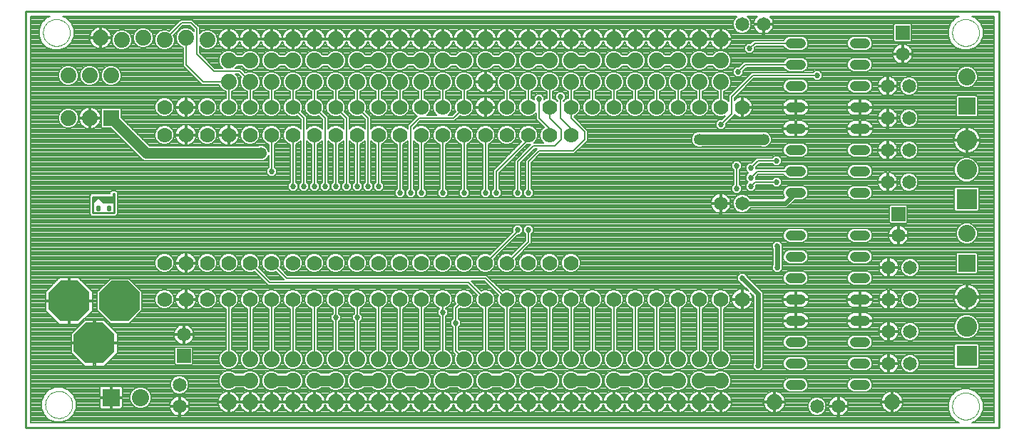
<source format=gtl>
G75*
G70*
%OFA0B0*%
%FSLAX24Y24*%
%IPPOS*%
%LPD*%
%AMOC8*
5,1,8,0,0,1.08239X$1,22.5*
%
%ADD10C,0.0100*%
%ADD11C,0.0000*%
%ADD12OC8,0.1900*%
%ADD13C,0.0700*%
%ADD14R,0.0740X0.0740*%
%ADD15C,0.0740*%
%ADD16C,0.0650*%
%ADD17C,0.0480*%
%ADD18R,0.0800X0.0800*%
%ADD19C,0.0800*%
%ADD20R,0.0950X0.0950*%
%ADD21C,0.0950*%
%ADD22R,0.0650X0.0650*%
%ADD23C,0.0240*%
%ADD24C,0.0500*%
%ADD25C,0.0270*%
%ADD26C,0.0080*%
%ADD27C,0.0531*%
%ADD28C,0.0060*%
%ADD29C,0.0320*%
D10*
X001035Y001833D02*
X001035Y021333D01*
X046535Y021333D01*
X046535Y001833D01*
X001035Y001833D01*
X004185Y011883D02*
X004185Y012383D01*
X004435Y012633D01*
X004685Y012383D01*
X005185Y012383D01*
X005185Y012633D01*
X004435Y012633D01*
X004185Y012633D01*
X004185Y012383D01*
X004235Y012533D02*
X004285Y012583D01*
X004235Y012583D01*
X004585Y012583D02*
X004685Y012483D01*
X005135Y012483D01*
X005135Y012583D01*
X004685Y012583D01*
X004485Y012183D02*
X004485Y012033D01*
X004385Y012033D01*
X004385Y012183D01*
X004485Y012183D01*
X004885Y012183D02*
X004885Y012033D01*
X004985Y012033D01*
X004985Y012183D01*
X004885Y012183D01*
X005185Y012383D02*
X005185Y011883D01*
X004185Y011883D01*
X005135Y012683D02*
X005135Y012783D01*
X005185Y012783D01*
X005185Y012633D01*
D11*
X001855Y020333D02*
X001857Y020383D01*
X001863Y020433D01*
X001873Y020482D01*
X001887Y020530D01*
X001904Y020577D01*
X001925Y020622D01*
X001950Y020666D01*
X001978Y020707D01*
X002010Y020746D01*
X002044Y020783D01*
X002081Y020817D01*
X002121Y020847D01*
X002163Y020874D01*
X002207Y020898D01*
X002253Y020919D01*
X002300Y020935D01*
X002348Y020948D01*
X002398Y020957D01*
X002447Y020962D01*
X002498Y020963D01*
X002548Y020960D01*
X002597Y020953D01*
X002646Y020942D01*
X002694Y020927D01*
X002740Y020909D01*
X002785Y020887D01*
X002828Y020861D01*
X002869Y020832D01*
X002908Y020800D01*
X002944Y020765D01*
X002976Y020727D01*
X003006Y020687D01*
X003033Y020644D01*
X003056Y020600D01*
X003075Y020554D01*
X003091Y020506D01*
X003103Y020457D01*
X003111Y020408D01*
X003115Y020358D01*
X003115Y020308D01*
X003111Y020258D01*
X003103Y020209D01*
X003091Y020160D01*
X003075Y020112D01*
X003056Y020066D01*
X003033Y020022D01*
X003006Y019979D01*
X002976Y019939D01*
X002944Y019901D01*
X002908Y019866D01*
X002869Y019834D01*
X002828Y019805D01*
X002785Y019779D01*
X002740Y019757D01*
X002694Y019739D01*
X002646Y019724D01*
X002597Y019713D01*
X002548Y019706D01*
X002498Y019703D01*
X002447Y019704D01*
X002398Y019709D01*
X002348Y019718D01*
X002300Y019731D01*
X002253Y019747D01*
X002207Y019768D01*
X002163Y019792D01*
X002121Y019819D01*
X002081Y019849D01*
X002044Y019883D01*
X002010Y019920D01*
X001978Y019959D01*
X001950Y020000D01*
X001925Y020044D01*
X001904Y020089D01*
X001887Y020136D01*
X001873Y020184D01*
X001863Y020233D01*
X001857Y020283D01*
X001855Y020333D01*
X001961Y002902D02*
X001963Y002952D01*
X001969Y003002D01*
X001979Y003051D01*
X001993Y003099D01*
X002010Y003146D01*
X002031Y003191D01*
X002056Y003235D01*
X002084Y003276D01*
X002116Y003315D01*
X002150Y003352D01*
X002187Y003386D01*
X002227Y003416D01*
X002269Y003443D01*
X002313Y003467D01*
X002359Y003488D01*
X002406Y003504D01*
X002454Y003517D01*
X002504Y003526D01*
X002553Y003531D01*
X002604Y003532D01*
X002654Y003529D01*
X002703Y003522D01*
X002752Y003511D01*
X002800Y003496D01*
X002846Y003478D01*
X002891Y003456D01*
X002934Y003430D01*
X002975Y003401D01*
X003014Y003369D01*
X003050Y003334D01*
X003082Y003296D01*
X003112Y003256D01*
X003139Y003213D01*
X003162Y003169D01*
X003181Y003123D01*
X003197Y003075D01*
X003209Y003026D01*
X003217Y002977D01*
X003221Y002927D01*
X003221Y002877D01*
X003217Y002827D01*
X003209Y002778D01*
X003197Y002729D01*
X003181Y002681D01*
X003162Y002635D01*
X003139Y002591D01*
X003112Y002548D01*
X003082Y002508D01*
X003050Y002470D01*
X003014Y002435D01*
X002975Y002403D01*
X002934Y002374D01*
X002891Y002348D01*
X002846Y002326D01*
X002800Y002308D01*
X002752Y002293D01*
X002703Y002282D01*
X002654Y002275D01*
X002604Y002272D01*
X002553Y002273D01*
X002504Y002278D01*
X002454Y002287D01*
X002406Y002300D01*
X002359Y002316D01*
X002313Y002337D01*
X002269Y002361D01*
X002227Y002388D01*
X002187Y002418D01*
X002150Y002452D01*
X002116Y002489D01*
X002084Y002528D01*
X002056Y002569D01*
X002031Y002613D01*
X002010Y002658D01*
X001993Y002705D01*
X001979Y002753D01*
X001969Y002802D01*
X001963Y002852D01*
X001961Y002902D01*
X044355Y002833D02*
X044357Y002883D01*
X044363Y002933D01*
X044373Y002982D01*
X044387Y003030D01*
X044404Y003077D01*
X044425Y003122D01*
X044450Y003166D01*
X044478Y003207D01*
X044510Y003246D01*
X044544Y003283D01*
X044581Y003317D01*
X044621Y003347D01*
X044663Y003374D01*
X044707Y003398D01*
X044753Y003419D01*
X044800Y003435D01*
X044848Y003448D01*
X044898Y003457D01*
X044947Y003462D01*
X044998Y003463D01*
X045048Y003460D01*
X045097Y003453D01*
X045146Y003442D01*
X045194Y003427D01*
X045240Y003409D01*
X045285Y003387D01*
X045328Y003361D01*
X045369Y003332D01*
X045408Y003300D01*
X045444Y003265D01*
X045476Y003227D01*
X045506Y003187D01*
X045533Y003144D01*
X045556Y003100D01*
X045575Y003054D01*
X045591Y003006D01*
X045603Y002957D01*
X045611Y002908D01*
X045615Y002858D01*
X045615Y002808D01*
X045611Y002758D01*
X045603Y002709D01*
X045591Y002660D01*
X045575Y002612D01*
X045556Y002566D01*
X045533Y002522D01*
X045506Y002479D01*
X045476Y002439D01*
X045444Y002401D01*
X045408Y002366D01*
X045369Y002334D01*
X045328Y002305D01*
X045285Y002279D01*
X045240Y002257D01*
X045194Y002239D01*
X045146Y002224D01*
X045097Y002213D01*
X045048Y002206D01*
X044998Y002203D01*
X044947Y002204D01*
X044898Y002209D01*
X044848Y002218D01*
X044800Y002231D01*
X044753Y002247D01*
X044707Y002268D01*
X044663Y002292D01*
X044621Y002319D01*
X044581Y002349D01*
X044544Y002383D01*
X044510Y002420D01*
X044478Y002459D01*
X044450Y002500D01*
X044425Y002544D01*
X044404Y002589D01*
X044387Y002636D01*
X044373Y002684D01*
X044363Y002733D01*
X044357Y002783D01*
X044355Y002833D01*
X044355Y020333D02*
X044357Y020383D01*
X044363Y020433D01*
X044373Y020482D01*
X044387Y020530D01*
X044404Y020577D01*
X044425Y020622D01*
X044450Y020666D01*
X044478Y020707D01*
X044510Y020746D01*
X044544Y020783D01*
X044581Y020817D01*
X044621Y020847D01*
X044663Y020874D01*
X044707Y020898D01*
X044753Y020919D01*
X044800Y020935D01*
X044848Y020948D01*
X044898Y020957D01*
X044947Y020962D01*
X044998Y020963D01*
X045048Y020960D01*
X045097Y020953D01*
X045146Y020942D01*
X045194Y020927D01*
X045240Y020909D01*
X045285Y020887D01*
X045328Y020861D01*
X045369Y020832D01*
X045408Y020800D01*
X045444Y020765D01*
X045476Y020727D01*
X045506Y020687D01*
X045533Y020644D01*
X045556Y020600D01*
X045575Y020554D01*
X045591Y020506D01*
X045603Y020457D01*
X045611Y020408D01*
X045615Y020358D01*
X045615Y020308D01*
X045611Y020258D01*
X045603Y020209D01*
X045591Y020160D01*
X045575Y020112D01*
X045556Y020066D01*
X045533Y020022D01*
X045506Y019979D01*
X045476Y019939D01*
X045444Y019901D01*
X045408Y019866D01*
X045369Y019834D01*
X045328Y019805D01*
X045285Y019779D01*
X045240Y019757D01*
X045194Y019739D01*
X045146Y019724D01*
X045097Y019713D01*
X045048Y019706D01*
X044998Y019703D01*
X044947Y019704D01*
X044898Y019709D01*
X044848Y019718D01*
X044800Y019731D01*
X044753Y019747D01*
X044707Y019768D01*
X044663Y019792D01*
X044621Y019819D01*
X044581Y019849D01*
X044544Y019883D01*
X044510Y019920D01*
X044478Y019959D01*
X044450Y020000D01*
X044425Y020044D01*
X044404Y020089D01*
X044387Y020136D01*
X044373Y020184D01*
X044363Y020233D01*
X044357Y020283D01*
X044355Y020333D01*
D12*
X005435Y007753D03*
X003075Y007753D03*
X004255Y005783D03*
D13*
X007535Y007833D03*
X008535Y007833D03*
X009535Y007833D03*
X010535Y007833D03*
X011535Y007833D03*
X012535Y007833D03*
X013535Y007833D03*
X014535Y007833D03*
X015535Y007833D03*
X016535Y007833D03*
X017535Y007833D03*
X018535Y007833D03*
X019535Y007833D03*
X020535Y007833D03*
X021535Y007833D03*
X022535Y007833D03*
X023535Y007833D03*
X024535Y007833D03*
X025535Y007833D03*
X026535Y007833D03*
X027535Y007833D03*
X028535Y007833D03*
X029535Y007833D03*
X030535Y007833D03*
X031535Y007833D03*
X032535Y007833D03*
X033535Y007833D03*
X034535Y007833D03*
X026535Y009533D03*
X025535Y009533D03*
X024535Y009533D03*
X023535Y009533D03*
X022535Y009533D03*
X021535Y009533D03*
X020535Y009533D03*
X019535Y009533D03*
X018535Y009533D03*
X017535Y009533D03*
X016535Y009533D03*
X015535Y009533D03*
X014535Y009533D03*
X013535Y009533D03*
X012535Y009533D03*
X011535Y009533D03*
X010535Y009533D03*
X009535Y009533D03*
X008535Y009533D03*
X007535Y009533D03*
X007535Y015533D03*
X008535Y015533D03*
X009535Y015533D03*
X010535Y015533D03*
X011535Y015533D03*
X012535Y015533D03*
X013535Y015533D03*
X014535Y015533D03*
X015535Y015533D03*
X016535Y015533D03*
X017535Y015533D03*
X018535Y015533D03*
X019535Y015533D03*
X020535Y015533D03*
X021535Y015533D03*
X022535Y015533D03*
X023535Y015533D03*
X024535Y015533D03*
X025535Y015533D03*
X026535Y015533D03*
X026535Y016833D03*
X025535Y016833D03*
X024535Y016833D03*
X023535Y016833D03*
X022535Y016833D03*
X021535Y016833D03*
X020535Y016833D03*
X019535Y016833D03*
X018535Y016833D03*
X017535Y016833D03*
X016535Y016833D03*
X015535Y016833D03*
X014535Y016833D03*
X013535Y016833D03*
X012535Y016833D03*
X011535Y016833D03*
X010535Y016833D03*
X009535Y016833D03*
X008535Y016833D03*
X007535Y016833D03*
X027535Y016833D03*
X028535Y016833D03*
X029535Y016833D03*
X030535Y016833D03*
X031535Y016833D03*
X032535Y016833D03*
X033535Y016833D03*
X034535Y016833D03*
D14*
X005035Y016333D03*
D15*
X004035Y016333D03*
X003035Y016333D03*
X003035Y018333D03*
X004035Y018333D03*
X005035Y018333D03*
X005535Y019983D03*
X004535Y020083D03*
X006535Y020083D03*
X007535Y019983D03*
X008535Y020083D03*
X009535Y019983D03*
X010535Y020033D03*
X011535Y020033D03*
X012535Y020033D03*
X013535Y020033D03*
X014535Y020033D03*
X015535Y020033D03*
X016535Y020033D03*
X017535Y020033D03*
X018535Y020033D03*
X019535Y020033D03*
X020535Y020033D03*
X021535Y020033D03*
X022535Y020033D03*
X023535Y020033D03*
X024535Y020033D03*
X025535Y020033D03*
X026535Y020033D03*
X027535Y020033D03*
X028535Y020033D03*
X029535Y020033D03*
X030535Y020033D03*
X031535Y020033D03*
X032535Y020033D03*
X033535Y020033D03*
X033535Y019033D03*
X032535Y019033D03*
X031535Y019033D03*
X030535Y019033D03*
X029535Y019033D03*
X028535Y019033D03*
X027535Y019033D03*
X026535Y019033D03*
X025535Y019033D03*
X024535Y019033D03*
X023535Y019033D03*
X022535Y019033D03*
X021535Y019033D03*
X020535Y019033D03*
X019535Y019033D03*
X018535Y019033D03*
X017535Y019033D03*
X016535Y019033D03*
X015535Y019033D03*
X014535Y019033D03*
X013535Y019033D03*
X012535Y019033D03*
X011535Y019033D03*
X010535Y019033D03*
X010535Y018033D03*
X011535Y018033D03*
X012535Y018033D03*
X013535Y018033D03*
X014535Y018033D03*
X015535Y018033D03*
X016535Y018033D03*
X017535Y018033D03*
X018535Y018033D03*
X019535Y018033D03*
X020535Y018033D03*
X021535Y018033D03*
X022535Y018033D03*
X023535Y018033D03*
X024535Y018033D03*
X025535Y018033D03*
X026535Y018033D03*
X027535Y018033D03*
X028535Y018033D03*
X029535Y018033D03*
X030535Y018033D03*
X031535Y018033D03*
X032535Y018033D03*
X033535Y018033D03*
X033535Y005033D03*
X032535Y005033D03*
X031535Y005033D03*
X030535Y005033D03*
X029535Y005033D03*
X028535Y005033D03*
X027535Y005033D03*
X026535Y005033D03*
X025535Y005033D03*
X024535Y005033D03*
X023535Y005033D03*
X022535Y005033D03*
X021535Y005033D03*
X020535Y005033D03*
X019535Y005033D03*
X018535Y005033D03*
X017535Y005033D03*
X016535Y005033D03*
X015535Y005033D03*
X014535Y005033D03*
X013535Y005033D03*
X012535Y005033D03*
X011535Y005033D03*
X010535Y005033D03*
X010535Y004033D03*
X011535Y004033D03*
X012535Y004033D03*
X013535Y004033D03*
X014535Y004033D03*
X015535Y004033D03*
X016535Y004033D03*
X017535Y004033D03*
X018535Y004033D03*
X019535Y004033D03*
X020535Y004033D03*
X021535Y004033D03*
X022535Y004033D03*
X023535Y004033D03*
X024535Y004033D03*
X025535Y004033D03*
X026535Y004033D03*
X027535Y004033D03*
X028535Y004033D03*
X029535Y004033D03*
X030535Y004033D03*
X031535Y004033D03*
X032535Y004033D03*
X033535Y004033D03*
X033535Y003033D03*
X032535Y003033D03*
X031535Y003033D03*
X030535Y003033D03*
X029535Y003033D03*
X028535Y003033D03*
X027535Y003033D03*
X026535Y003033D03*
X025535Y003033D03*
X024535Y003033D03*
X023535Y003033D03*
X022535Y003033D03*
X021535Y003033D03*
X020535Y003033D03*
X019535Y003033D03*
X018535Y003033D03*
X017535Y003033D03*
X016535Y003033D03*
X015535Y003033D03*
X014535Y003033D03*
X013535Y003033D03*
X012535Y003033D03*
X011535Y003033D03*
X010535Y003033D03*
X036035Y003033D03*
X041535Y003033D03*
D16*
X039035Y002833D03*
X038035Y002833D03*
X041385Y004833D03*
X042385Y004833D03*
X042385Y006333D03*
X041385Y006333D03*
X041385Y007833D03*
X042385Y007833D03*
X042385Y009333D03*
X041385Y009333D03*
X041835Y010833D03*
X041335Y013333D03*
X042335Y013333D03*
X042335Y014833D03*
X041335Y014833D03*
X041335Y016333D03*
X042335Y016333D03*
X042335Y017833D03*
X041335Y017833D03*
X042035Y019333D03*
X035535Y020733D03*
X034535Y020733D03*
X034535Y012333D03*
X033535Y012333D03*
X008435Y006183D03*
X008235Y003833D03*
X008235Y002833D03*
D17*
X036795Y003833D02*
X037275Y003833D01*
X037275Y004833D02*
X036795Y004833D01*
X036795Y005833D02*
X037275Y005833D01*
X037275Y006833D02*
X036795Y006833D01*
X036795Y007833D02*
X037275Y007833D01*
X037275Y008833D02*
X036795Y008833D01*
X036795Y009833D02*
X037275Y009833D01*
X037275Y010833D02*
X036795Y010833D01*
X039795Y010833D02*
X040275Y010833D01*
X040275Y009833D02*
X039795Y009833D01*
X039795Y008833D02*
X040275Y008833D01*
X040275Y007833D02*
X039795Y007833D01*
X039795Y006833D02*
X040275Y006833D01*
X040275Y005833D02*
X039795Y005833D01*
X039795Y004833D02*
X040275Y004833D01*
X040275Y003833D02*
X039795Y003833D01*
X039795Y012833D02*
X040275Y012833D01*
X040275Y013833D02*
X039795Y013833D01*
X039795Y014833D02*
X040275Y014833D01*
X040275Y015833D02*
X039795Y015833D01*
X039795Y016833D02*
X040275Y016833D01*
X040275Y017833D02*
X039795Y017833D01*
X039795Y018833D02*
X040275Y018833D01*
X040275Y019833D02*
X039795Y019833D01*
X037275Y019833D02*
X036795Y019833D01*
X036795Y018833D02*
X037275Y018833D01*
X037275Y017833D02*
X036795Y017833D01*
X036795Y016833D02*
X037275Y016833D01*
X037275Y015833D02*
X036795Y015833D01*
X036795Y014833D02*
X037275Y014833D01*
X037275Y013833D02*
X036795Y013833D01*
X036795Y012833D02*
X037275Y012833D01*
D18*
X045035Y009533D03*
X045035Y016883D03*
X005035Y003233D03*
D19*
X006413Y003233D03*
X045035Y010911D03*
X045035Y018261D03*
D20*
X045035Y012533D03*
X045035Y005183D03*
D21*
X045035Y006561D03*
X045035Y007939D03*
X045035Y013911D03*
X045035Y015289D03*
D22*
X041835Y011833D03*
X042035Y020333D03*
X008435Y005183D03*
D23*
X034535Y008833D02*
X035285Y008083D01*
X035285Y004733D01*
X036185Y009333D02*
X036185Y010333D01*
X036535Y012333D02*
X034535Y012333D01*
X036535Y012333D02*
X037035Y012833D01*
D24*
X035535Y015333D02*
X032535Y015333D01*
X012035Y014683D02*
X006685Y014683D01*
X005035Y016333D01*
X010535Y004033D02*
X011535Y004033D01*
X012535Y004033D02*
X013535Y004033D01*
X014535Y004033D02*
X015535Y004033D01*
X016535Y004033D02*
X017535Y004033D01*
X018535Y004033D02*
X019535Y004033D01*
X020535Y004033D02*
X021535Y004033D01*
X022535Y004033D02*
X023535Y004033D01*
X024535Y004033D02*
X025535Y004033D01*
X026535Y004033D02*
X027535Y004033D01*
X028535Y004033D02*
X029535Y004033D01*
X030535Y004033D02*
X031535Y004033D01*
X032535Y004033D02*
X033535Y004033D01*
D25*
X035285Y004733D03*
X034535Y008833D03*
X036185Y009333D03*
X036185Y010333D03*
X034285Y013033D03*
X034935Y013133D03*
X034935Y013533D03*
X034935Y013983D03*
X034285Y014083D03*
X036135Y014333D03*
X036135Y013333D03*
X033535Y016033D03*
X038035Y018333D03*
X034885Y019583D03*
X034335Y018483D03*
X026035Y017333D03*
X025035Y017233D03*
X017535Y013133D03*
X017035Y013133D03*
X016535Y013133D03*
X016035Y013133D03*
X015535Y013133D03*
X015035Y013133D03*
X014535Y013133D03*
X014035Y013133D03*
X013535Y013133D03*
X012535Y013833D03*
X018535Y012833D03*
X019035Y012833D03*
X019535Y012833D03*
X020535Y012833D03*
X021535Y012833D03*
X022535Y012833D03*
X023035Y012833D03*
X024035Y012833D03*
X024535Y012833D03*
X024535Y011083D03*
X024035Y011083D03*
X020535Y007233D03*
X021135Y006733D03*
X016535Y006983D03*
X015535Y006983D03*
D26*
X015535Y005033D01*
X015099Y005209D02*
X014971Y005209D01*
X014939Y005287D02*
X015131Y005287D01*
X015137Y005300D02*
X015065Y005127D01*
X015065Y004940D01*
X015137Y004767D01*
X015269Y004635D01*
X015442Y004563D01*
X015628Y004563D01*
X015801Y004635D01*
X015933Y004767D01*
X016005Y004940D01*
X016005Y005127D01*
X015933Y005300D01*
X015801Y005432D01*
X015675Y005484D01*
X015675Y006791D01*
X015770Y006886D01*
X015770Y007081D01*
X015675Y007176D01*
X015675Y007404D01*
X015790Y007452D01*
X015916Y007578D01*
X015985Y007744D01*
X015985Y007923D01*
X015916Y008088D01*
X015790Y008215D01*
X015625Y008283D01*
X015445Y008283D01*
X015280Y008215D01*
X015154Y008088D01*
X015085Y007923D01*
X015085Y007744D01*
X015154Y007578D01*
X015280Y007452D01*
X015395Y007404D01*
X015395Y007176D01*
X015300Y007081D01*
X015300Y006886D01*
X015395Y006791D01*
X015395Y005484D01*
X015269Y005432D01*
X015137Y005300D01*
X015203Y005366D02*
X014867Y005366D01*
X014933Y005300D02*
X014801Y005432D01*
X014675Y005484D01*
X014675Y007404D01*
X014790Y007452D01*
X014916Y007578D01*
X014985Y007744D01*
X014985Y007923D01*
X014916Y008088D01*
X014790Y008215D01*
X014625Y008283D01*
X014445Y008283D01*
X014280Y008215D01*
X014154Y008088D01*
X014085Y007923D01*
X014085Y007744D01*
X014154Y007578D01*
X014280Y007452D01*
X014395Y007404D01*
X014395Y005484D01*
X014269Y005432D01*
X014137Y005300D01*
X014065Y005127D01*
X014065Y004940D01*
X014137Y004767D01*
X014269Y004635D01*
X014442Y004563D01*
X014628Y004563D01*
X014801Y004635D01*
X014933Y004767D01*
X015005Y004940D01*
X015005Y005127D01*
X014933Y005300D01*
X015004Y005130D02*
X015066Y005130D01*
X015065Y005052D02*
X015005Y005052D01*
X015005Y004973D02*
X015065Y004973D01*
X015084Y004895D02*
X014986Y004895D01*
X014954Y004816D02*
X015116Y004816D01*
X015166Y004738D02*
X014904Y004738D01*
X014826Y004659D02*
X015244Y004659D01*
X015399Y004581D02*
X014671Y004581D01*
X014631Y004502D02*
X015439Y004502D01*
X015442Y004503D02*
X015269Y004432D01*
X015220Y004383D01*
X014850Y004383D01*
X014801Y004432D01*
X014628Y004503D01*
X014442Y004503D01*
X014269Y004432D01*
X014137Y004300D01*
X014065Y004127D01*
X014065Y003940D01*
X014137Y003767D01*
X014269Y003635D01*
X014442Y003563D01*
X014628Y003563D01*
X014801Y003635D01*
X014850Y003683D01*
X015220Y003683D01*
X015269Y003635D01*
X015442Y003563D01*
X015628Y003563D01*
X015801Y003635D01*
X015933Y003767D01*
X016005Y003940D01*
X016005Y004127D01*
X015933Y004300D01*
X015801Y004432D01*
X015628Y004503D01*
X015442Y004503D01*
X015631Y004502D02*
X016439Y004502D01*
X016442Y004503D02*
X016269Y004432D01*
X016137Y004300D01*
X016065Y004127D01*
X016065Y003940D01*
X016137Y003767D01*
X016269Y003635D01*
X016442Y003563D01*
X016628Y003563D01*
X016801Y003635D01*
X016850Y003683D01*
X017220Y003683D01*
X017269Y003635D01*
X017442Y003563D01*
X017628Y003563D01*
X017801Y003635D01*
X017933Y003767D01*
X018005Y003940D01*
X018005Y004127D01*
X017933Y004300D01*
X017801Y004432D01*
X017628Y004503D01*
X017442Y004503D01*
X017269Y004432D01*
X017220Y004383D01*
X016850Y004383D01*
X016801Y004432D01*
X016628Y004503D01*
X016442Y004503D01*
X016442Y004563D02*
X016628Y004563D01*
X016801Y004635D01*
X016933Y004767D01*
X017005Y004940D01*
X017005Y005127D01*
X016933Y005300D01*
X016801Y005432D01*
X016675Y005484D01*
X016675Y006791D01*
X016770Y006886D01*
X016770Y007081D01*
X016675Y007176D01*
X016675Y007404D01*
X016790Y007452D01*
X016916Y007578D01*
X016985Y007744D01*
X016985Y007923D01*
X016916Y008088D01*
X016790Y008215D01*
X016625Y008283D01*
X016445Y008283D01*
X016280Y008215D01*
X016154Y008088D01*
X016085Y007923D01*
X016085Y007744D01*
X016154Y007578D01*
X016280Y007452D01*
X016395Y007404D01*
X016395Y007176D01*
X016300Y007081D01*
X016300Y006886D01*
X016395Y006791D01*
X016395Y005484D01*
X016269Y005432D01*
X016137Y005300D01*
X016065Y005127D01*
X016065Y004940D01*
X016137Y004767D01*
X016269Y004635D01*
X016442Y004563D01*
X016399Y004581D02*
X015671Y004581D01*
X015826Y004659D02*
X016244Y004659D01*
X016166Y004738D02*
X015904Y004738D01*
X015954Y004816D02*
X016116Y004816D01*
X016084Y004895D02*
X015986Y004895D01*
X016005Y004973D02*
X016065Y004973D01*
X016065Y005052D02*
X016005Y005052D01*
X016004Y005130D02*
X016066Y005130D01*
X016099Y005209D02*
X015971Y005209D01*
X015939Y005287D02*
X016131Y005287D01*
X016203Y005366D02*
X015867Y005366D01*
X015771Y005444D02*
X016299Y005444D01*
X016395Y005523D02*
X015675Y005523D01*
X015675Y005601D02*
X016395Y005601D01*
X016395Y005680D02*
X015675Y005680D01*
X015675Y005758D02*
X016395Y005758D01*
X016395Y005837D02*
X015675Y005837D01*
X015675Y005915D02*
X016395Y005915D01*
X016395Y005994D02*
X015675Y005994D01*
X015675Y006072D02*
X016395Y006072D01*
X016395Y006151D02*
X015675Y006151D01*
X015675Y006229D02*
X016395Y006229D01*
X016395Y006308D02*
X015675Y006308D01*
X015675Y006386D02*
X016395Y006386D01*
X016395Y006465D02*
X015675Y006465D01*
X015675Y006543D02*
X016395Y006543D01*
X016395Y006622D02*
X015675Y006622D01*
X015675Y006700D02*
X016395Y006700D01*
X016395Y006779D02*
X015675Y006779D01*
X015741Y006857D02*
X016329Y006857D01*
X016300Y006936D02*
X015770Y006936D01*
X015770Y007014D02*
X016300Y007014D01*
X016312Y007093D02*
X015758Y007093D01*
X015679Y007171D02*
X016391Y007171D01*
X016395Y007250D02*
X015675Y007250D01*
X015675Y007328D02*
X016395Y007328D01*
X016389Y007407D02*
X015681Y007407D01*
X015823Y007485D02*
X016247Y007485D01*
X016168Y007564D02*
X015902Y007564D01*
X015943Y007642D02*
X016127Y007642D01*
X016095Y007721D02*
X015975Y007721D01*
X015985Y007799D02*
X016085Y007799D01*
X016085Y007878D02*
X015985Y007878D01*
X015971Y007956D02*
X016099Y007956D01*
X016131Y008035D02*
X015939Y008035D01*
X015891Y008113D02*
X016179Y008113D01*
X016257Y008192D02*
X015813Y008192D01*
X015656Y008270D02*
X016414Y008270D01*
X016656Y008270D02*
X017414Y008270D01*
X017445Y008283D02*
X017280Y008215D01*
X017154Y008088D01*
X017085Y007923D01*
X017085Y007744D01*
X017154Y007578D01*
X017280Y007452D01*
X017395Y007404D01*
X017395Y005484D01*
X017269Y005432D01*
X017137Y005300D01*
X017065Y005127D01*
X017065Y004940D01*
X017137Y004767D01*
X017269Y004635D01*
X017442Y004563D01*
X017628Y004563D01*
X017801Y004635D01*
X017933Y004767D01*
X018005Y004940D01*
X018005Y005127D01*
X017933Y005300D01*
X017801Y005432D01*
X017675Y005484D01*
X017675Y007404D01*
X017790Y007452D01*
X017916Y007578D01*
X017985Y007744D01*
X017985Y007923D01*
X017916Y008088D01*
X017790Y008215D01*
X017625Y008283D01*
X017445Y008283D01*
X017257Y008192D02*
X016813Y008192D01*
X016891Y008113D02*
X017179Y008113D01*
X017131Y008035D02*
X016939Y008035D01*
X016971Y007956D02*
X017099Y007956D01*
X017085Y007878D02*
X016985Y007878D01*
X016985Y007799D02*
X017085Y007799D01*
X017095Y007721D02*
X016975Y007721D01*
X016943Y007642D02*
X017127Y007642D01*
X017168Y007564D02*
X016902Y007564D01*
X016823Y007485D02*
X017247Y007485D01*
X017389Y007407D02*
X016681Y007407D01*
X016675Y007328D02*
X017395Y007328D01*
X017395Y007250D02*
X016675Y007250D01*
X016679Y007171D02*
X017395Y007171D01*
X017395Y007093D02*
X016758Y007093D01*
X016770Y007014D02*
X017395Y007014D01*
X017395Y006936D02*
X016770Y006936D01*
X016741Y006857D02*
X017395Y006857D01*
X017395Y006779D02*
X016675Y006779D01*
X016675Y006700D02*
X017395Y006700D01*
X017395Y006622D02*
X016675Y006622D01*
X016675Y006543D02*
X017395Y006543D01*
X017395Y006465D02*
X016675Y006465D01*
X016675Y006386D02*
X017395Y006386D01*
X017395Y006308D02*
X016675Y006308D01*
X016675Y006229D02*
X017395Y006229D01*
X017395Y006151D02*
X016675Y006151D01*
X016675Y006072D02*
X017395Y006072D01*
X017395Y005994D02*
X016675Y005994D01*
X016675Y005915D02*
X017395Y005915D01*
X017395Y005837D02*
X016675Y005837D01*
X016675Y005758D02*
X017395Y005758D01*
X017395Y005680D02*
X016675Y005680D01*
X016675Y005601D02*
X017395Y005601D01*
X017395Y005523D02*
X016675Y005523D01*
X016771Y005444D02*
X017299Y005444D01*
X017203Y005366D02*
X016867Y005366D01*
X016939Y005287D02*
X017131Y005287D01*
X017099Y005209D02*
X016971Y005209D01*
X017004Y005130D02*
X017066Y005130D01*
X017065Y005052D02*
X017005Y005052D01*
X017005Y004973D02*
X017065Y004973D01*
X017084Y004895D02*
X016986Y004895D01*
X016954Y004816D02*
X017116Y004816D01*
X017166Y004738D02*
X016904Y004738D01*
X016826Y004659D02*
X017244Y004659D01*
X017399Y004581D02*
X016671Y004581D01*
X016631Y004502D02*
X017439Y004502D01*
X017631Y004502D02*
X018439Y004502D01*
X018442Y004503D02*
X018269Y004432D01*
X018137Y004300D01*
X018065Y004127D01*
X018065Y003940D01*
X018137Y003767D01*
X018269Y003635D01*
X018442Y003563D01*
X018628Y003563D01*
X018801Y003635D01*
X018850Y003683D01*
X019220Y003683D01*
X019269Y003635D01*
X019442Y003563D01*
X019628Y003563D01*
X019801Y003635D01*
X019933Y003767D01*
X020005Y003940D01*
X020005Y004127D01*
X019933Y004300D01*
X019801Y004432D01*
X019628Y004503D01*
X019442Y004503D01*
X019269Y004432D01*
X019220Y004383D01*
X018850Y004383D01*
X018801Y004432D01*
X018628Y004503D01*
X018442Y004503D01*
X018442Y004563D02*
X018628Y004563D01*
X018801Y004635D01*
X018933Y004767D01*
X019005Y004940D01*
X019005Y005127D01*
X018933Y005300D01*
X018801Y005432D01*
X018675Y005484D01*
X018675Y007404D01*
X018790Y007452D01*
X018916Y007578D01*
X018985Y007744D01*
X018985Y007923D01*
X018916Y008088D01*
X018790Y008215D01*
X018625Y008283D01*
X018445Y008283D01*
X018280Y008215D01*
X018154Y008088D01*
X018085Y007923D01*
X018085Y007744D01*
X018154Y007578D01*
X018280Y007452D01*
X018395Y007404D01*
X018395Y005484D01*
X018269Y005432D01*
X018137Y005300D01*
X018065Y005127D01*
X018065Y004940D01*
X018137Y004767D01*
X018269Y004635D01*
X018442Y004563D01*
X018399Y004581D02*
X017671Y004581D01*
X017826Y004659D02*
X018244Y004659D01*
X018166Y004738D02*
X017904Y004738D01*
X017954Y004816D02*
X018116Y004816D01*
X018084Y004895D02*
X017986Y004895D01*
X018005Y004973D02*
X018065Y004973D01*
X018065Y005052D02*
X018005Y005052D01*
X018004Y005130D02*
X018066Y005130D01*
X018099Y005209D02*
X017971Y005209D01*
X017939Y005287D02*
X018131Y005287D01*
X018203Y005366D02*
X017867Y005366D01*
X017771Y005444D02*
X018299Y005444D01*
X018395Y005523D02*
X017675Y005523D01*
X017675Y005601D02*
X018395Y005601D01*
X018395Y005680D02*
X017675Y005680D01*
X017675Y005758D02*
X018395Y005758D01*
X018395Y005837D02*
X017675Y005837D01*
X017675Y005915D02*
X018395Y005915D01*
X018395Y005994D02*
X017675Y005994D01*
X017675Y006072D02*
X018395Y006072D01*
X018395Y006151D02*
X017675Y006151D01*
X017675Y006229D02*
X018395Y006229D01*
X018395Y006308D02*
X017675Y006308D01*
X017675Y006386D02*
X018395Y006386D01*
X018395Y006465D02*
X017675Y006465D01*
X017675Y006543D02*
X018395Y006543D01*
X018395Y006622D02*
X017675Y006622D01*
X017675Y006700D02*
X018395Y006700D01*
X018395Y006779D02*
X017675Y006779D01*
X017675Y006857D02*
X018395Y006857D01*
X018395Y006936D02*
X017675Y006936D01*
X017675Y007014D02*
X018395Y007014D01*
X018395Y007093D02*
X017675Y007093D01*
X017675Y007171D02*
X018395Y007171D01*
X018395Y007250D02*
X017675Y007250D01*
X017675Y007328D02*
X018395Y007328D01*
X018389Y007407D02*
X017681Y007407D01*
X017823Y007485D02*
X018247Y007485D01*
X018168Y007564D02*
X017902Y007564D01*
X017943Y007642D02*
X018127Y007642D01*
X018095Y007721D02*
X017975Y007721D01*
X017985Y007799D02*
X018085Y007799D01*
X018085Y007878D02*
X017985Y007878D01*
X017971Y007956D02*
X018099Y007956D01*
X018131Y008035D02*
X017939Y008035D01*
X017891Y008113D02*
X018179Y008113D01*
X018257Y008192D02*
X017813Y008192D01*
X017656Y008270D02*
X018414Y008270D01*
X018656Y008270D02*
X019414Y008270D01*
X019445Y008283D02*
X019280Y008215D01*
X019154Y008088D01*
X019085Y007923D01*
X019085Y007744D01*
X019154Y007578D01*
X019280Y007452D01*
X019395Y007404D01*
X019395Y005484D01*
X019269Y005432D01*
X019137Y005300D01*
X019065Y005127D01*
X019065Y004940D01*
X019137Y004767D01*
X019269Y004635D01*
X019442Y004563D01*
X019628Y004563D01*
X019801Y004635D01*
X019933Y004767D01*
X020005Y004940D01*
X020005Y005127D01*
X019933Y005300D01*
X019801Y005432D01*
X019675Y005484D01*
X019675Y007404D01*
X019790Y007452D01*
X019916Y007578D01*
X019985Y007744D01*
X019985Y007923D01*
X019916Y008088D01*
X019790Y008215D01*
X019625Y008283D01*
X019445Y008283D01*
X019257Y008192D02*
X018813Y008192D01*
X018891Y008113D02*
X019179Y008113D01*
X019131Y008035D02*
X018939Y008035D01*
X018971Y007956D02*
X019099Y007956D01*
X019085Y007878D02*
X018985Y007878D01*
X018985Y007799D02*
X019085Y007799D01*
X019095Y007721D02*
X018975Y007721D01*
X018943Y007642D02*
X019127Y007642D01*
X019168Y007564D02*
X018902Y007564D01*
X018823Y007485D02*
X019247Y007485D01*
X019389Y007407D02*
X018681Y007407D01*
X018675Y007328D02*
X019395Y007328D01*
X019395Y007250D02*
X018675Y007250D01*
X018675Y007171D02*
X019395Y007171D01*
X019395Y007093D02*
X018675Y007093D01*
X018675Y007014D02*
X019395Y007014D01*
X019395Y006936D02*
X018675Y006936D01*
X018675Y006857D02*
X019395Y006857D01*
X019395Y006779D02*
X018675Y006779D01*
X018675Y006700D02*
X019395Y006700D01*
X019395Y006622D02*
X018675Y006622D01*
X018675Y006543D02*
X019395Y006543D01*
X019395Y006465D02*
X018675Y006465D01*
X018675Y006386D02*
X019395Y006386D01*
X019395Y006308D02*
X018675Y006308D01*
X018675Y006229D02*
X019395Y006229D01*
X019395Y006151D02*
X018675Y006151D01*
X018675Y006072D02*
X019395Y006072D01*
X019395Y005994D02*
X018675Y005994D01*
X018675Y005915D02*
X019395Y005915D01*
X019395Y005837D02*
X018675Y005837D01*
X018675Y005758D02*
X019395Y005758D01*
X019395Y005680D02*
X018675Y005680D01*
X018675Y005601D02*
X019395Y005601D01*
X019395Y005523D02*
X018675Y005523D01*
X018771Y005444D02*
X019299Y005444D01*
X019203Y005366D02*
X018867Y005366D01*
X018939Y005287D02*
X019131Y005287D01*
X019099Y005209D02*
X018971Y005209D01*
X019004Y005130D02*
X019066Y005130D01*
X019065Y005052D02*
X019005Y005052D01*
X019005Y004973D02*
X019065Y004973D01*
X019084Y004895D02*
X018986Y004895D01*
X018954Y004816D02*
X019116Y004816D01*
X019166Y004738D02*
X018904Y004738D01*
X018826Y004659D02*
X019244Y004659D01*
X019399Y004581D02*
X018671Y004581D01*
X018631Y004502D02*
X019439Y004502D01*
X019631Y004502D02*
X020439Y004502D01*
X020442Y004503D02*
X020269Y004432D01*
X020137Y004300D01*
X020065Y004127D01*
X020065Y003940D01*
X020137Y003767D01*
X020269Y003635D01*
X020442Y003563D01*
X020628Y003563D01*
X020801Y003635D01*
X020850Y003683D01*
X021220Y003683D01*
X021269Y003635D01*
X021442Y003563D01*
X021628Y003563D01*
X021801Y003635D01*
X021933Y003767D01*
X022005Y003940D01*
X022005Y004127D01*
X021933Y004300D01*
X021801Y004432D01*
X021628Y004503D01*
X021442Y004503D01*
X021269Y004432D01*
X021220Y004383D01*
X020850Y004383D01*
X020801Y004432D01*
X020628Y004503D01*
X020442Y004503D01*
X020442Y004563D02*
X020628Y004563D01*
X020801Y004635D01*
X020933Y004767D01*
X021005Y004940D01*
X021005Y005127D01*
X020933Y005300D01*
X020801Y005432D01*
X020675Y005484D01*
X020675Y007041D01*
X020770Y007136D01*
X020770Y007331D01*
X020690Y007411D01*
X020790Y007452D01*
X020916Y007578D01*
X020985Y007744D01*
X020985Y007923D01*
X020916Y008088D01*
X020790Y008215D01*
X020625Y008283D01*
X020445Y008283D01*
X020280Y008215D01*
X020154Y008088D01*
X020085Y007923D01*
X020085Y007744D01*
X020154Y007578D01*
X020280Y007452D01*
X020380Y007411D01*
X020300Y007331D01*
X020300Y007136D01*
X020395Y007041D01*
X020395Y005484D01*
X020269Y005432D01*
X020137Y005300D01*
X020065Y005127D01*
X020065Y004940D01*
X020137Y004767D01*
X020269Y004635D01*
X020442Y004563D01*
X020399Y004581D02*
X019671Y004581D01*
X019826Y004659D02*
X020244Y004659D01*
X020166Y004738D02*
X019904Y004738D01*
X019954Y004816D02*
X020116Y004816D01*
X020084Y004895D02*
X019986Y004895D01*
X020005Y004973D02*
X020065Y004973D01*
X020065Y005052D02*
X020005Y005052D01*
X020004Y005130D02*
X020066Y005130D01*
X020099Y005209D02*
X019971Y005209D01*
X019939Y005287D02*
X020131Y005287D01*
X020203Y005366D02*
X019867Y005366D01*
X019771Y005444D02*
X020299Y005444D01*
X020395Y005523D02*
X019675Y005523D01*
X019675Y005601D02*
X020395Y005601D01*
X020395Y005680D02*
X019675Y005680D01*
X019675Y005758D02*
X020395Y005758D01*
X020395Y005837D02*
X019675Y005837D01*
X019675Y005915D02*
X020395Y005915D01*
X020395Y005994D02*
X019675Y005994D01*
X019675Y006072D02*
X020395Y006072D01*
X020395Y006151D02*
X019675Y006151D01*
X019675Y006229D02*
X020395Y006229D01*
X020395Y006308D02*
X019675Y006308D01*
X019675Y006386D02*
X020395Y006386D01*
X020395Y006465D02*
X019675Y006465D01*
X019675Y006543D02*
X020395Y006543D01*
X020395Y006622D02*
X019675Y006622D01*
X019675Y006700D02*
X020395Y006700D01*
X020395Y006779D02*
X019675Y006779D01*
X019675Y006857D02*
X020395Y006857D01*
X020395Y006936D02*
X019675Y006936D01*
X019675Y007014D02*
X020395Y007014D01*
X020343Y007093D02*
X019675Y007093D01*
X019675Y007171D02*
X020300Y007171D01*
X020300Y007250D02*
X019675Y007250D01*
X019675Y007328D02*
X020300Y007328D01*
X020376Y007407D02*
X019681Y007407D01*
X019823Y007485D02*
X020247Y007485D01*
X020168Y007564D02*
X019902Y007564D01*
X019943Y007642D02*
X020127Y007642D01*
X020095Y007721D02*
X019975Y007721D01*
X019985Y007799D02*
X020085Y007799D01*
X020085Y007878D02*
X019985Y007878D01*
X019971Y007956D02*
X020099Y007956D01*
X020131Y008035D02*
X019939Y008035D01*
X019891Y008113D02*
X020179Y008113D01*
X020257Y008192D02*
X019813Y008192D01*
X019656Y008270D02*
X020414Y008270D01*
X020656Y008270D02*
X021414Y008270D01*
X021445Y008283D02*
X021280Y008215D01*
X021154Y008088D01*
X021085Y007923D01*
X021085Y007744D01*
X021133Y007629D01*
X021077Y007573D01*
X020995Y007491D01*
X020995Y006926D01*
X020900Y006831D01*
X020900Y006636D01*
X020995Y006541D01*
X020995Y005375D01*
X021077Y005293D01*
X021117Y005253D01*
X021065Y005127D01*
X021065Y004940D01*
X021137Y004767D01*
X021269Y004635D01*
X021442Y004563D01*
X021628Y004563D01*
X021801Y004635D01*
X021933Y004767D01*
X022005Y004940D01*
X022005Y005127D01*
X021933Y005300D01*
X021801Y005432D01*
X021628Y005503D01*
X021442Y005503D01*
X021315Y005451D01*
X021275Y005491D01*
X021275Y006541D01*
X021370Y006636D01*
X021370Y006831D01*
X021275Y006926D01*
X021275Y007375D01*
X021331Y007431D01*
X021445Y007383D01*
X021625Y007383D01*
X021790Y007452D01*
X021916Y007578D01*
X021985Y007744D01*
X021985Y007923D01*
X021916Y008088D01*
X021790Y008215D01*
X021625Y008283D01*
X021445Y008283D01*
X021257Y008192D02*
X020813Y008192D01*
X020891Y008113D02*
X021179Y008113D01*
X021131Y008035D02*
X020939Y008035D01*
X020971Y007956D02*
X021099Y007956D01*
X021085Y007878D02*
X020985Y007878D01*
X020985Y007799D02*
X021085Y007799D01*
X021095Y007721D02*
X020975Y007721D01*
X020943Y007642D02*
X021127Y007642D01*
X021068Y007564D02*
X020902Y007564D01*
X020823Y007485D02*
X020995Y007485D01*
X020995Y007407D02*
X020694Y007407D01*
X020770Y007328D02*
X020995Y007328D01*
X020995Y007250D02*
X020770Y007250D01*
X020770Y007171D02*
X020995Y007171D01*
X020995Y007093D02*
X020727Y007093D01*
X020675Y007014D02*
X020995Y007014D01*
X020995Y006936D02*
X020675Y006936D01*
X020675Y006857D02*
X020927Y006857D01*
X020900Y006779D02*
X020675Y006779D01*
X020675Y006700D02*
X020900Y006700D01*
X020914Y006622D02*
X020675Y006622D01*
X020675Y006543D02*
X020993Y006543D01*
X020995Y006465D02*
X020675Y006465D01*
X020675Y006386D02*
X020995Y006386D01*
X020995Y006308D02*
X020675Y006308D01*
X020675Y006229D02*
X020995Y006229D01*
X020995Y006151D02*
X020675Y006151D01*
X020675Y006072D02*
X020995Y006072D01*
X020995Y005994D02*
X020675Y005994D01*
X020675Y005915D02*
X020995Y005915D01*
X020995Y005837D02*
X020675Y005837D01*
X020675Y005758D02*
X020995Y005758D01*
X020995Y005680D02*
X020675Y005680D01*
X020675Y005601D02*
X020995Y005601D01*
X020995Y005523D02*
X020675Y005523D01*
X020771Y005444D02*
X020995Y005444D01*
X021004Y005366D02*
X020867Y005366D01*
X020939Y005287D02*
X021083Y005287D01*
X021077Y005293D02*
X021077Y005293D01*
X021099Y005209D02*
X020971Y005209D01*
X021004Y005130D02*
X021066Y005130D01*
X021065Y005052D02*
X021005Y005052D01*
X021005Y004973D02*
X021065Y004973D01*
X021084Y004895D02*
X020986Y004895D01*
X020954Y004816D02*
X021116Y004816D01*
X021166Y004738D02*
X020904Y004738D01*
X020826Y004659D02*
X021244Y004659D01*
X021399Y004581D02*
X020671Y004581D01*
X020631Y004502D02*
X021439Y004502D01*
X021631Y004502D02*
X022439Y004502D01*
X022442Y004503D02*
X022269Y004432D01*
X022137Y004300D01*
X022065Y004127D01*
X022065Y003940D01*
X022137Y003767D01*
X022269Y003635D01*
X022442Y003563D01*
X022628Y003563D01*
X022801Y003635D01*
X022850Y003683D01*
X023220Y003683D01*
X023269Y003635D01*
X023442Y003563D01*
X023628Y003563D01*
X023801Y003635D01*
X023933Y003767D01*
X024005Y003940D01*
X024005Y004127D01*
X023933Y004300D01*
X023801Y004432D01*
X023628Y004503D01*
X023442Y004503D01*
X023269Y004432D01*
X023220Y004383D01*
X022850Y004383D01*
X022801Y004432D01*
X022628Y004503D01*
X022442Y004503D01*
X022442Y004563D02*
X022628Y004563D01*
X022801Y004635D01*
X022933Y004767D01*
X023005Y004940D01*
X023005Y005127D01*
X022933Y005300D01*
X022801Y005432D01*
X022675Y005484D01*
X022675Y007404D01*
X022790Y007452D01*
X022916Y007578D01*
X022985Y007744D01*
X022985Y007923D01*
X022916Y008088D01*
X022790Y008215D01*
X022625Y008283D01*
X022445Y008283D01*
X022331Y008236D01*
X021873Y008693D01*
X022477Y008693D01*
X023133Y008038D01*
X023085Y007923D01*
X023085Y007744D01*
X023154Y007578D01*
X023280Y007452D01*
X023395Y007404D01*
X023395Y005484D01*
X023269Y005432D01*
X023137Y005300D01*
X023065Y005127D01*
X023065Y004940D01*
X023137Y004767D01*
X023269Y004635D01*
X023442Y004563D01*
X023628Y004563D01*
X023801Y004635D01*
X023933Y004767D01*
X024005Y004940D01*
X024005Y005127D01*
X023933Y005300D01*
X023801Y005432D01*
X023675Y005484D01*
X023675Y007404D01*
X023790Y007452D01*
X023916Y007578D01*
X023985Y007744D01*
X023985Y007923D01*
X023916Y008088D01*
X023790Y008215D01*
X023625Y008283D01*
X023445Y008283D01*
X023331Y008236D01*
X022593Y008973D01*
X013293Y008973D01*
X012937Y009329D01*
X012985Y009444D01*
X012985Y009623D01*
X012916Y009788D01*
X012790Y009915D01*
X012625Y009983D01*
X012445Y009983D01*
X012280Y009915D01*
X012154Y009788D01*
X012085Y009623D01*
X012085Y009444D01*
X012154Y009278D01*
X012280Y009152D01*
X012445Y009083D01*
X012625Y009083D01*
X012739Y009131D01*
X013095Y008775D01*
X013097Y008773D01*
X012493Y008773D01*
X011937Y009329D01*
X011985Y009444D01*
X011985Y009623D01*
X011916Y009788D01*
X011790Y009915D01*
X011625Y009983D01*
X011445Y009983D01*
X011280Y009915D01*
X011154Y009788D01*
X011085Y009623D01*
X011085Y009444D01*
X011154Y009278D01*
X011280Y009152D01*
X011445Y009083D01*
X011625Y009083D01*
X011739Y009131D01*
X012295Y008575D01*
X012377Y008493D01*
X021677Y008493D01*
X022133Y008038D01*
X022085Y007923D01*
X022085Y007744D01*
X022154Y007578D01*
X022280Y007452D01*
X022395Y007404D01*
X022395Y005484D01*
X022269Y005432D01*
X022137Y005300D01*
X022065Y005127D01*
X022065Y004940D01*
X022137Y004767D01*
X022269Y004635D01*
X022442Y004563D01*
X022399Y004581D02*
X021671Y004581D01*
X021826Y004659D02*
X022244Y004659D01*
X022166Y004738D02*
X021904Y004738D01*
X021954Y004816D02*
X022116Y004816D01*
X022084Y004895D02*
X021986Y004895D01*
X022005Y004973D02*
X022065Y004973D01*
X022065Y005052D02*
X022005Y005052D01*
X022004Y005130D02*
X022066Y005130D01*
X022099Y005209D02*
X021971Y005209D01*
X021939Y005287D02*
X022131Y005287D01*
X022203Y005366D02*
X021867Y005366D01*
X021771Y005444D02*
X022299Y005444D01*
X022395Y005523D02*
X021275Y005523D01*
X021275Y005601D02*
X022395Y005601D01*
X022395Y005680D02*
X021275Y005680D01*
X021275Y005758D02*
X022395Y005758D01*
X022395Y005837D02*
X021275Y005837D01*
X021275Y005915D02*
X022395Y005915D01*
X022395Y005994D02*
X021275Y005994D01*
X021275Y006072D02*
X022395Y006072D01*
X022395Y006151D02*
X021275Y006151D01*
X021275Y006229D02*
X022395Y006229D01*
X022395Y006308D02*
X021275Y006308D01*
X021275Y006386D02*
X022395Y006386D01*
X022395Y006465D02*
X021275Y006465D01*
X021277Y006543D02*
X022395Y006543D01*
X022395Y006622D02*
X021356Y006622D01*
X021370Y006700D02*
X022395Y006700D01*
X022395Y006779D02*
X021370Y006779D01*
X021343Y006857D02*
X022395Y006857D01*
X022395Y006936D02*
X021275Y006936D01*
X021275Y007014D02*
X022395Y007014D01*
X022395Y007093D02*
X021275Y007093D01*
X021275Y007171D02*
X022395Y007171D01*
X022395Y007250D02*
X021275Y007250D01*
X021275Y007328D02*
X022395Y007328D01*
X022389Y007407D02*
X021681Y007407D01*
X021823Y007485D02*
X022247Y007485D01*
X022168Y007564D02*
X021902Y007564D01*
X021943Y007642D02*
X022127Y007642D01*
X022095Y007721D02*
X021975Y007721D01*
X021985Y007799D02*
X022085Y007799D01*
X022085Y007878D02*
X021985Y007878D01*
X021971Y007956D02*
X022099Y007956D01*
X022131Y008035D02*
X021939Y008035D01*
X021891Y008113D02*
X022057Y008113D01*
X021978Y008192D02*
X021813Y008192D01*
X021900Y008270D02*
X021656Y008270D01*
X021743Y008427D02*
X006246Y008427D01*
X006324Y008349D02*
X021821Y008349D01*
X021982Y008584D02*
X022586Y008584D01*
X022664Y008506D02*
X022060Y008506D01*
X022139Y008427D02*
X022743Y008427D01*
X022821Y008349D02*
X022217Y008349D01*
X022296Y008270D02*
X022414Y008270D01*
X022656Y008270D02*
X022900Y008270D01*
X022978Y008192D02*
X022813Y008192D01*
X022891Y008113D02*
X023057Y008113D01*
X023131Y008035D02*
X022939Y008035D01*
X022971Y007956D02*
X023099Y007956D01*
X023085Y007878D02*
X022985Y007878D01*
X022985Y007799D02*
X023085Y007799D01*
X023095Y007721D02*
X022975Y007721D01*
X022943Y007642D02*
X023127Y007642D01*
X023168Y007564D02*
X022902Y007564D01*
X022823Y007485D02*
X023247Y007485D01*
X023389Y007407D02*
X022681Y007407D01*
X022675Y007328D02*
X023395Y007328D01*
X023395Y007250D02*
X022675Y007250D01*
X022675Y007171D02*
X023395Y007171D01*
X023395Y007093D02*
X022675Y007093D01*
X022675Y007014D02*
X023395Y007014D01*
X023395Y006936D02*
X022675Y006936D01*
X022675Y006857D02*
X023395Y006857D01*
X023395Y006779D02*
X022675Y006779D01*
X022675Y006700D02*
X023395Y006700D01*
X023395Y006622D02*
X022675Y006622D01*
X022675Y006543D02*
X023395Y006543D01*
X023395Y006465D02*
X022675Y006465D01*
X022675Y006386D02*
X023395Y006386D01*
X023395Y006308D02*
X022675Y006308D01*
X022675Y006229D02*
X023395Y006229D01*
X023395Y006151D02*
X022675Y006151D01*
X022675Y006072D02*
X023395Y006072D01*
X023395Y005994D02*
X022675Y005994D01*
X022675Y005915D02*
X023395Y005915D01*
X023395Y005837D02*
X022675Y005837D01*
X022675Y005758D02*
X023395Y005758D01*
X023395Y005680D02*
X022675Y005680D01*
X022675Y005601D02*
X023395Y005601D01*
X023395Y005523D02*
X022675Y005523D01*
X022771Y005444D02*
X023299Y005444D01*
X023203Y005366D02*
X022867Y005366D01*
X022939Y005287D02*
X023131Y005287D01*
X023099Y005209D02*
X022971Y005209D01*
X023004Y005130D02*
X023066Y005130D01*
X023065Y005052D02*
X023005Y005052D01*
X023005Y004973D02*
X023065Y004973D01*
X023084Y004895D02*
X022986Y004895D01*
X022954Y004816D02*
X023116Y004816D01*
X023166Y004738D02*
X022904Y004738D01*
X022826Y004659D02*
X023244Y004659D01*
X023399Y004581D02*
X022671Y004581D01*
X022631Y004502D02*
X023439Y004502D01*
X023631Y004502D02*
X024439Y004502D01*
X024442Y004503D02*
X024269Y004432D01*
X024137Y004300D01*
X024065Y004127D01*
X024065Y003940D01*
X024137Y003767D01*
X024269Y003635D01*
X024442Y003563D01*
X024628Y003563D01*
X024801Y003635D01*
X024850Y003683D01*
X025220Y003683D01*
X025269Y003635D01*
X025442Y003563D01*
X025628Y003563D01*
X025801Y003635D01*
X025933Y003767D01*
X026005Y003940D01*
X026005Y004127D01*
X025933Y004300D01*
X025801Y004432D01*
X025628Y004503D01*
X025442Y004503D01*
X025269Y004432D01*
X025220Y004383D01*
X024850Y004383D01*
X024801Y004432D01*
X024628Y004503D01*
X024442Y004503D01*
X024442Y004563D02*
X024628Y004563D01*
X024801Y004635D01*
X024933Y004767D01*
X025005Y004940D01*
X025005Y005127D01*
X024933Y005300D01*
X024801Y005432D01*
X024675Y005484D01*
X024675Y007404D01*
X024790Y007452D01*
X024916Y007578D01*
X024985Y007744D01*
X024985Y007923D01*
X024916Y008088D01*
X024790Y008215D01*
X024625Y008283D01*
X024445Y008283D01*
X024280Y008215D01*
X024154Y008088D01*
X024085Y007923D01*
X024085Y007744D01*
X024154Y007578D01*
X024280Y007452D01*
X024395Y007404D01*
X024395Y005484D01*
X024269Y005432D01*
X024137Y005300D01*
X024065Y005127D01*
X024065Y004940D01*
X024137Y004767D01*
X024269Y004635D01*
X024442Y004563D01*
X024399Y004581D02*
X023671Y004581D01*
X023826Y004659D02*
X024244Y004659D01*
X024166Y004738D02*
X023904Y004738D01*
X023954Y004816D02*
X024116Y004816D01*
X024084Y004895D02*
X023986Y004895D01*
X024005Y004973D02*
X024065Y004973D01*
X024065Y005052D02*
X024005Y005052D01*
X024004Y005130D02*
X024066Y005130D01*
X024099Y005209D02*
X023971Y005209D01*
X023939Y005287D02*
X024131Y005287D01*
X024203Y005366D02*
X023867Y005366D01*
X023771Y005444D02*
X024299Y005444D01*
X024395Y005523D02*
X023675Y005523D01*
X023675Y005601D02*
X024395Y005601D01*
X024395Y005680D02*
X023675Y005680D01*
X023675Y005758D02*
X024395Y005758D01*
X024395Y005837D02*
X023675Y005837D01*
X023675Y005915D02*
X024395Y005915D01*
X024395Y005994D02*
X023675Y005994D01*
X023675Y006072D02*
X024395Y006072D01*
X024395Y006151D02*
X023675Y006151D01*
X023675Y006229D02*
X024395Y006229D01*
X024395Y006308D02*
X023675Y006308D01*
X023675Y006386D02*
X024395Y006386D01*
X024395Y006465D02*
X023675Y006465D01*
X023675Y006543D02*
X024395Y006543D01*
X024395Y006622D02*
X023675Y006622D01*
X023675Y006700D02*
X024395Y006700D01*
X024395Y006779D02*
X023675Y006779D01*
X023675Y006857D02*
X024395Y006857D01*
X024395Y006936D02*
X023675Y006936D01*
X023675Y007014D02*
X024395Y007014D01*
X024395Y007093D02*
X023675Y007093D01*
X023675Y007171D02*
X024395Y007171D01*
X024395Y007250D02*
X023675Y007250D01*
X023675Y007328D02*
X024395Y007328D01*
X024389Y007407D02*
X023681Y007407D01*
X023823Y007485D02*
X024247Y007485D01*
X024168Y007564D02*
X023902Y007564D01*
X023943Y007642D02*
X024127Y007642D01*
X024095Y007721D02*
X023975Y007721D01*
X023985Y007799D02*
X024085Y007799D01*
X024085Y007878D02*
X023985Y007878D01*
X023971Y007956D02*
X024099Y007956D01*
X024131Y008035D02*
X023939Y008035D01*
X023891Y008113D02*
X024179Y008113D01*
X024257Y008192D02*
X023813Y008192D01*
X023656Y008270D02*
X024414Y008270D01*
X024656Y008270D02*
X025414Y008270D01*
X025445Y008283D02*
X025280Y008215D01*
X025154Y008088D01*
X025085Y007923D01*
X025085Y007744D01*
X025154Y007578D01*
X025280Y007452D01*
X025395Y007404D01*
X025395Y005484D01*
X025269Y005432D01*
X025137Y005300D01*
X025065Y005127D01*
X025065Y004940D01*
X025137Y004767D01*
X025269Y004635D01*
X025442Y004563D01*
X025628Y004563D01*
X025801Y004635D01*
X025933Y004767D01*
X026005Y004940D01*
X026005Y005127D01*
X025933Y005300D01*
X025801Y005432D01*
X025675Y005484D01*
X025675Y007404D01*
X025790Y007452D01*
X025916Y007578D01*
X025985Y007744D01*
X025985Y007923D01*
X025916Y008088D01*
X025790Y008215D01*
X025625Y008283D01*
X025445Y008283D01*
X025257Y008192D02*
X024813Y008192D01*
X024891Y008113D02*
X025179Y008113D01*
X025131Y008035D02*
X024939Y008035D01*
X024971Y007956D02*
X025099Y007956D01*
X025085Y007878D02*
X024985Y007878D01*
X024985Y007799D02*
X025085Y007799D01*
X025095Y007721D02*
X024975Y007721D01*
X024943Y007642D02*
X025127Y007642D01*
X025168Y007564D02*
X024902Y007564D01*
X024823Y007485D02*
X025247Y007485D01*
X025389Y007407D02*
X024681Y007407D01*
X024675Y007328D02*
X025395Y007328D01*
X025395Y007250D02*
X024675Y007250D01*
X024675Y007171D02*
X025395Y007171D01*
X025395Y007093D02*
X024675Y007093D01*
X024675Y007014D02*
X025395Y007014D01*
X025395Y006936D02*
X024675Y006936D01*
X024675Y006857D02*
X025395Y006857D01*
X025395Y006779D02*
X024675Y006779D01*
X024675Y006700D02*
X025395Y006700D01*
X025395Y006622D02*
X024675Y006622D01*
X024675Y006543D02*
X025395Y006543D01*
X025395Y006465D02*
X024675Y006465D01*
X024675Y006386D02*
X025395Y006386D01*
X025395Y006308D02*
X024675Y006308D01*
X024675Y006229D02*
X025395Y006229D01*
X025395Y006151D02*
X024675Y006151D01*
X024675Y006072D02*
X025395Y006072D01*
X025395Y005994D02*
X024675Y005994D01*
X024675Y005915D02*
X025395Y005915D01*
X025395Y005837D02*
X024675Y005837D01*
X024675Y005758D02*
X025395Y005758D01*
X025395Y005680D02*
X024675Y005680D01*
X024675Y005601D02*
X025395Y005601D01*
X025395Y005523D02*
X024675Y005523D01*
X024771Y005444D02*
X025299Y005444D01*
X025203Y005366D02*
X024867Y005366D01*
X024939Y005287D02*
X025131Y005287D01*
X025099Y005209D02*
X024971Y005209D01*
X025004Y005130D02*
X025066Y005130D01*
X025065Y005052D02*
X025005Y005052D01*
X025005Y004973D02*
X025065Y004973D01*
X025084Y004895D02*
X024986Y004895D01*
X024954Y004816D02*
X025116Y004816D01*
X025166Y004738D02*
X024904Y004738D01*
X024826Y004659D02*
X025244Y004659D01*
X025399Y004581D02*
X024671Y004581D01*
X024631Y004502D02*
X025439Y004502D01*
X025631Y004502D02*
X026439Y004502D01*
X026442Y004503D02*
X026269Y004432D01*
X026137Y004300D01*
X026065Y004127D01*
X026065Y003940D01*
X026137Y003767D01*
X026269Y003635D01*
X026442Y003563D01*
X026628Y003563D01*
X026801Y003635D01*
X026850Y003683D01*
X027220Y003683D01*
X027269Y003635D01*
X027442Y003563D01*
X027628Y003563D01*
X027801Y003635D01*
X027933Y003767D01*
X028005Y003940D01*
X028005Y004127D01*
X027933Y004300D01*
X027801Y004432D01*
X027628Y004503D01*
X027442Y004503D01*
X027269Y004432D01*
X027220Y004383D01*
X026850Y004383D01*
X026801Y004432D01*
X026628Y004503D01*
X026442Y004503D01*
X026442Y004563D02*
X026628Y004563D01*
X026801Y004635D01*
X026933Y004767D01*
X027005Y004940D01*
X027005Y005127D01*
X026933Y005300D01*
X026801Y005432D01*
X026675Y005484D01*
X026675Y007404D01*
X026790Y007452D01*
X026916Y007578D01*
X026985Y007744D01*
X026985Y007923D01*
X026916Y008088D01*
X026790Y008215D01*
X026625Y008283D01*
X026445Y008283D01*
X026280Y008215D01*
X026154Y008088D01*
X026085Y007923D01*
X026085Y007744D01*
X026154Y007578D01*
X026280Y007452D01*
X026395Y007404D01*
X026395Y005484D01*
X026269Y005432D01*
X026137Y005300D01*
X026065Y005127D01*
X026065Y004940D01*
X026137Y004767D01*
X026269Y004635D01*
X026442Y004563D01*
X026399Y004581D02*
X025671Y004581D01*
X025826Y004659D02*
X026244Y004659D01*
X026166Y004738D02*
X025904Y004738D01*
X025954Y004816D02*
X026116Y004816D01*
X026084Y004895D02*
X025986Y004895D01*
X026005Y004973D02*
X026065Y004973D01*
X026065Y005052D02*
X026005Y005052D01*
X026004Y005130D02*
X026066Y005130D01*
X026099Y005209D02*
X025971Y005209D01*
X025939Y005287D02*
X026131Y005287D01*
X026203Y005366D02*
X025867Y005366D01*
X025771Y005444D02*
X026299Y005444D01*
X026395Y005523D02*
X025675Y005523D01*
X025675Y005601D02*
X026395Y005601D01*
X026395Y005680D02*
X025675Y005680D01*
X025675Y005758D02*
X026395Y005758D01*
X026395Y005837D02*
X025675Y005837D01*
X025675Y005915D02*
X026395Y005915D01*
X026395Y005994D02*
X025675Y005994D01*
X025675Y006072D02*
X026395Y006072D01*
X026395Y006151D02*
X025675Y006151D01*
X025675Y006229D02*
X026395Y006229D01*
X026395Y006308D02*
X025675Y006308D01*
X025675Y006386D02*
X026395Y006386D01*
X026395Y006465D02*
X025675Y006465D01*
X025675Y006543D02*
X026395Y006543D01*
X026395Y006622D02*
X025675Y006622D01*
X025675Y006700D02*
X026395Y006700D01*
X026395Y006779D02*
X025675Y006779D01*
X025675Y006857D02*
X026395Y006857D01*
X026395Y006936D02*
X025675Y006936D01*
X025675Y007014D02*
X026395Y007014D01*
X026395Y007093D02*
X025675Y007093D01*
X025675Y007171D02*
X026395Y007171D01*
X026395Y007250D02*
X025675Y007250D01*
X025675Y007328D02*
X026395Y007328D01*
X026389Y007407D02*
X025681Y007407D01*
X025823Y007485D02*
X026247Y007485D01*
X026168Y007564D02*
X025902Y007564D01*
X025943Y007642D02*
X026127Y007642D01*
X026095Y007721D02*
X025975Y007721D01*
X025985Y007799D02*
X026085Y007799D01*
X026085Y007878D02*
X025985Y007878D01*
X025971Y007956D02*
X026099Y007956D01*
X026131Y008035D02*
X025939Y008035D01*
X025891Y008113D02*
X026179Y008113D01*
X026257Y008192D02*
X025813Y008192D01*
X025656Y008270D02*
X026414Y008270D01*
X026656Y008270D02*
X027414Y008270D01*
X027445Y008283D02*
X027280Y008215D01*
X027154Y008088D01*
X027085Y007923D01*
X027085Y007744D01*
X027154Y007578D01*
X027280Y007452D01*
X027395Y007404D01*
X027395Y005484D01*
X027269Y005432D01*
X027137Y005300D01*
X027065Y005127D01*
X027065Y004940D01*
X027137Y004767D01*
X027269Y004635D01*
X027442Y004563D01*
X027628Y004563D01*
X027801Y004635D01*
X027933Y004767D01*
X028005Y004940D01*
X028005Y005127D01*
X027933Y005300D01*
X027801Y005432D01*
X027675Y005484D01*
X027675Y007404D01*
X027790Y007452D01*
X027916Y007578D01*
X027985Y007744D01*
X027985Y007923D01*
X027916Y008088D01*
X027790Y008215D01*
X027625Y008283D01*
X027445Y008283D01*
X027257Y008192D02*
X026813Y008192D01*
X026891Y008113D02*
X027179Y008113D01*
X027131Y008035D02*
X026939Y008035D01*
X026971Y007956D02*
X027099Y007956D01*
X027085Y007878D02*
X026985Y007878D01*
X026985Y007799D02*
X027085Y007799D01*
X027095Y007721D02*
X026975Y007721D01*
X026943Y007642D02*
X027127Y007642D01*
X027168Y007564D02*
X026902Y007564D01*
X026823Y007485D02*
X027247Y007485D01*
X027389Y007407D02*
X026681Y007407D01*
X026675Y007328D02*
X027395Y007328D01*
X027395Y007250D02*
X026675Y007250D01*
X026675Y007171D02*
X027395Y007171D01*
X027395Y007093D02*
X026675Y007093D01*
X026675Y007014D02*
X027395Y007014D01*
X027395Y006936D02*
X026675Y006936D01*
X026675Y006857D02*
X027395Y006857D01*
X027395Y006779D02*
X026675Y006779D01*
X026675Y006700D02*
X027395Y006700D01*
X027395Y006622D02*
X026675Y006622D01*
X026675Y006543D02*
X027395Y006543D01*
X027395Y006465D02*
X026675Y006465D01*
X026675Y006386D02*
X027395Y006386D01*
X027395Y006308D02*
X026675Y006308D01*
X026675Y006229D02*
X027395Y006229D01*
X027395Y006151D02*
X026675Y006151D01*
X026675Y006072D02*
X027395Y006072D01*
X027395Y005994D02*
X026675Y005994D01*
X026675Y005915D02*
X027395Y005915D01*
X027395Y005837D02*
X026675Y005837D01*
X026675Y005758D02*
X027395Y005758D01*
X027395Y005680D02*
X026675Y005680D01*
X026675Y005601D02*
X027395Y005601D01*
X027395Y005523D02*
X026675Y005523D01*
X026771Y005444D02*
X027299Y005444D01*
X027203Y005366D02*
X026867Y005366D01*
X026939Y005287D02*
X027131Y005287D01*
X027099Y005209D02*
X026971Y005209D01*
X027004Y005130D02*
X027066Y005130D01*
X027065Y005052D02*
X027005Y005052D01*
X027005Y004973D02*
X027065Y004973D01*
X027084Y004895D02*
X026986Y004895D01*
X026954Y004816D02*
X027116Y004816D01*
X027166Y004738D02*
X026904Y004738D01*
X026826Y004659D02*
X027244Y004659D01*
X027399Y004581D02*
X026671Y004581D01*
X026631Y004502D02*
X027439Y004502D01*
X027631Y004502D02*
X028439Y004502D01*
X028442Y004503D02*
X028269Y004432D01*
X028137Y004300D01*
X028065Y004127D01*
X028065Y003940D01*
X028137Y003767D01*
X028269Y003635D01*
X028442Y003563D01*
X028628Y003563D01*
X028801Y003635D01*
X028850Y003683D01*
X029220Y003683D01*
X029269Y003635D01*
X029442Y003563D01*
X029628Y003563D01*
X029801Y003635D01*
X029933Y003767D01*
X030005Y003940D01*
X030005Y004127D01*
X029933Y004300D01*
X029801Y004432D01*
X029628Y004503D01*
X029442Y004503D01*
X029269Y004432D01*
X029220Y004383D01*
X028850Y004383D01*
X028801Y004432D01*
X028628Y004503D01*
X028442Y004503D01*
X028442Y004563D02*
X028628Y004563D01*
X028801Y004635D01*
X028933Y004767D01*
X029005Y004940D01*
X029005Y005127D01*
X028933Y005300D01*
X028801Y005432D01*
X028675Y005484D01*
X028675Y007404D01*
X028790Y007452D01*
X028916Y007578D01*
X028985Y007744D01*
X028985Y007923D01*
X028916Y008088D01*
X028790Y008215D01*
X028625Y008283D01*
X028445Y008283D01*
X028280Y008215D01*
X028154Y008088D01*
X028085Y007923D01*
X028085Y007744D01*
X028154Y007578D01*
X028280Y007452D01*
X028395Y007404D01*
X028395Y005484D01*
X028269Y005432D01*
X028137Y005300D01*
X028065Y005127D01*
X028065Y004940D01*
X028137Y004767D01*
X028269Y004635D01*
X028442Y004563D01*
X028399Y004581D02*
X027671Y004581D01*
X027826Y004659D02*
X028244Y004659D01*
X028166Y004738D02*
X027904Y004738D01*
X027954Y004816D02*
X028116Y004816D01*
X028084Y004895D02*
X027986Y004895D01*
X028005Y004973D02*
X028065Y004973D01*
X028065Y005052D02*
X028005Y005052D01*
X028004Y005130D02*
X028066Y005130D01*
X028099Y005209D02*
X027971Y005209D01*
X027939Y005287D02*
X028131Y005287D01*
X028203Y005366D02*
X027867Y005366D01*
X027771Y005444D02*
X028299Y005444D01*
X028395Y005523D02*
X027675Y005523D01*
X027675Y005601D02*
X028395Y005601D01*
X028395Y005680D02*
X027675Y005680D01*
X027675Y005758D02*
X028395Y005758D01*
X028395Y005837D02*
X027675Y005837D01*
X027675Y005915D02*
X028395Y005915D01*
X028395Y005994D02*
X027675Y005994D01*
X027675Y006072D02*
X028395Y006072D01*
X028395Y006151D02*
X027675Y006151D01*
X027675Y006229D02*
X028395Y006229D01*
X028395Y006308D02*
X027675Y006308D01*
X027675Y006386D02*
X028395Y006386D01*
X028395Y006465D02*
X027675Y006465D01*
X027675Y006543D02*
X028395Y006543D01*
X028395Y006622D02*
X027675Y006622D01*
X027675Y006700D02*
X028395Y006700D01*
X028395Y006779D02*
X027675Y006779D01*
X027675Y006857D02*
X028395Y006857D01*
X028395Y006936D02*
X027675Y006936D01*
X027675Y007014D02*
X028395Y007014D01*
X028395Y007093D02*
X027675Y007093D01*
X027675Y007171D02*
X028395Y007171D01*
X028395Y007250D02*
X027675Y007250D01*
X027675Y007328D02*
X028395Y007328D01*
X028389Y007407D02*
X027681Y007407D01*
X027823Y007485D02*
X028247Y007485D01*
X028168Y007564D02*
X027902Y007564D01*
X027943Y007642D02*
X028127Y007642D01*
X028095Y007721D02*
X027975Y007721D01*
X027985Y007799D02*
X028085Y007799D01*
X028085Y007878D02*
X027985Y007878D01*
X027971Y007956D02*
X028099Y007956D01*
X028131Y008035D02*
X027939Y008035D01*
X027891Y008113D02*
X028179Y008113D01*
X028257Y008192D02*
X027813Y008192D01*
X027656Y008270D02*
X028414Y008270D01*
X028656Y008270D02*
X029414Y008270D01*
X029445Y008283D02*
X029280Y008215D01*
X029154Y008088D01*
X029085Y007923D01*
X029085Y007744D01*
X029154Y007578D01*
X029280Y007452D01*
X029395Y007404D01*
X029395Y005484D01*
X029269Y005432D01*
X029137Y005300D01*
X029065Y005127D01*
X029065Y004940D01*
X029137Y004767D01*
X029269Y004635D01*
X029442Y004563D01*
X029628Y004563D01*
X029801Y004635D01*
X029933Y004767D01*
X030005Y004940D01*
X030005Y005127D01*
X029933Y005300D01*
X029801Y005432D01*
X029675Y005484D01*
X029675Y007404D01*
X029790Y007452D01*
X029916Y007578D01*
X029985Y007744D01*
X029985Y007923D01*
X029916Y008088D01*
X029790Y008215D01*
X029625Y008283D01*
X029445Y008283D01*
X029257Y008192D02*
X028813Y008192D01*
X028891Y008113D02*
X029179Y008113D01*
X029131Y008035D02*
X028939Y008035D01*
X028971Y007956D02*
X029099Y007956D01*
X029085Y007878D02*
X028985Y007878D01*
X028985Y007799D02*
X029085Y007799D01*
X029095Y007721D02*
X028975Y007721D01*
X028943Y007642D02*
X029127Y007642D01*
X029168Y007564D02*
X028902Y007564D01*
X028823Y007485D02*
X029247Y007485D01*
X029389Y007407D02*
X028681Y007407D01*
X028675Y007328D02*
X029395Y007328D01*
X029395Y007250D02*
X028675Y007250D01*
X028675Y007171D02*
X029395Y007171D01*
X029395Y007093D02*
X028675Y007093D01*
X028675Y007014D02*
X029395Y007014D01*
X029395Y006936D02*
X028675Y006936D01*
X028675Y006857D02*
X029395Y006857D01*
X029395Y006779D02*
X028675Y006779D01*
X028675Y006700D02*
X029395Y006700D01*
X029395Y006622D02*
X028675Y006622D01*
X028675Y006543D02*
X029395Y006543D01*
X029395Y006465D02*
X028675Y006465D01*
X028675Y006386D02*
X029395Y006386D01*
X029395Y006308D02*
X028675Y006308D01*
X028675Y006229D02*
X029395Y006229D01*
X029395Y006151D02*
X028675Y006151D01*
X028675Y006072D02*
X029395Y006072D01*
X029395Y005994D02*
X028675Y005994D01*
X028675Y005915D02*
X029395Y005915D01*
X029395Y005837D02*
X028675Y005837D01*
X028675Y005758D02*
X029395Y005758D01*
X029395Y005680D02*
X028675Y005680D01*
X028675Y005601D02*
X029395Y005601D01*
X029395Y005523D02*
X028675Y005523D01*
X028771Y005444D02*
X029299Y005444D01*
X029203Y005366D02*
X028867Y005366D01*
X028939Y005287D02*
X029131Y005287D01*
X029099Y005209D02*
X028971Y005209D01*
X029004Y005130D02*
X029066Y005130D01*
X029065Y005052D02*
X029005Y005052D01*
X029005Y004973D02*
X029065Y004973D01*
X029084Y004895D02*
X028986Y004895D01*
X028954Y004816D02*
X029116Y004816D01*
X029166Y004738D02*
X028904Y004738D01*
X028826Y004659D02*
X029244Y004659D01*
X029399Y004581D02*
X028671Y004581D01*
X028631Y004502D02*
X029439Y004502D01*
X029631Y004502D02*
X030439Y004502D01*
X030442Y004503D02*
X030269Y004432D01*
X030137Y004300D01*
X030065Y004127D01*
X030065Y003940D01*
X030137Y003767D01*
X030269Y003635D01*
X030442Y003563D01*
X030628Y003563D01*
X030801Y003635D01*
X030850Y003683D01*
X031220Y003683D01*
X031269Y003635D01*
X031442Y003563D01*
X031628Y003563D01*
X031801Y003635D01*
X031933Y003767D01*
X032005Y003940D01*
X032005Y004127D01*
X031933Y004300D01*
X031801Y004432D01*
X031628Y004503D01*
X031442Y004503D01*
X031269Y004432D01*
X031220Y004383D01*
X030850Y004383D01*
X030801Y004432D01*
X030628Y004503D01*
X030442Y004503D01*
X030442Y004563D02*
X030628Y004563D01*
X030801Y004635D01*
X030933Y004767D01*
X031005Y004940D01*
X031005Y005127D01*
X030933Y005300D01*
X030801Y005432D01*
X030675Y005484D01*
X030675Y007404D01*
X030790Y007452D01*
X030916Y007578D01*
X030985Y007744D01*
X030985Y007923D01*
X030916Y008088D01*
X030790Y008215D01*
X030625Y008283D01*
X030445Y008283D01*
X030280Y008215D01*
X030154Y008088D01*
X030085Y007923D01*
X030085Y007744D01*
X030154Y007578D01*
X030280Y007452D01*
X030395Y007404D01*
X030395Y005484D01*
X030269Y005432D01*
X030137Y005300D01*
X030065Y005127D01*
X030065Y004940D01*
X030137Y004767D01*
X030269Y004635D01*
X030442Y004563D01*
X030399Y004581D02*
X029671Y004581D01*
X029826Y004659D02*
X030244Y004659D01*
X030166Y004738D02*
X029904Y004738D01*
X029954Y004816D02*
X030116Y004816D01*
X030084Y004895D02*
X029986Y004895D01*
X030005Y004973D02*
X030065Y004973D01*
X030065Y005052D02*
X030005Y005052D01*
X030004Y005130D02*
X030066Y005130D01*
X030099Y005209D02*
X029971Y005209D01*
X029939Y005287D02*
X030131Y005287D01*
X030203Y005366D02*
X029867Y005366D01*
X029771Y005444D02*
X030299Y005444D01*
X030395Y005523D02*
X029675Y005523D01*
X029675Y005601D02*
X030395Y005601D01*
X030395Y005680D02*
X029675Y005680D01*
X029675Y005758D02*
X030395Y005758D01*
X030395Y005837D02*
X029675Y005837D01*
X029675Y005915D02*
X030395Y005915D01*
X030395Y005994D02*
X029675Y005994D01*
X029675Y006072D02*
X030395Y006072D01*
X030395Y006151D02*
X029675Y006151D01*
X029675Y006229D02*
X030395Y006229D01*
X030395Y006308D02*
X029675Y006308D01*
X029675Y006386D02*
X030395Y006386D01*
X030395Y006465D02*
X029675Y006465D01*
X029675Y006543D02*
X030395Y006543D01*
X030395Y006622D02*
X029675Y006622D01*
X029675Y006700D02*
X030395Y006700D01*
X030395Y006779D02*
X029675Y006779D01*
X029675Y006857D02*
X030395Y006857D01*
X030395Y006936D02*
X029675Y006936D01*
X029675Y007014D02*
X030395Y007014D01*
X030395Y007093D02*
X029675Y007093D01*
X029675Y007171D02*
X030395Y007171D01*
X030395Y007250D02*
X029675Y007250D01*
X029675Y007328D02*
X030395Y007328D01*
X030389Y007407D02*
X029681Y007407D01*
X029823Y007485D02*
X030247Y007485D01*
X030168Y007564D02*
X029902Y007564D01*
X029943Y007642D02*
X030127Y007642D01*
X030095Y007721D02*
X029975Y007721D01*
X029985Y007799D02*
X030085Y007799D01*
X030085Y007878D02*
X029985Y007878D01*
X029971Y007956D02*
X030099Y007956D01*
X030131Y008035D02*
X029939Y008035D01*
X029891Y008113D02*
X030179Y008113D01*
X030257Y008192D02*
X029813Y008192D01*
X029656Y008270D02*
X030414Y008270D01*
X030656Y008270D02*
X031414Y008270D01*
X031445Y008283D02*
X031280Y008215D01*
X031154Y008088D01*
X031085Y007923D01*
X031085Y007744D01*
X031154Y007578D01*
X031280Y007452D01*
X031395Y007404D01*
X031395Y005484D01*
X031269Y005432D01*
X031137Y005300D01*
X031065Y005127D01*
X031065Y004940D01*
X031137Y004767D01*
X031269Y004635D01*
X031442Y004563D01*
X031628Y004563D01*
X031801Y004635D01*
X031933Y004767D01*
X032005Y004940D01*
X032005Y005127D01*
X031933Y005300D01*
X031801Y005432D01*
X031675Y005484D01*
X031675Y007404D01*
X031790Y007452D01*
X031916Y007578D01*
X031985Y007744D01*
X031985Y007923D01*
X031916Y008088D01*
X031790Y008215D01*
X031625Y008283D01*
X031445Y008283D01*
X031257Y008192D02*
X030813Y008192D01*
X030891Y008113D02*
X031179Y008113D01*
X031131Y008035D02*
X030939Y008035D01*
X030971Y007956D02*
X031099Y007956D01*
X031085Y007878D02*
X030985Y007878D01*
X030985Y007799D02*
X031085Y007799D01*
X031095Y007721D02*
X030975Y007721D01*
X030943Y007642D02*
X031127Y007642D01*
X031168Y007564D02*
X030902Y007564D01*
X030823Y007485D02*
X031247Y007485D01*
X031389Y007407D02*
X030681Y007407D01*
X030675Y007328D02*
X031395Y007328D01*
X031395Y007250D02*
X030675Y007250D01*
X030675Y007171D02*
X031395Y007171D01*
X031395Y007093D02*
X030675Y007093D01*
X030675Y007014D02*
X031395Y007014D01*
X031395Y006936D02*
X030675Y006936D01*
X030675Y006857D02*
X031395Y006857D01*
X031395Y006779D02*
X030675Y006779D01*
X030675Y006700D02*
X031395Y006700D01*
X031395Y006622D02*
X030675Y006622D01*
X030675Y006543D02*
X031395Y006543D01*
X031395Y006465D02*
X030675Y006465D01*
X030675Y006386D02*
X031395Y006386D01*
X031395Y006308D02*
X030675Y006308D01*
X030675Y006229D02*
X031395Y006229D01*
X031395Y006151D02*
X030675Y006151D01*
X030675Y006072D02*
X031395Y006072D01*
X031395Y005994D02*
X030675Y005994D01*
X030675Y005915D02*
X031395Y005915D01*
X031395Y005837D02*
X030675Y005837D01*
X030675Y005758D02*
X031395Y005758D01*
X031395Y005680D02*
X030675Y005680D01*
X030675Y005601D02*
X031395Y005601D01*
X031395Y005523D02*
X030675Y005523D01*
X030771Y005444D02*
X031299Y005444D01*
X031203Y005366D02*
X030867Y005366D01*
X030939Y005287D02*
X031131Y005287D01*
X031099Y005209D02*
X030971Y005209D01*
X031004Y005130D02*
X031066Y005130D01*
X031065Y005052D02*
X031005Y005052D01*
X031005Y004973D02*
X031065Y004973D01*
X031084Y004895D02*
X030986Y004895D01*
X030954Y004816D02*
X031116Y004816D01*
X031166Y004738D02*
X030904Y004738D01*
X030826Y004659D02*
X031244Y004659D01*
X031399Y004581D02*
X030671Y004581D01*
X030631Y004502D02*
X031439Y004502D01*
X031631Y004502D02*
X032439Y004502D01*
X032442Y004503D02*
X032269Y004432D01*
X032137Y004300D01*
X032065Y004127D01*
X032065Y003940D01*
X032137Y003767D01*
X032269Y003635D01*
X032442Y003563D01*
X032628Y003563D01*
X032801Y003635D01*
X032850Y003683D01*
X033220Y003683D01*
X033269Y003635D01*
X033442Y003563D01*
X033628Y003563D01*
X033801Y003635D01*
X033933Y003767D01*
X034005Y003940D01*
X034005Y004127D01*
X033933Y004300D01*
X033801Y004432D01*
X033628Y004503D01*
X033442Y004503D01*
X033269Y004432D01*
X033220Y004383D01*
X032850Y004383D01*
X032801Y004432D01*
X032628Y004503D01*
X032442Y004503D01*
X032442Y004563D02*
X032628Y004563D01*
X032801Y004635D01*
X032933Y004767D01*
X033005Y004940D01*
X033005Y005127D01*
X032933Y005300D01*
X032801Y005432D01*
X032675Y005484D01*
X032675Y007404D01*
X032790Y007452D01*
X032916Y007578D01*
X032985Y007744D01*
X032985Y007923D01*
X032916Y008088D01*
X032790Y008215D01*
X032625Y008283D01*
X032445Y008283D01*
X032280Y008215D01*
X032154Y008088D01*
X032085Y007923D01*
X032085Y007744D01*
X032154Y007578D01*
X032280Y007452D01*
X032395Y007404D01*
X032395Y005484D01*
X032269Y005432D01*
X032137Y005300D01*
X032065Y005127D01*
X032065Y004940D01*
X032137Y004767D01*
X032269Y004635D01*
X032442Y004563D01*
X032399Y004581D02*
X031671Y004581D01*
X031826Y004659D02*
X032244Y004659D01*
X032166Y004738D02*
X031904Y004738D01*
X031954Y004816D02*
X032116Y004816D01*
X032084Y004895D02*
X031986Y004895D01*
X032005Y004973D02*
X032065Y004973D01*
X032065Y005052D02*
X032005Y005052D01*
X032004Y005130D02*
X032066Y005130D01*
X032099Y005209D02*
X031971Y005209D01*
X031939Y005287D02*
X032131Y005287D01*
X032203Y005366D02*
X031867Y005366D01*
X031771Y005444D02*
X032299Y005444D01*
X032395Y005523D02*
X031675Y005523D01*
X031675Y005601D02*
X032395Y005601D01*
X032395Y005680D02*
X031675Y005680D01*
X031675Y005758D02*
X032395Y005758D01*
X032395Y005837D02*
X031675Y005837D01*
X031675Y005915D02*
X032395Y005915D01*
X032395Y005994D02*
X031675Y005994D01*
X031675Y006072D02*
X032395Y006072D01*
X032395Y006151D02*
X031675Y006151D01*
X031675Y006229D02*
X032395Y006229D01*
X032395Y006308D02*
X031675Y006308D01*
X031675Y006386D02*
X032395Y006386D01*
X032395Y006465D02*
X031675Y006465D01*
X031675Y006543D02*
X032395Y006543D01*
X032395Y006622D02*
X031675Y006622D01*
X031675Y006700D02*
X032395Y006700D01*
X032395Y006779D02*
X031675Y006779D01*
X031675Y006857D02*
X032395Y006857D01*
X032395Y006936D02*
X031675Y006936D01*
X031675Y007014D02*
X032395Y007014D01*
X032395Y007093D02*
X031675Y007093D01*
X031675Y007171D02*
X032395Y007171D01*
X032395Y007250D02*
X031675Y007250D01*
X031675Y007328D02*
X032395Y007328D01*
X032389Y007407D02*
X031681Y007407D01*
X031823Y007485D02*
X032247Y007485D01*
X032168Y007564D02*
X031902Y007564D01*
X031943Y007642D02*
X032127Y007642D01*
X032095Y007721D02*
X031975Y007721D01*
X031985Y007799D02*
X032085Y007799D01*
X032085Y007878D02*
X031985Y007878D01*
X031971Y007956D02*
X032099Y007956D01*
X032131Y008035D02*
X031939Y008035D01*
X031891Y008113D02*
X032179Y008113D01*
X032257Y008192D02*
X031813Y008192D01*
X031656Y008270D02*
X032414Y008270D01*
X032656Y008270D02*
X033414Y008270D01*
X033445Y008283D02*
X033280Y008215D01*
X033154Y008088D01*
X033085Y007923D01*
X033085Y007744D01*
X033154Y007578D01*
X033280Y007452D01*
X033395Y007404D01*
X033395Y005484D01*
X033269Y005432D01*
X033137Y005300D01*
X033065Y005127D01*
X033065Y004940D01*
X033137Y004767D01*
X033269Y004635D01*
X033442Y004563D01*
X033628Y004563D01*
X033801Y004635D01*
X033933Y004767D01*
X034005Y004940D01*
X034005Y005127D01*
X033933Y005300D01*
X033801Y005432D01*
X033675Y005484D01*
X033675Y007404D01*
X033790Y007452D01*
X033916Y007578D01*
X033985Y007744D01*
X033985Y007923D01*
X033916Y008088D01*
X033790Y008215D01*
X033625Y008283D01*
X033445Y008283D01*
X033257Y008192D02*
X032813Y008192D01*
X032891Y008113D02*
X033179Y008113D01*
X033131Y008035D02*
X032939Y008035D01*
X032971Y007956D02*
X033099Y007956D01*
X033085Y007878D02*
X032985Y007878D01*
X032985Y007799D02*
X033085Y007799D01*
X033095Y007721D02*
X032975Y007721D01*
X032943Y007642D02*
X033127Y007642D01*
X033168Y007564D02*
X032902Y007564D01*
X032823Y007485D02*
X033247Y007485D01*
X033389Y007407D02*
X032681Y007407D01*
X032675Y007328D02*
X033395Y007328D01*
X033395Y007250D02*
X032675Y007250D01*
X032675Y007171D02*
X033395Y007171D01*
X033395Y007093D02*
X032675Y007093D01*
X032675Y007014D02*
X033395Y007014D01*
X033395Y006936D02*
X032675Y006936D01*
X032675Y006857D02*
X033395Y006857D01*
X033395Y006779D02*
X032675Y006779D01*
X032675Y006700D02*
X033395Y006700D01*
X033395Y006622D02*
X032675Y006622D01*
X032675Y006543D02*
X033395Y006543D01*
X033395Y006465D02*
X032675Y006465D01*
X032675Y006386D02*
X033395Y006386D01*
X033395Y006308D02*
X032675Y006308D01*
X032675Y006229D02*
X033395Y006229D01*
X033395Y006151D02*
X032675Y006151D01*
X032675Y006072D02*
X033395Y006072D01*
X033395Y005994D02*
X032675Y005994D01*
X032675Y005915D02*
X033395Y005915D01*
X033395Y005837D02*
X032675Y005837D01*
X032675Y005758D02*
X033395Y005758D01*
X033395Y005680D02*
X032675Y005680D01*
X032675Y005601D02*
X033395Y005601D01*
X033395Y005523D02*
X032675Y005523D01*
X032771Y005444D02*
X033299Y005444D01*
X033203Y005366D02*
X032867Y005366D01*
X032939Y005287D02*
X033131Y005287D01*
X033099Y005209D02*
X032971Y005209D01*
X033004Y005130D02*
X033066Y005130D01*
X033065Y005052D02*
X033005Y005052D01*
X033005Y004973D02*
X033065Y004973D01*
X033084Y004895D02*
X032986Y004895D01*
X032954Y004816D02*
X033116Y004816D01*
X033166Y004738D02*
X032904Y004738D01*
X032826Y004659D02*
X033244Y004659D01*
X033399Y004581D02*
X032671Y004581D01*
X032631Y004502D02*
X033439Y004502D01*
X033631Y004502D02*
X035184Y004502D01*
X035188Y004498D02*
X035382Y004498D01*
X035520Y004636D01*
X035520Y004831D01*
X035505Y004846D01*
X035505Y008174D01*
X035376Y008303D01*
X034770Y008909D01*
X034770Y008931D01*
X034632Y009068D01*
X034438Y009068D01*
X034300Y008931D01*
X034300Y008736D01*
X034438Y008598D01*
X034459Y008598D01*
X034839Y008218D01*
X034792Y008252D01*
X034723Y008287D01*
X034650Y008311D01*
X034575Y008323D01*
X034575Y007873D01*
X035025Y007873D01*
X035013Y007948D01*
X034989Y008021D01*
X034954Y008090D01*
X034920Y008138D01*
X035065Y007992D01*
X035065Y004846D01*
X035050Y004831D01*
X035050Y004636D01*
X035188Y004498D01*
X035105Y004581D02*
X033671Y004581D01*
X033826Y004659D02*
X035050Y004659D01*
X035050Y004738D02*
X033904Y004738D01*
X033954Y004816D02*
X035050Y004816D01*
X035065Y004895D02*
X033986Y004895D01*
X034005Y004973D02*
X035065Y004973D01*
X035065Y005052D02*
X034005Y005052D01*
X034004Y005130D02*
X035065Y005130D01*
X035065Y005209D02*
X033971Y005209D01*
X033939Y005287D02*
X035065Y005287D01*
X035065Y005366D02*
X033867Y005366D01*
X033771Y005444D02*
X035065Y005444D01*
X035065Y005523D02*
X033675Y005523D01*
X033675Y005601D02*
X035065Y005601D01*
X035065Y005680D02*
X033675Y005680D01*
X033675Y005758D02*
X035065Y005758D01*
X035065Y005837D02*
X033675Y005837D01*
X033675Y005915D02*
X035065Y005915D01*
X035065Y005994D02*
X033675Y005994D01*
X033675Y006072D02*
X035065Y006072D01*
X035065Y006151D02*
X033675Y006151D01*
X033675Y006229D02*
X035065Y006229D01*
X035065Y006308D02*
X033675Y006308D01*
X033675Y006386D02*
X035065Y006386D01*
X035065Y006465D02*
X033675Y006465D01*
X033675Y006543D02*
X035065Y006543D01*
X035065Y006622D02*
X033675Y006622D01*
X033675Y006700D02*
X035065Y006700D01*
X035065Y006779D02*
X033675Y006779D01*
X033675Y006857D02*
X035065Y006857D01*
X035065Y006936D02*
X033675Y006936D01*
X033675Y007014D02*
X035065Y007014D01*
X035065Y007093D02*
X033675Y007093D01*
X033675Y007171D02*
X035065Y007171D01*
X035065Y007250D02*
X033675Y007250D01*
X033675Y007328D02*
X035065Y007328D01*
X035065Y007407D02*
X034777Y007407D01*
X034792Y007414D02*
X034854Y007460D01*
X034909Y007514D01*
X034954Y007577D01*
X034989Y007645D01*
X035013Y007719D01*
X035025Y007793D01*
X034575Y007793D01*
X034575Y007344D01*
X034650Y007355D01*
X034723Y007379D01*
X034792Y007414D01*
X034880Y007485D02*
X035065Y007485D01*
X035065Y007564D02*
X034945Y007564D01*
X034988Y007642D02*
X035065Y007642D01*
X035065Y007721D02*
X035013Y007721D01*
X035065Y007799D02*
X034575Y007799D01*
X034575Y007793D02*
X034575Y007873D01*
X034495Y007873D01*
X034495Y007793D01*
X034575Y007793D01*
X034575Y007721D02*
X034495Y007721D01*
X034495Y007793D02*
X034495Y007344D01*
X034420Y007355D01*
X034347Y007379D01*
X034278Y007414D01*
X034216Y007460D01*
X034161Y007514D01*
X034116Y007577D01*
X034081Y007645D01*
X034057Y007719D01*
X034045Y007793D01*
X034495Y007793D01*
X034495Y007799D02*
X033985Y007799D01*
X033975Y007721D02*
X034057Y007721D01*
X034082Y007642D02*
X033943Y007642D01*
X033902Y007564D02*
X034125Y007564D01*
X034190Y007485D02*
X033823Y007485D01*
X033681Y007407D02*
X034293Y007407D01*
X034495Y007407D02*
X034575Y007407D01*
X034575Y007485D02*
X034495Y007485D01*
X034495Y007564D02*
X034575Y007564D01*
X034575Y007642D02*
X034495Y007642D01*
X034495Y007873D02*
X034045Y007873D01*
X034057Y007948D01*
X034081Y008021D01*
X034116Y008090D01*
X034161Y008153D01*
X034216Y008207D01*
X034278Y008252D01*
X034347Y008287D01*
X034420Y008311D01*
X034495Y008323D01*
X034495Y007873D01*
X034495Y007878D02*
X034575Y007878D01*
X034575Y007956D02*
X034495Y007956D01*
X034495Y008035D02*
X034575Y008035D01*
X034575Y008113D02*
X034495Y008113D01*
X034495Y008192D02*
X034575Y008192D01*
X034575Y008270D02*
X034495Y008270D01*
X034313Y008270D02*
X033656Y008270D01*
X033813Y008192D02*
X034201Y008192D01*
X034133Y008113D02*
X033891Y008113D01*
X033939Y008035D02*
X034088Y008035D01*
X034060Y007956D02*
X033971Y007956D01*
X033985Y007878D02*
X034046Y007878D01*
X033535Y007833D02*
X033535Y005033D01*
X032535Y005033D02*
X032535Y007833D01*
X031535Y007833D02*
X031535Y005033D01*
X030535Y005033D02*
X030535Y007833D01*
X029535Y007833D02*
X029535Y005033D01*
X028535Y005033D02*
X028535Y007833D01*
X027535Y007833D02*
X027535Y005033D01*
X026535Y005033D02*
X026535Y007833D01*
X025535Y007833D02*
X025535Y005033D01*
X024535Y005033D02*
X024535Y007833D01*
X023535Y007833D02*
X023535Y005033D01*
X022535Y005033D02*
X022535Y007833D01*
X021735Y008633D01*
X012435Y008633D01*
X011535Y009533D01*
X011220Y009212D02*
X010850Y009212D01*
X010790Y009152D02*
X010916Y009278D01*
X010985Y009444D01*
X010985Y009623D01*
X010916Y009788D01*
X010790Y009915D01*
X010625Y009983D01*
X010445Y009983D01*
X010280Y009915D01*
X010154Y009788D01*
X010085Y009623D01*
X010085Y009444D01*
X010154Y009278D01*
X010280Y009152D01*
X010445Y009083D01*
X010625Y009083D01*
X010790Y009152D01*
X010746Y009134D02*
X011324Y009134D01*
X011148Y009291D02*
X010922Y009291D01*
X010954Y009369D02*
X011116Y009369D01*
X011085Y009448D02*
X010985Y009448D01*
X010985Y009526D02*
X011085Y009526D01*
X011085Y009605D02*
X010985Y009605D01*
X010960Y009683D02*
X011110Y009683D01*
X011143Y009762D02*
X010927Y009762D01*
X010864Y009840D02*
X011206Y009840D01*
X011290Y009919D02*
X010780Y009919D01*
X010290Y009919D02*
X009780Y009919D01*
X009790Y009915D02*
X009625Y009983D01*
X009445Y009983D01*
X009280Y009915D01*
X009154Y009788D01*
X009085Y009623D01*
X009085Y009444D01*
X009154Y009278D01*
X009280Y009152D01*
X009445Y009083D01*
X009625Y009083D01*
X009790Y009152D01*
X009916Y009278D01*
X009985Y009444D01*
X009985Y009623D01*
X009916Y009788D01*
X009790Y009915D01*
X009864Y009840D02*
X010206Y009840D01*
X010143Y009762D02*
X009927Y009762D01*
X009960Y009683D02*
X010110Y009683D01*
X010085Y009605D02*
X009985Y009605D01*
X009985Y009526D02*
X010085Y009526D01*
X010085Y009448D02*
X009985Y009448D01*
X009954Y009369D02*
X010116Y009369D01*
X010148Y009291D02*
X009922Y009291D01*
X009850Y009212D02*
X010220Y009212D01*
X010324Y009134D02*
X009746Y009134D01*
X009324Y009134D02*
X008819Y009134D01*
X008792Y009114D02*
X008854Y009160D01*
X008909Y009214D01*
X008954Y009277D01*
X008989Y009345D01*
X009013Y009419D01*
X009025Y009493D01*
X008575Y009493D01*
X008575Y009044D01*
X008650Y009055D01*
X008723Y009079D01*
X008792Y009114D01*
X008907Y009212D02*
X009220Y009212D01*
X009148Y009291D02*
X008961Y009291D01*
X008997Y009369D02*
X009116Y009369D01*
X009085Y009448D02*
X009018Y009448D01*
X009085Y009526D02*
X008575Y009526D01*
X008575Y009493D02*
X008575Y009573D01*
X009025Y009573D01*
X009013Y009648D01*
X008989Y009721D01*
X008954Y009790D01*
X008909Y009853D01*
X008854Y009907D01*
X008792Y009952D01*
X008723Y009987D01*
X008650Y010011D01*
X008575Y010023D01*
X008575Y009573D01*
X008495Y009573D01*
X008495Y009493D01*
X008575Y009493D01*
X008575Y009448D02*
X008495Y009448D01*
X008495Y009493D02*
X008495Y009044D01*
X008420Y009055D01*
X008347Y009079D01*
X008278Y009114D01*
X008216Y009160D01*
X008161Y009214D01*
X008116Y009277D01*
X008081Y009345D01*
X008057Y009419D01*
X008045Y009493D01*
X008495Y009493D01*
X008495Y009526D02*
X007985Y009526D01*
X008045Y009573D02*
X008495Y009573D01*
X008495Y010023D01*
X008420Y010011D01*
X008347Y009987D01*
X008278Y009952D01*
X008216Y009907D01*
X008161Y009853D01*
X008116Y009790D01*
X008081Y009721D01*
X008057Y009648D01*
X008045Y009573D01*
X008050Y009605D02*
X007985Y009605D01*
X007985Y009623D02*
X007916Y009788D01*
X007790Y009915D01*
X007625Y009983D01*
X007445Y009983D01*
X007280Y009915D01*
X007154Y009788D01*
X007085Y009623D01*
X007085Y009444D01*
X007154Y009278D01*
X007280Y009152D01*
X007445Y009083D01*
X007625Y009083D01*
X007790Y009152D01*
X007916Y009278D01*
X007985Y009444D01*
X007985Y009623D01*
X007960Y009683D02*
X008069Y009683D01*
X008101Y009762D02*
X007927Y009762D01*
X007864Y009840D02*
X008152Y009840D01*
X008232Y009919D02*
X007780Y009919D01*
X007290Y009919D02*
X001275Y009919D01*
X001275Y009997D02*
X008377Y009997D01*
X008495Y009997D02*
X008575Y009997D01*
X008575Y009919D02*
X008495Y009919D01*
X008495Y009840D02*
X008575Y009840D01*
X008575Y009762D02*
X008495Y009762D01*
X008495Y009683D02*
X008575Y009683D01*
X008575Y009605D02*
X008495Y009605D01*
X008495Y009369D02*
X008575Y009369D01*
X008575Y009291D02*
X008495Y009291D01*
X008495Y009212D02*
X008575Y009212D01*
X008575Y009134D02*
X008495Y009134D01*
X008495Y009055D02*
X008575Y009055D01*
X008649Y009055D02*
X011815Y009055D01*
X011893Y008977D02*
X001275Y008977D01*
X001275Y009055D02*
X008421Y009055D01*
X008251Y009134D02*
X007746Y009134D01*
X007850Y009212D02*
X008163Y009212D01*
X008109Y009291D02*
X007922Y009291D01*
X007954Y009369D02*
X008073Y009369D01*
X008052Y009448D02*
X007985Y009448D01*
X007324Y009134D02*
X001275Y009134D01*
X001275Y009212D02*
X007220Y009212D01*
X007148Y009291D02*
X001275Y009291D01*
X001275Y009369D02*
X007116Y009369D01*
X007085Y009448D02*
X001275Y009448D01*
X001275Y009526D02*
X007085Y009526D01*
X007085Y009605D02*
X001275Y009605D01*
X001275Y009683D02*
X007110Y009683D01*
X007143Y009762D02*
X001275Y009762D01*
X001275Y009840D02*
X007206Y009840D01*
X008693Y009997D02*
X022801Y009997D01*
X022739Y009936D02*
X022625Y009983D01*
X022445Y009983D01*
X022280Y009915D01*
X022154Y009788D01*
X022085Y009623D01*
X022085Y009444D01*
X022154Y009278D01*
X022280Y009152D01*
X022445Y009083D01*
X022625Y009083D01*
X022790Y009152D01*
X022916Y009278D01*
X022985Y009444D01*
X022985Y009623D01*
X022937Y009738D01*
X023093Y009893D01*
X024048Y010848D01*
X024132Y010848D01*
X024270Y010986D01*
X024270Y011181D01*
X024132Y011318D01*
X023938Y011318D01*
X023800Y011181D01*
X023800Y010996D01*
X022895Y010091D01*
X022739Y009936D01*
X022880Y010076D02*
X001275Y010076D01*
X001275Y010154D02*
X022958Y010154D01*
X023037Y010233D02*
X001275Y010233D01*
X001275Y010311D02*
X023115Y010311D01*
X023194Y010390D02*
X001275Y010390D01*
X001275Y010468D02*
X023272Y010468D01*
X023351Y010547D02*
X001275Y010547D01*
X001275Y010625D02*
X023429Y010625D01*
X023508Y010704D02*
X001275Y010704D01*
X001275Y010782D02*
X023586Y010782D01*
X023665Y010861D02*
X001275Y010861D01*
X001275Y010939D02*
X023743Y010939D01*
X023800Y011018D02*
X001275Y011018D01*
X001275Y011096D02*
X023800Y011096D01*
X023800Y011175D02*
X001275Y011175D01*
X001275Y011253D02*
X023873Y011253D01*
X024035Y011083D02*
X024035Y011033D01*
X023035Y010033D01*
X022535Y009533D01*
X022850Y009212D02*
X023220Y009212D01*
X023280Y009152D02*
X023445Y009083D01*
X023625Y009083D01*
X023790Y009152D01*
X023916Y009278D01*
X023985Y009444D01*
X023985Y009623D01*
X023937Y009738D01*
X024593Y010393D01*
X024675Y010475D01*
X024675Y010891D01*
X024770Y010986D01*
X024770Y011181D01*
X024632Y011318D01*
X024438Y011318D01*
X024300Y011181D01*
X024300Y010986D01*
X024395Y010891D01*
X024395Y010591D01*
X023739Y009936D01*
X023625Y009983D01*
X023445Y009983D01*
X023280Y009915D01*
X023154Y009788D01*
X023085Y009623D01*
X023085Y009444D01*
X023154Y009278D01*
X023280Y009152D01*
X023324Y009134D02*
X022746Y009134D01*
X022922Y009291D02*
X023148Y009291D01*
X023116Y009369D02*
X022954Y009369D01*
X022985Y009448D02*
X023085Y009448D01*
X023085Y009526D02*
X022985Y009526D01*
X022985Y009605D02*
X023085Y009605D01*
X023110Y009683D02*
X022960Y009683D01*
X022962Y009762D02*
X023143Y009762D01*
X023206Y009840D02*
X023040Y009840D01*
X023119Y009919D02*
X023290Y009919D01*
X023197Y009997D02*
X023801Y009997D01*
X023880Y010076D02*
X023276Y010076D01*
X023354Y010154D02*
X023958Y010154D01*
X024037Y010233D02*
X023433Y010233D01*
X023511Y010311D02*
X024115Y010311D01*
X024194Y010390D02*
X023590Y010390D01*
X023668Y010468D02*
X024272Y010468D01*
X024351Y010547D02*
X023747Y010547D01*
X023825Y010625D02*
X024395Y010625D01*
X024395Y010704D02*
X023904Y010704D01*
X023982Y010782D02*
X024395Y010782D01*
X024395Y010861D02*
X024145Y010861D01*
X024223Y010939D02*
X024347Y010939D01*
X024300Y011018D02*
X024270Y011018D01*
X024270Y011096D02*
X024300Y011096D01*
X024300Y011175D02*
X024270Y011175D01*
X024197Y011253D02*
X024373Y011253D01*
X024535Y011083D02*
X024535Y010533D01*
X023535Y009533D01*
X023850Y009212D02*
X024220Y009212D01*
X024280Y009152D02*
X024154Y009278D01*
X024085Y009444D01*
X024085Y009623D01*
X024154Y009788D01*
X024280Y009915D01*
X024445Y009983D01*
X024625Y009983D01*
X024790Y009915D01*
X024916Y009788D01*
X024985Y009623D01*
X024985Y009444D01*
X024916Y009278D01*
X024790Y009152D01*
X024625Y009083D01*
X024445Y009083D01*
X024280Y009152D01*
X024324Y009134D02*
X023746Y009134D01*
X023922Y009291D02*
X024148Y009291D01*
X024116Y009369D02*
X023954Y009369D01*
X023985Y009448D02*
X024085Y009448D01*
X024085Y009526D02*
X023985Y009526D01*
X023985Y009605D02*
X024085Y009605D01*
X024110Y009683D02*
X023960Y009683D01*
X023962Y009762D02*
X024143Y009762D01*
X024206Y009840D02*
X024040Y009840D01*
X024119Y009919D02*
X024290Y009919D01*
X024197Y009997D02*
X035965Y009997D01*
X035965Y009919D02*
X026780Y009919D01*
X026790Y009915D02*
X026625Y009983D01*
X026445Y009983D01*
X026280Y009915D01*
X026154Y009788D01*
X026085Y009623D01*
X026085Y009444D01*
X026154Y009278D01*
X026280Y009152D01*
X026445Y009083D01*
X026625Y009083D01*
X026790Y009152D01*
X026916Y009278D01*
X026985Y009444D01*
X026985Y009623D01*
X026916Y009788D01*
X026790Y009915D01*
X026864Y009840D02*
X035965Y009840D01*
X035965Y009762D02*
X026927Y009762D01*
X026960Y009683D02*
X035965Y009683D01*
X035965Y009605D02*
X026985Y009605D01*
X026985Y009526D02*
X035965Y009526D01*
X035965Y009448D02*
X026985Y009448D01*
X026954Y009369D02*
X035950Y009369D01*
X035950Y009431D02*
X035950Y009236D01*
X036088Y009098D01*
X036282Y009098D01*
X036420Y009236D01*
X036420Y009431D01*
X036405Y009446D01*
X036405Y010221D01*
X036420Y010236D01*
X036420Y010431D01*
X036282Y010568D01*
X036088Y010568D01*
X035950Y010431D01*
X035950Y010236D01*
X035965Y010221D01*
X035965Y009446D01*
X035950Y009431D01*
X035950Y009291D02*
X026922Y009291D01*
X026850Y009212D02*
X035974Y009212D01*
X036052Y009134D02*
X026746Y009134D01*
X026324Y009134D02*
X025746Y009134D01*
X025790Y009152D02*
X025916Y009278D01*
X025985Y009444D01*
X025985Y009623D01*
X025916Y009788D01*
X025790Y009915D01*
X025625Y009983D01*
X025445Y009983D01*
X025280Y009915D01*
X025154Y009788D01*
X025085Y009623D01*
X025085Y009444D01*
X025154Y009278D01*
X025280Y009152D01*
X025445Y009083D01*
X025625Y009083D01*
X025790Y009152D01*
X025850Y009212D02*
X026220Y009212D01*
X026148Y009291D02*
X025922Y009291D01*
X025954Y009369D02*
X026116Y009369D01*
X026085Y009448D02*
X025985Y009448D01*
X025985Y009526D02*
X026085Y009526D01*
X026085Y009605D02*
X025985Y009605D01*
X025960Y009683D02*
X026110Y009683D01*
X026143Y009762D02*
X025927Y009762D01*
X025864Y009840D02*
X026206Y009840D01*
X026290Y009919D02*
X025780Y009919D01*
X025290Y009919D02*
X024780Y009919D01*
X024864Y009840D02*
X025206Y009840D01*
X025143Y009762D02*
X024927Y009762D01*
X024960Y009683D02*
X025110Y009683D01*
X025085Y009605D02*
X024985Y009605D01*
X024985Y009526D02*
X025085Y009526D01*
X025085Y009448D02*
X024985Y009448D01*
X024954Y009369D02*
X025116Y009369D01*
X025148Y009291D02*
X024922Y009291D01*
X024850Y009212D02*
X025220Y009212D01*
X025324Y009134D02*
X024746Y009134D01*
X024276Y010076D02*
X035965Y010076D01*
X035965Y010154D02*
X024354Y010154D01*
X024433Y010233D02*
X035953Y010233D01*
X035950Y010311D02*
X024511Y010311D01*
X024590Y010390D02*
X035950Y010390D01*
X035988Y010468D02*
X024668Y010468D01*
X024675Y010547D02*
X036066Y010547D01*
X036304Y010547D02*
X036601Y010547D01*
X036602Y010545D02*
X036727Y010493D01*
X037343Y010493D01*
X037468Y010545D01*
X037563Y010641D01*
X037615Y010766D01*
X037615Y010901D01*
X037563Y011026D01*
X037468Y011122D01*
X037343Y011173D01*
X036727Y011173D01*
X036602Y011122D01*
X036507Y011026D01*
X036455Y010901D01*
X036455Y010766D01*
X036507Y010641D01*
X036602Y010545D01*
X036522Y010625D02*
X024675Y010625D01*
X024675Y010704D02*
X036481Y010704D01*
X036455Y010782D02*
X024675Y010782D01*
X024675Y010861D02*
X036455Y010861D01*
X036471Y010939D02*
X024723Y010939D01*
X024770Y011018D02*
X036503Y011018D01*
X036577Y011096D02*
X024770Y011096D01*
X024770Y011175D02*
X041519Y011175D01*
X041532Y011188D02*
X041480Y011136D01*
X041437Y011077D01*
X041404Y011012D01*
X041381Y010942D01*
X041371Y010873D01*
X041795Y010873D01*
X041795Y010793D01*
X041875Y010793D01*
X041875Y010369D01*
X041944Y010380D01*
X042013Y010402D01*
X042079Y010436D01*
X042138Y010479D01*
X042190Y010530D01*
X042233Y010590D01*
X042266Y010655D01*
X042289Y010724D01*
X042299Y010793D01*
X041875Y010793D01*
X041875Y010873D01*
X042299Y010873D01*
X042289Y010942D01*
X042266Y011012D01*
X042233Y011077D01*
X042190Y011136D01*
X042138Y011188D01*
X042079Y011231D01*
X042013Y011264D01*
X041944Y011287D01*
X041875Y011298D01*
X041875Y010873D01*
X041795Y010873D01*
X041795Y011298D01*
X041726Y011287D01*
X041657Y011264D01*
X041591Y011231D01*
X041532Y011188D01*
X041635Y011253D02*
X024697Y011253D01*
X024632Y012598D02*
X024770Y012736D01*
X024770Y012931D01*
X024675Y013026D01*
X024675Y014225D01*
X025093Y014643D01*
X026693Y014643D01*
X027243Y015193D01*
X027325Y015275D01*
X027325Y015741D01*
X026675Y016391D01*
X026675Y016404D01*
X026790Y016452D01*
X026916Y016578D01*
X026985Y016744D01*
X026985Y016923D01*
X026916Y017088D01*
X026790Y017215D01*
X026675Y017262D01*
X026675Y017583D01*
X026801Y017635D01*
X026933Y017767D01*
X027005Y017940D01*
X027005Y018127D01*
X026933Y018300D01*
X026801Y018432D01*
X026628Y018503D01*
X026442Y018503D01*
X026269Y018432D01*
X026137Y018300D01*
X026065Y018127D01*
X026065Y017940D01*
X026137Y017767D01*
X026269Y017635D01*
X026395Y017583D01*
X026395Y017262D01*
X026280Y017215D01*
X026175Y017110D01*
X026175Y017141D01*
X026270Y017236D01*
X026270Y017431D01*
X026132Y017568D01*
X025938Y017568D01*
X025800Y017431D01*
X025800Y017236D01*
X025895Y017141D01*
X025895Y017110D01*
X025790Y017215D01*
X025675Y017262D01*
X025675Y017583D01*
X025801Y017635D01*
X025933Y017767D01*
X026005Y017940D01*
X026005Y018127D01*
X025933Y018300D01*
X025801Y018432D01*
X025628Y018503D01*
X025442Y018503D01*
X025269Y018432D01*
X025137Y018300D01*
X025065Y018127D01*
X025065Y017940D01*
X025137Y017767D01*
X025269Y017635D01*
X025395Y017583D01*
X025395Y017262D01*
X025280Y017215D01*
X025270Y017205D01*
X025270Y017331D01*
X025132Y017468D01*
X024938Y017468D01*
X024800Y017331D01*
X024800Y017205D01*
X024790Y017215D01*
X024675Y017262D01*
X024675Y017583D01*
X024801Y017635D01*
X024933Y017767D01*
X025005Y017940D01*
X025005Y018127D01*
X024933Y018300D01*
X024801Y018432D01*
X024628Y018503D01*
X024442Y018503D01*
X024269Y018432D01*
X024137Y018300D01*
X024065Y018127D01*
X024065Y017940D01*
X024137Y017767D01*
X024269Y017635D01*
X024395Y017583D01*
X024395Y017262D01*
X024280Y017215D01*
X024154Y017088D01*
X024085Y016923D01*
X024085Y016744D01*
X024154Y016578D01*
X024280Y016452D01*
X024445Y016383D01*
X024625Y016383D01*
X024790Y016452D01*
X024895Y016557D01*
X024895Y016275D01*
X024977Y016193D01*
X025268Y015903D01*
X025154Y015788D01*
X025085Y015623D01*
X025085Y015444D01*
X025154Y015278D01*
X025259Y015173D01*
X024811Y015173D01*
X024916Y015278D01*
X024985Y015444D01*
X024985Y015623D01*
X024916Y015788D01*
X024790Y015915D01*
X024625Y015983D01*
X024445Y015983D01*
X024280Y015915D01*
X024154Y015788D01*
X024085Y015623D01*
X024085Y015444D01*
X024154Y015278D01*
X024218Y015214D01*
X022977Y013973D01*
X022895Y013891D01*
X022895Y013026D01*
X022800Y012931D01*
X022800Y012736D01*
X022938Y012598D01*
X023132Y012598D01*
X023270Y012736D01*
X023270Y012931D01*
X023175Y013026D01*
X023175Y013775D01*
X024483Y015083D01*
X024625Y015083D01*
X024646Y015092D01*
X024645Y015091D01*
X023895Y014341D01*
X023895Y013026D01*
X023800Y012931D01*
X023800Y012736D01*
X023938Y012598D01*
X024132Y012598D01*
X024270Y012736D01*
X024270Y012931D01*
X024175Y013026D01*
X024175Y014225D01*
X024843Y014893D01*
X024947Y014893D01*
X024895Y014841D01*
X024395Y014341D01*
X024395Y013026D01*
X024300Y012931D01*
X024300Y012736D01*
X024438Y012598D01*
X024632Y012598D01*
X024700Y012666D02*
X033210Y012666D01*
X033232Y012688D02*
X033180Y012636D01*
X033137Y012577D01*
X033104Y012512D01*
X033081Y012442D01*
X033070Y012370D01*
X033070Y012362D01*
X033506Y012362D01*
X033506Y012304D01*
X033564Y012304D01*
X033564Y011868D01*
X033572Y011868D01*
X033644Y011880D01*
X033713Y011902D01*
X033779Y011936D01*
X033838Y011979D01*
X033890Y012030D01*
X033933Y012090D01*
X033966Y012155D01*
X033989Y012224D01*
X034000Y012297D01*
X034000Y012304D01*
X033564Y012304D01*
X033564Y012362D01*
X034000Y012362D01*
X034000Y012370D01*
X033989Y012442D01*
X033966Y012512D01*
X033933Y012577D01*
X033890Y012636D01*
X033838Y012688D01*
X033779Y012731D01*
X033713Y012764D01*
X033644Y012787D01*
X033572Y012798D01*
X033564Y012798D01*
X033564Y012362D01*
X033506Y012362D01*
X033506Y012798D01*
X033498Y012798D01*
X033426Y012787D01*
X033357Y012764D01*
X033291Y012731D01*
X033232Y012688D01*
X033318Y012745D02*
X024770Y012745D01*
X024770Y012823D02*
X034163Y012823D01*
X034188Y012798D02*
X034382Y012798D01*
X034520Y012936D01*
X034520Y013131D01*
X034425Y013226D01*
X034425Y013891D01*
X034520Y013986D01*
X034520Y014181D01*
X034382Y014318D01*
X034188Y014318D01*
X034050Y014181D01*
X034050Y013986D01*
X034145Y013891D01*
X034145Y013226D01*
X034050Y013131D01*
X034050Y012936D01*
X034188Y012798D01*
X034084Y012902D02*
X024770Y012902D01*
X024720Y012980D02*
X034050Y012980D01*
X034050Y013059D02*
X024675Y013059D01*
X024675Y013137D02*
X034057Y013137D01*
X034135Y013216D02*
X024675Y013216D01*
X024675Y013294D02*
X034145Y013294D01*
X034145Y013373D02*
X024675Y013373D01*
X024675Y013451D02*
X034145Y013451D01*
X034145Y013530D02*
X024675Y013530D01*
X024675Y013608D02*
X034145Y013608D01*
X034145Y013687D02*
X024675Y013687D01*
X024675Y013765D02*
X034145Y013765D01*
X034145Y013844D02*
X024675Y013844D01*
X024675Y013922D02*
X034114Y013922D01*
X034050Y014001D02*
X024675Y014001D01*
X024675Y014079D02*
X034050Y014079D01*
X034050Y014158D02*
X024675Y014158D01*
X024686Y014236D02*
X034106Y014236D01*
X034184Y014315D02*
X024765Y014315D01*
X024843Y014393D02*
X035147Y014393D01*
X035069Y014315D02*
X034386Y014315D01*
X034464Y014236D02*
X034990Y014236D01*
X034972Y014218D02*
X034838Y014218D01*
X034700Y014081D01*
X034700Y013886D01*
X034828Y013758D01*
X034700Y013631D01*
X034700Y013436D01*
X034803Y013333D01*
X034700Y013231D01*
X034700Y013036D01*
X034838Y012898D01*
X035032Y012898D01*
X035170Y013036D01*
X035170Y013170D01*
X035193Y013193D01*
X035943Y013193D01*
X036038Y013098D01*
X036232Y013098D01*
X036370Y013236D01*
X036370Y013431D01*
X036232Y013568D01*
X036038Y013568D01*
X035943Y013473D01*
X035170Y013473D01*
X035170Y013570D01*
X035293Y013693D01*
X036485Y013693D01*
X036507Y013641D01*
X036602Y013545D01*
X036727Y013493D01*
X037343Y013493D01*
X037468Y013545D01*
X037563Y013641D01*
X037615Y013766D01*
X037615Y013901D01*
X037563Y014026D01*
X037468Y014122D01*
X037343Y014173D01*
X036727Y014173D01*
X036602Y014122D01*
X036507Y014026D01*
X036485Y013973D01*
X035177Y013973D01*
X035170Y013966D01*
X035170Y014020D01*
X035343Y014193D01*
X035943Y014193D01*
X036038Y014098D01*
X036232Y014098D01*
X036370Y014236D01*
X036370Y014431D01*
X036232Y014568D01*
X036038Y014568D01*
X035943Y014473D01*
X035227Y014473D01*
X034972Y014218D01*
X034777Y014158D02*
X034520Y014158D01*
X034520Y014079D02*
X034700Y014079D01*
X034700Y014001D02*
X034520Y014001D01*
X034456Y013922D02*
X034700Y013922D01*
X034742Y013844D02*
X034425Y013844D01*
X034425Y013765D02*
X034821Y013765D01*
X034756Y013687D02*
X034425Y013687D01*
X034425Y013608D02*
X034700Y013608D01*
X034700Y013530D02*
X034425Y013530D01*
X034425Y013451D02*
X034700Y013451D01*
X034763Y013373D02*
X034425Y013373D01*
X034425Y013294D02*
X034764Y013294D01*
X034700Y013216D02*
X034435Y013216D01*
X034513Y013137D02*
X034700Y013137D01*
X034700Y013059D02*
X034520Y013059D01*
X034520Y012980D02*
X034756Y012980D01*
X034834Y012902D02*
X034486Y012902D01*
X034407Y012823D02*
X036455Y012823D01*
X036455Y012766D02*
X036507Y012641D01*
X036519Y012628D01*
X036444Y012553D01*
X034904Y012553D01*
X034895Y012574D01*
X034776Y012694D01*
X034620Y012758D01*
X034450Y012758D01*
X034294Y012694D01*
X034175Y012574D01*
X034110Y012418D01*
X034110Y012249D01*
X034175Y012093D01*
X034294Y011973D01*
X034450Y011908D01*
X034620Y011908D01*
X034776Y011973D01*
X034895Y012093D01*
X034904Y012113D01*
X036626Y012113D01*
X037006Y012493D01*
X037343Y012493D01*
X037468Y012545D01*
X037563Y012641D01*
X037615Y012766D01*
X037615Y012901D01*
X037563Y013026D01*
X037468Y013122D01*
X037343Y013173D01*
X036727Y013173D01*
X036602Y013122D01*
X036507Y013026D01*
X036455Y012901D01*
X036455Y012766D01*
X036464Y012745D02*
X034652Y012745D01*
X034803Y012666D02*
X036496Y012666D01*
X036478Y012588D02*
X034882Y012588D01*
X034418Y012745D02*
X033752Y012745D01*
X033860Y012666D02*
X034267Y012666D01*
X034188Y012588D02*
X033925Y012588D01*
X033967Y012509D02*
X034148Y012509D01*
X034115Y012431D02*
X033990Y012431D01*
X034110Y012352D02*
X033564Y012352D01*
X033506Y012352D02*
X005335Y012352D01*
X005335Y012274D02*
X033074Y012274D01*
X033070Y012297D02*
X033081Y012224D01*
X033104Y012155D01*
X033137Y012090D01*
X033180Y012030D01*
X033232Y011979D01*
X033291Y011936D01*
X033357Y011902D01*
X033426Y011880D01*
X033498Y011868D01*
X033506Y011868D01*
X033506Y012304D01*
X033070Y012304D01*
X033070Y012297D01*
X033091Y012195D02*
X005335Y012195D01*
X005335Y012117D02*
X033123Y012117D01*
X033175Y012038D02*
X005335Y012038D01*
X005335Y011960D02*
X033258Y011960D01*
X033421Y011881D02*
X005335Y011881D01*
X005335Y011821D02*
X005335Y012845D01*
X005247Y012933D01*
X005073Y012933D01*
X004985Y012845D01*
X004985Y012783D01*
X004123Y012783D01*
X004035Y012695D01*
X004035Y011821D01*
X004123Y011733D01*
X004247Y011733D01*
X005123Y011733D01*
X005247Y011733D01*
X005335Y011821D01*
X005317Y011803D02*
X041410Y011803D01*
X041410Y011881D02*
X033649Y011881D01*
X033564Y011881D02*
X033506Y011881D01*
X033506Y011960D02*
X033564Y011960D01*
X033564Y012038D02*
X033506Y012038D01*
X033506Y012117D02*
X033564Y012117D01*
X033564Y012195D02*
X033506Y012195D01*
X033506Y012274D02*
X033564Y012274D01*
X033564Y012431D02*
X033506Y012431D01*
X033506Y012509D02*
X033564Y012509D01*
X033564Y012588D02*
X033506Y012588D01*
X033506Y012666D02*
X033564Y012666D01*
X033564Y012745D02*
X033506Y012745D01*
X033145Y012588D02*
X005335Y012588D01*
X005335Y012666D02*
X018370Y012666D01*
X018438Y012598D02*
X018300Y012736D01*
X018300Y012931D01*
X018395Y013026D01*
X018395Y015104D01*
X018280Y015152D01*
X018154Y015278D01*
X018085Y015444D01*
X018085Y015623D01*
X018154Y015788D01*
X018280Y015915D01*
X018445Y015983D01*
X018625Y015983D01*
X018790Y015915D01*
X018895Y015810D01*
X018895Y015991D01*
X019295Y016391D01*
X019333Y016430D01*
X019280Y016452D01*
X019154Y016578D01*
X019085Y016744D01*
X019085Y016923D01*
X019154Y017088D01*
X019280Y017215D01*
X019405Y017267D01*
X019405Y017578D01*
X019269Y017635D01*
X019137Y017767D01*
X019065Y017940D01*
X019065Y018127D01*
X019137Y018300D01*
X019269Y018432D01*
X019442Y018503D01*
X019628Y018503D01*
X019801Y018432D01*
X019933Y018300D01*
X020005Y018127D01*
X020005Y017940D01*
X019933Y017767D01*
X019801Y017635D01*
X019665Y017578D01*
X019665Y017267D01*
X019790Y017215D01*
X019916Y017088D01*
X019985Y016923D01*
X019985Y016744D01*
X019916Y016578D01*
X019811Y016473D01*
X020259Y016473D01*
X020154Y016578D01*
X020085Y016744D01*
X020085Y016923D01*
X020154Y017088D01*
X020280Y017215D01*
X020405Y017267D01*
X020405Y017578D01*
X020269Y017635D01*
X020137Y017767D01*
X020065Y017940D01*
X020065Y018127D01*
X020137Y018300D01*
X020269Y018432D01*
X020442Y018503D01*
X020628Y018503D01*
X020801Y018432D01*
X020933Y018300D01*
X021005Y018127D01*
X021005Y017940D01*
X020933Y017767D01*
X020801Y017635D01*
X020665Y017578D01*
X020665Y017267D01*
X020790Y017215D01*
X020916Y017088D01*
X020985Y016923D01*
X020985Y016744D01*
X020916Y016578D01*
X020811Y016473D01*
X020977Y016473D01*
X021133Y016629D01*
X021085Y016744D01*
X021085Y016923D01*
X021154Y017088D01*
X021280Y017215D01*
X021405Y017267D01*
X021405Y017578D01*
X021269Y017635D01*
X021137Y017767D01*
X021065Y017940D01*
X021065Y018127D01*
X021137Y018300D01*
X021269Y018432D01*
X021442Y018503D01*
X021628Y018503D01*
X021801Y018432D01*
X021933Y018300D01*
X022005Y018127D01*
X022005Y017940D01*
X021933Y017767D01*
X021801Y017635D01*
X021665Y017578D01*
X021665Y017267D01*
X021790Y017215D01*
X021916Y017088D01*
X021985Y016923D01*
X021985Y016744D01*
X021916Y016578D01*
X021790Y016452D01*
X021625Y016383D01*
X021445Y016383D01*
X021331Y016431D01*
X021093Y016193D01*
X019493Y016193D01*
X019175Y015875D01*
X019175Y015810D01*
X019280Y015915D01*
X019445Y015983D01*
X019625Y015983D01*
X019790Y015915D01*
X019916Y015788D01*
X019985Y015623D01*
X019985Y015444D01*
X019916Y015278D01*
X019790Y015152D01*
X019675Y015104D01*
X019675Y013026D01*
X019770Y012931D01*
X019770Y012736D01*
X019632Y012598D01*
X019438Y012598D01*
X019300Y012736D01*
X019300Y012931D01*
X019395Y013026D01*
X019395Y015104D01*
X019280Y015152D01*
X019175Y015257D01*
X019175Y013026D01*
X019270Y012931D01*
X019270Y012736D01*
X019132Y012598D01*
X018938Y012598D01*
X018800Y012736D01*
X018800Y012931D01*
X018895Y013026D01*
X018895Y015257D01*
X018790Y015152D01*
X018675Y015104D01*
X018675Y013026D01*
X018770Y012931D01*
X018770Y012736D01*
X018632Y012598D01*
X018438Y012598D01*
X018300Y012745D02*
X005335Y012745D01*
X005335Y012823D02*
X018300Y012823D01*
X018300Y012902D02*
X017636Y012902D01*
X017632Y012898D02*
X017770Y013036D01*
X017770Y013231D01*
X017675Y013326D01*
X017675Y015104D01*
X017790Y015152D01*
X017916Y015278D01*
X017985Y015444D01*
X017985Y015623D01*
X017916Y015788D01*
X017790Y015915D01*
X017625Y015983D01*
X017445Y015983D01*
X017280Y015915D01*
X017175Y015810D01*
X017175Y016391D01*
X016937Y016629D01*
X016985Y016744D01*
X016985Y016923D01*
X016916Y017088D01*
X016790Y017215D01*
X016665Y017267D01*
X016665Y017578D01*
X016801Y017635D01*
X016933Y017767D01*
X017005Y017940D01*
X017005Y018127D01*
X016933Y018300D01*
X016801Y018432D01*
X016628Y018503D01*
X016442Y018503D01*
X016269Y018432D01*
X016137Y018300D01*
X016065Y018127D01*
X016065Y017940D01*
X016137Y017767D01*
X016269Y017635D01*
X016405Y017578D01*
X016405Y017267D01*
X016280Y017215D01*
X016154Y017088D01*
X016085Y016923D01*
X016085Y016744D01*
X016154Y016578D01*
X016280Y016452D01*
X016445Y016383D01*
X016625Y016383D01*
X016739Y016431D01*
X016895Y016275D01*
X016895Y015810D01*
X016790Y015915D01*
X016625Y015983D01*
X016445Y015983D01*
X016280Y015915D01*
X016175Y015810D01*
X016175Y016391D01*
X015937Y016629D01*
X015985Y016744D01*
X015985Y016923D01*
X015916Y017088D01*
X015790Y017215D01*
X015665Y017267D01*
X015665Y017578D01*
X015801Y017635D01*
X015933Y017767D01*
X016005Y017940D01*
X016005Y018127D01*
X015933Y018300D01*
X015801Y018432D01*
X015628Y018503D01*
X015442Y018503D01*
X015269Y018432D01*
X015137Y018300D01*
X015065Y018127D01*
X015065Y017940D01*
X015137Y017767D01*
X015269Y017635D01*
X015405Y017578D01*
X015405Y017267D01*
X015280Y017215D01*
X015154Y017088D01*
X015085Y016923D01*
X015085Y016744D01*
X015154Y016578D01*
X015280Y016452D01*
X015445Y016383D01*
X015625Y016383D01*
X015739Y016431D01*
X015895Y016275D01*
X015895Y015810D01*
X015790Y015915D01*
X015625Y015983D01*
X015445Y015983D01*
X015280Y015915D01*
X015175Y015810D01*
X015175Y016391D01*
X014937Y016629D01*
X014985Y016744D01*
X014985Y016923D01*
X014916Y017088D01*
X014790Y017215D01*
X014665Y017267D01*
X014665Y017578D01*
X014801Y017635D01*
X014933Y017767D01*
X015005Y017940D01*
X015005Y018127D01*
X014933Y018300D01*
X014801Y018432D01*
X014628Y018503D01*
X014442Y018503D01*
X014269Y018432D01*
X014137Y018300D01*
X014065Y018127D01*
X014065Y017940D01*
X014137Y017767D01*
X014269Y017635D01*
X014405Y017578D01*
X014405Y017267D01*
X014280Y017215D01*
X014154Y017088D01*
X014085Y016923D01*
X014085Y016744D01*
X014154Y016578D01*
X014280Y016452D01*
X014445Y016383D01*
X014625Y016383D01*
X014739Y016431D01*
X014895Y016275D01*
X014895Y015810D01*
X014790Y015915D01*
X014625Y015983D01*
X014445Y015983D01*
X014280Y015915D01*
X014175Y015810D01*
X014175Y016391D01*
X013937Y016629D01*
X013985Y016744D01*
X013985Y016923D01*
X013916Y017088D01*
X013790Y017215D01*
X013665Y017267D01*
X013665Y017578D01*
X013801Y017635D01*
X013933Y017767D01*
X014005Y017940D01*
X014005Y018127D01*
X013933Y018300D01*
X013801Y018432D01*
X013628Y018503D01*
X013442Y018503D01*
X013269Y018432D01*
X013137Y018300D01*
X013065Y018127D01*
X013065Y017940D01*
X013137Y017767D01*
X013269Y017635D01*
X013405Y017578D01*
X013405Y017267D01*
X013280Y017215D01*
X013154Y017088D01*
X013085Y016923D01*
X013085Y016744D01*
X013154Y016578D01*
X013280Y016452D01*
X013445Y016383D01*
X013625Y016383D01*
X013739Y016431D01*
X013895Y016275D01*
X013895Y015810D01*
X013790Y015915D01*
X013625Y015983D01*
X013445Y015983D01*
X013280Y015915D01*
X013154Y015788D01*
X013085Y015623D01*
X013085Y015444D01*
X013154Y015278D01*
X013280Y015152D01*
X013395Y015104D01*
X013395Y013326D01*
X013300Y013231D01*
X013300Y013036D01*
X013438Y012898D01*
X013632Y012898D01*
X013770Y013036D01*
X013770Y013231D01*
X013675Y013326D01*
X013675Y015104D01*
X013790Y015152D01*
X013895Y015257D01*
X013895Y013326D01*
X013800Y013231D01*
X013800Y013036D01*
X013938Y012898D01*
X014132Y012898D01*
X014270Y013036D01*
X014270Y013231D01*
X014175Y013326D01*
X014175Y015257D01*
X014280Y015152D01*
X014395Y015104D01*
X014395Y013326D01*
X014300Y013231D01*
X014300Y013036D01*
X014438Y012898D01*
X014632Y012898D01*
X014770Y013036D01*
X014770Y013231D01*
X014675Y013326D01*
X014675Y015104D01*
X014790Y015152D01*
X014895Y015257D01*
X014895Y013326D01*
X014800Y013231D01*
X014800Y013036D01*
X014938Y012898D01*
X015132Y012898D01*
X015270Y013036D01*
X015270Y013231D01*
X015175Y013326D01*
X015175Y015257D01*
X015280Y015152D01*
X015395Y015104D01*
X015395Y013326D01*
X015300Y013231D01*
X015300Y013036D01*
X015438Y012898D01*
X015632Y012898D01*
X015770Y013036D01*
X015770Y013231D01*
X015675Y013326D01*
X015675Y015104D01*
X015790Y015152D01*
X015895Y015257D01*
X015895Y013326D01*
X015800Y013231D01*
X015800Y013036D01*
X015938Y012898D01*
X016132Y012898D01*
X016270Y013036D01*
X016270Y013231D01*
X016175Y013326D01*
X016175Y015257D01*
X016280Y015152D01*
X016395Y015104D01*
X016395Y013326D01*
X016300Y013231D01*
X016300Y013036D01*
X016438Y012898D01*
X016632Y012898D01*
X016770Y013036D01*
X016770Y013231D01*
X016675Y013326D01*
X016675Y015104D01*
X016790Y015152D01*
X016895Y015257D01*
X016895Y013326D01*
X016800Y013231D01*
X016800Y013036D01*
X016938Y012898D01*
X017132Y012898D01*
X017270Y013036D01*
X017270Y013231D01*
X017175Y013326D01*
X017175Y015257D01*
X017280Y015152D01*
X017395Y015104D01*
X017395Y013326D01*
X017300Y013231D01*
X017300Y013036D01*
X017438Y012898D01*
X017632Y012898D01*
X017714Y012980D02*
X018350Y012980D01*
X018395Y013059D02*
X017770Y013059D01*
X017770Y013137D02*
X018395Y013137D01*
X018395Y013216D02*
X017770Y013216D01*
X017706Y013294D02*
X018395Y013294D01*
X018395Y013373D02*
X017675Y013373D01*
X017675Y013451D02*
X018395Y013451D01*
X018395Y013530D02*
X017675Y013530D01*
X017675Y013608D02*
X018395Y013608D01*
X018395Y013687D02*
X017675Y013687D01*
X017675Y013765D02*
X018395Y013765D01*
X018395Y013844D02*
X017675Y013844D01*
X017675Y013922D02*
X018395Y013922D01*
X018395Y014001D02*
X017675Y014001D01*
X017675Y014079D02*
X018395Y014079D01*
X018395Y014158D02*
X017675Y014158D01*
X017675Y014236D02*
X018395Y014236D01*
X018395Y014315D02*
X017675Y014315D01*
X017675Y014393D02*
X018395Y014393D01*
X018395Y014472D02*
X017675Y014472D01*
X017675Y014550D02*
X018395Y014550D01*
X018395Y014629D02*
X017675Y014629D01*
X017675Y014707D02*
X018395Y014707D01*
X018395Y014786D02*
X017675Y014786D01*
X017675Y014864D02*
X018395Y014864D01*
X018395Y014943D02*
X017675Y014943D01*
X017675Y015021D02*
X018395Y015021D01*
X018395Y015100D02*
X017675Y015100D01*
X017816Y015178D02*
X018254Y015178D01*
X018175Y015257D02*
X017895Y015257D01*
X017940Y015335D02*
X018130Y015335D01*
X018097Y015414D02*
X017973Y015414D01*
X017985Y015492D02*
X018085Y015492D01*
X018085Y015571D02*
X017985Y015571D01*
X017974Y015649D02*
X018096Y015649D01*
X018129Y015728D02*
X017941Y015728D01*
X017898Y015806D02*
X018172Y015806D01*
X018250Y015885D02*
X017820Y015885D01*
X017673Y015963D02*
X018397Y015963D01*
X018673Y015963D02*
X018895Y015963D01*
X018895Y015885D02*
X018820Y015885D01*
X018946Y016042D02*
X017175Y016042D01*
X017175Y016120D02*
X019024Y016120D01*
X019103Y016199D02*
X017175Y016199D01*
X017175Y016277D02*
X019181Y016277D01*
X019260Y016356D02*
X017175Y016356D01*
X017132Y016434D02*
X017322Y016434D01*
X017280Y016452D02*
X017445Y016383D01*
X017625Y016383D01*
X017790Y016452D01*
X017916Y016578D01*
X017985Y016744D01*
X017985Y016923D01*
X017916Y017088D01*
X017790Y017215D01*
X017665Y017267D01*
X017665Y017578D01*
X017801Y017635D01*
X017933Y017767D01*
X018005Y017940D01*
X018005Y018127D01*
X017933Y018300D01*
X017801Y018432D01*
X017628Y018503D01*
X017442Y018503D01*
X017269Y018432D01*
X017137Y018300D01*
X017065Y018127D01*
X017065Y017940D01*
X017137Y017767D01*
X017269Y017635D01*
X017405Y017578D01*
X017405Y017267D01*
X017280Y017215D01*
X017154Y017088D01*
X017085Y016923D01*
X017085Y016744D01*
X017154Y016578D01*
X017280Y016452D01*
X017219Y016513D02*
X017053Y016513D01*
X016975Y016591D02*
X017148Y016591D01*
X017116Y016670D02*
X016954Y016670D01*
X016985Y016748D02*
X017085Y016748D01*
X017085Y016827D02*
X016985Y016827D01*
X016985Y016905D02*
X017085Y016905D01*
X017110Y016984D02*
X016960Y016984D01*
X016927Y017062D02*
X017143Y017062D01*
X017206Y017141D02*
X016864Y017141D01*
X016779Y017219D02*
X017291Y017219D01*
X017405Y017298D02*
X016665Y017298D01*
X016665Y017376D02*
X017405Y017376D01*
X017405Y017455D02*
X016665Y017455D01*
X016665Y017533D02*
X017405Y017533D01*
X017324Y017612D02*
X016746Y017612D01*
X016857Y017690D02*
X017213Y017690D01*
X017136Y017769D02*
X016934Y017769D01*
X016967Y017847D02*
X017103Y017847D01*
X017071Y017926D02*
X016999Y017926D01*
X017005Y018004D02*
X017065Y018004D01*
X017065Y018083D02*
X017005Y018083D01*
X016991Y018161D02*
X017079Y018161D01*
X017112Y018240D02*
X016958Y018240D01*
X016915Y018318D02*
X017155Y018318D01*
X017234Y018397D02*
X016836Y018397D01*
X016696Y018475D02*
X017374Y018475D01*
X017442Y018563D02*
X017628Y018563D01*
X017801Y018635D01*
X017933Y018767D01*
X018005Y018940D01*
X018005Y019127D01*
X017933Y019300D01*
X017801Y019432D01*
X017628Y019503D01*
X017442Y019503D01*
X017269Y019432D01*
X017137Y019300D01*
X017134Y019293D01*
X016936Y019293D01*
X016933Y019300D01*
X016801Y019432D01*
X016628Y019503D01*
X016442Y019503D01*
X016269Y019432D01*
X016137Y019300D01*
X016065Y019127D01*
X016065Y018940D01*
X016137Y018767D01*
X016269Y018635D01*
X016442Y018563D01*
X016628Y018563D01*
X016801Y018635D01*
X016933Y018767D01*
X016936Y018773D01*
X017134Y018773D01*
X017137Y018767D01*
X017269Y018635D01*
X017442Y018563D01*
X017275Y018632D02*
X016795Y018632D01*
X016877Y018711D02*
X017193Y018711D01*
X017696Y018475D02*
X018374Y018475D01*
X018442Y018503D02*
X018269Y018432D01*
X018137Y018300D01*
X018065Y018127D01*
X018065Y017940D01*
X018137Y017767D01*
X018269Y017635D01*
X018405Y017578D01*
X018405Y017267D01*
X018280Y017215D01*
X018154Y017088D01*
X018085Y016923D01*
X018085Y016744D01*
X018154Y016578D01*
X018280Y016452D01*
X018445Y016383D01*
X018625Y016383D01*
X018790Y016452D01*
X018916Y016578D01*
X018985Y016744D01*
X018985Y016923D01*
X018916Y017088D01*
X018790Y017215D01*
X018665Y017267D01*
X018665Y017578D01*
X018801Y017635D01*
X018933Y017767D01*
X019005Y017940D01*
X019005Y018127D01*
X018933Y018300D01*
X018801Y018432D01*
X018628Y018503D01*
X018442Y018503D01*
X018442Y018563D02*
X018628Y018563D01*
X018801Y018635D01*
X018933Y018767D01*
X018936Y018773D01*
X019134Y018773D01*
X019137Y018767D01*
X019269Y018635D01*
X019442Y018563D01*
X019628Y018563D01*
X019801Y018635D01*
X019933Y018767D01*
X020005Y018940D01*
X020005Y019127D01*
X019933Y019300D01*
X019801Y019432D01*
X019628Y019503D01*
X019442Y019503D01*
X019269Y019432D01*
X019137Y019300D01*
X019134Y019293D01*
X018936Y019293D01*
X018933Y019300D01*
X018801Y019432D01*
X018628Y019503D01*
X018442Y019503D01*
X018269Y019432D01*
X018137Y019300D01*
X018065Y019127D01*
X018065Y018940D01*
X018137Y018767D01*
X018269Y018635D01*
X018442Y018563D01*
X018275Y018632D02*
X017795Y018632D01*
X017877Y018711D02*
X018193Y018711D01*
X018127Y018789D02*
X017943Y018789D01*
X017975Y018868D02*
X018095Y018868D01*
X018065Y018946D02*
X018005Y018946D01*
X018005Y019025D02*
X018065Y019025D01*
X018065Y019103D02*
X018005Y019103D01*
X017982Y019182D02*
X018088Y019182D01*
X018120Y019260D02*
X017950Y019260D01*
X017894Y019339D02*
X018176Y019339D01*
X018254Y019417D02*
X017816Y019417D01*
X017731Y019561D02*
X017802Y019597D01*
X017867Y019644D01*
X017924Y019701D01*
X017971Y019766D01*
X018008Y019838D01*
X018032Y019914D01*
X018035Y019930D01*
X018038Y019914D01*
X018062Y019838D01*
X018099Y019766D01*
X018146Y019701D01*
X018203Y019644D01*
X018268Y019597D01*
X018339Y019561D01*
X018416Y019536D01*
X018495Y019523D01*
X018495Y019993D01*
X018575Y019993D01*
X018575Y019523D01*
X018575Y019523D01*
X018654Y019536D01*
X018731Y019561D01*
X018802Y019597D01*
X018867Y019644D01*
X018924Y019701D01*
X018971Y019766D01*
X019008Y019838D01*
X019032Y019914D01*
X019035Y019930D01*
X019038Y019914D01*
X019062Y019838D01*
X019099Y019766D01*
X019146Y019701D01*
X019203Y019644D01*
X019268Y019597D01*
X019339Y019561D01*
X019416Y019536D01*
X019495Y019523D01*
X019495Y019993D01*
X019575Y019993D01*
X019575Y019523D01*
X019575Y019523D01*
X019654Y019536D01*
X019731Y019561D01*
X019802Y019597D01*
X019867Y019644D01*
X019924Y019701D01*
X019971Y019766D01*
X020008Y019838D01*
X020032Y019914D01*
X020035Y019930D01*
X020038Y019914D01*
X020062Y019838D01*
X020099Y019766D01*
X020146Y019701D01*
X020203Y019644D01*
X020268Y019597D01*
X020339Y019561D01*
X020416Y019536D01*
X020495Y019523D01*
X020495Y019993D01*
X020575Y019993D01*
X020575Y019523D01*
X020575Y019523D01*
X020654Y019536D01*
X020731Y019561D01*
X020802Y019597D01*
X020867Y019644D01*
X020924Y019701D01*
X020971Y019766D01*
X021008Y019838D01*
X021032Y019914D01*
X021035Y019930D01*
X021038Y019914D01*
X021062Y019838D01*
X021099Y019766D01*
X021146Y019701D01*
X021203Y019644D01*
X021268Y019597D01*
X021339Y019561D01*
X021416Y019536D01*
X021495Y019523D01*
X021495Y019993D01*
X021575Y019993D01*
X021575Y019523D01*
X021575Y019523D01*
X021654Y019536D01*
X021731Y019561D01*
X021802Y019597D01*
X021867Y019644D01*
X021924Y019701D01*
X021971Y019766D01*
X022008Y019838D01*
X022032Y019914D01*
X022035Y019930D01*
X022038Y019914D01*
X022062Y019838D01*
X022099Y019766D01*
X022146Y019701D01*
X022203Y019644D01*
X022268Y019597D01*
X022339Y019561D01*
X022416Y019536D01*
X022495Y019523D01*
X022495Y019993D01*
X022575Y019993D01*
X022575Y019523D01*
X022575Y019523D01*
X022654Y019536D01*
X022731Y019561D01*
X022802Y019597D01*
X022867Y019644D01*
X022924Y019701D01*
X022971Y019766D01*
X023008Y019838D01*
X023032Y019914D01*
X023035Y019930D01*
X023038Y019914D01*
X023062Y019838D01*
X023099Y019766D01*
X023146Y019701D01*
X023203Y019644D01*
X023268Y019597D01*
X023339Y019561D01*
X023416Y019536D01*
X023495Y019523D01*
X023495Y019993D01*
X023575Y019993D01*
X023575Y019523D01*
X023575Y019523D01*
X023654Y019536D01*
X023731Y019561D01*
X023802Y019597D01*
X023867Y019644D01*
X023924Y019701D01*
X023971Y019766D01*
X024008Y019838D01*
X024032Y019914D01*
X024035Y019930D01*
X024038Y019914D01*
X024062Y019838D01*
X024099Y019766D01*
X024146Y019701D01*
X024203Y019644D01*
X024268Y019597D01*
X024339Y019561D01*
X024416Y019536D01*
X024495Y019523D01*
X024495Y019993D01*
X024575Y019993D01*
X024575Y019523D01*
X024575Y019523D01*
X024654Y019536D01*
X024731Y019561D01*
X024802Y019597D01*
X024867Y019644D01*
X024924Y019701D01*
X024971Y019766D01*
X025008Y019838D01*
X025032Y019914D01*
X025035Y019930D01*
X025038Y019914D01*
X025062Y019838D01*
X025099Y019766D01*
X025146Y019701D01*
X025203Y019644D01*
X025268Y019597D01*
X025339Y019561D01*
X025416Y019536D01*
X025495Y019523D01*
X025495Y019993D01*
X025575Y019993D01*
X025575Y019523D01*
X025575Y019523D01*
X025654Y019536D01*
X025731Y019561D01*
X025802Y019597D01*
X025867Y019644D01*
X025924Y019701D01*
X025971Y019766D01*
X026008Y019838D01*
X026032Y019914D01*
X026035Y019930D01*
X026038Y019914D01*
X026062Y019838D01*
X026099Y019766D01*
X026146Y019701D01*
X026203Y019644D01*
X026268Y019597D01*
X026339Y019561D01*
X026416Y019536D01*
X026495Y019523D01*
X026495Y019993D01*
X026575Y019993D01*
X026575Y019523D01*
X026575Y019523D01*
X026654Y019536D01*
X026731Y019561D01*
X026802Y019597D01*
X026867Y019644D01*
X026924Y019701D01*
X026971Y019766D01*
X027008Y019838D01*
X027032Y019914D01*
X027035Y019930D01*
X027038Y019914D01*
X027062Y019838D01*
X027099Y019766D01*
X027146Y019701D01*
X027203Y019644D01*
X027268Y019597D01*
X027339Y019561D01*
X027416Y019536D01*
X027495Y019523D01*
X027495Y019993D01*
X027575Y019993D01*
X027575Y019523D01*
X027575Y019523D01*
X027654Y019536D01*
X027731Y019561D01*
X027802Y019597D01*
X027867Y019644D01*
X027924Y019701D01*
X027971Y019766D01*
X028008Y019838D01*
X028032Y019914D01*
X028035Y019930D01*
X028038Y019914D01*
X028062Y019838D01*
X028099Y019766D01*
X028146Y019701D01*
X028203Y019644D01*
X028268Y019597D01*
X028339Y019561D01*
X028416Y019536D01*
X028495Y019523D01*
X028495Y019993D01*
X028575Y019993D01*
X028575Y019523D01*
X028575Y019523D01*
X028654Y019536D01*
X028731Y019561D01*
X028802Y019597D01*
X028867Y019644D01*
X028924Y019701D01*
X028971Y019766D01*
X029008Y019838D01*
X029032Y019914D01*
X029035Y019930D01*
X029038Y019914D01*
X029062Y019838D01*
X029099Y019766D01*
X029146Y019701D01*
X029203Y019644D01*
X029268Y019597D01*
X029339Y019561D01*
X029416Y019536D01*
X029495Y019523D01*
X029495Y019993D01*
X029575Y019993D01*
X029575Y019523D01*
X029575Y019523D01*
X029654Y019536D01*
X029731Y019561D01*
X029802Y019597D01*
X029867Y019644D01*
X029924Y019701D01*
X029971Y019766D01*
X030008Y019838D01*
X030032Y019914D01*
X030035Y019930D01*
X030038Y019914D01*
X030062Y019838D01*
X030099Y019766D01*
X030146Y019701D01*
X030203Y019644D01*
X030268Y019597D01*
X030339Y019561D01*
X030416Y019536D01*
X030495Y019523D01*
X030495Y019993D01*
X030575Y019993D01*
X030575Y019523D01*
X030575Y019523D01*
X030654Y019536D01*
X030731Y019561D01*
X030802Y019597D01*
X030867Y019644D01*
X030924Y019701D01*
X030971Y019766D01*
X031008Y019838D01*
X031032Y019914D01*
X031035Y019930D01*
X031038Y019914D01*
X031062Y019838D01*
X031099Y019766D01*
X031146Y019701D01*
X031203Y019644D01*
X031268Y019597D01*
X031339Y019561D01*
X031416Y019536D01*
X031495Y019523D01*
X031495Y019993D01*
X031575Y019993D01*
X031575Y019523D01*
X031575Y019523D01*
X031654Y019536D01*
X031731Y019561D01*
X031802Y019597D01*
X031867Y019644D01*
X031924Y019701D01*
X031971Y019766D01*
X032008Y019838D01*
X032032Y019914D01*
X032035Y019930D01*
X032038Y019914D01*
X032062Y019838D01*
X032099Y019766D01*
X032146Y019701D01*
X032203Y019644D01*
X032268Y019597D01*
X032339Y019561D01*
X032416Y019536D01*
X032495Y019523D01*
X032495Y019993D01*
X032575Y019993D01*
X032575Y019523D01*
X032575Y019523D01*
X032654Y019536D01*
X032731Y019561D01*
X032802Y019597D01*
X032867Y019644D01*
X032924Y019701D01*
X032971Y019766D01*
X033008Y019838D01*
X033032Y019914D01*
X033035Y019930D01*
X033038Y019914D01*
X033062Y019838D01*
X033099Y019766D01*
X033146Y019701D01*
X033203Y019644D01*
X033268Y019597D01*
X033339Y019561D01*
X033416Y019536D01*
X033495Y019523D01*
X033495Y019993D01*
X033575Y019993D01*
X033575Y019523D01*
X033575Y019523D01*
X033654Y019536D01*
X033731Y019561D01*
X033802Y019597D01*
X033867Y019644D01*
X033924Y019701D01*
X033971Y019766D01*
X034008Y019838D01*
X034032Y019914D01*
X034045Y019993D01*
X034045Y019993D01*
X033575Y019993D01*
X033575Y020073D01*
X034045Y020073D01*
X034045Y020073D01*
X034032Y020153D01*
X034008Y020229D01*
X033971Y020301D01*
X033924Y020366D01*
X033867Y020422D01*
X033802Y020470D01*
X033731Y020506D01*
X033654Y020531D01*
X033575Y020543D01*
X033575Y020543D01*
X033575Y020073D01*
X033495Y020073D01*
X033495Y019993D01*
X033025Y019993D01*
X032575Y019993D01*
X032575Y020073D01*
X033495Y020073D01*
X033495Y020543D01*
X033495Y020543D01*
X033416Y020531D01*
X033339Y020506D01*
X033268Y020470D01*
X033203Y020422D01*
X033146Y020366D01*
X033099Y020301D01*
X033062Y020229D01*
X033038Y020153D01*
X033035Y020137D01*
X033032Y020153D01*
X033008Y020229D01*
X032971Y020301D01*
X032924Y020366D01*
X032867Y020422D01*
X032802Y020470D01*
X032731Y020506D01*
X032654Y020531D01*
X032575Y020543D01*
X032575Y020073D01*
X032495Y020073D01*
X032495Y019993D01*
X032025Y019993D01*
X031575Y019993D01*
X031575Y020073D01*
X032495Y020073D01*
X032495Y020543D01*
X032495Y020543D01*
X032416Y020531D01*
X032339Y020506D01*
X032268Y020470D01*
X032203Y020422D01*
X032146Y020366D01*
X032099Y020301D01*
X032062Y020229D01*
X032038Y020153D01*
X032035Y020137D01*
X032032Y020153D01*
X032008Y020229D01*
X031971Y020301D01*
X031924Y020366D01*
X031867Y020422D01*
X031802Y020470D01*
X031731Y020506D01*
X031654Y020531D01*
X031575Y020543D01*
X031575Y020073D01*
X031495Y020073D01*
X031495Y019993D01*
X031025Y019993D01*
X030575Y019993D01*
X030575Y020073D01*
X031495Y020073D01*
X031495Y020543D01*
X031495Y020543D01*
X031416Y020531D01*
X031339Y020506D01*
X031268Y020470D01*
X031203Y020422D01*
X031146Y020366D01*
X031099Y020301D01*
X031062Y020229D01*
X031038Y020153D01*
X031035Y020137D01*
X031032Y020153D01*
X031008Y020229D01*
X030971Y020301D01*
X030924Y020366D01*
X030867Y020422D01*
X030802Y020470D01*
X030731Y020506D01*
X030654Y020531D01*
X030575Y020543D01*
X030575Y020073D01*
X030495Y020073D01*
X030495Y019993D01*
X030025Y019993D01*
X029575Y019993D01*
X029575Y020073D01*
X030495Y020073D01*
X030495Y020543D01*
X030495Y020543D01*
X030416Y020531D01*
X030339Y020506D01*
X030268Y020470D01*
X030203Y020422D01*
X030146Y020366D01*
X030099Y020301D01*
X030062Y020229D01*
X030038Y020153D01*
X030035Y020137D01*
X030032Y020153D01*
X030008Y020229D01*
X029971Y020301D01*
X029924Y020366D01*
X029867Y020422D01*
X029802Y020470D01*
X029731Y020506D01*
X029654Y020531D01*
X029575Y020543D01*
X029575Y020073D01*
X029495Y020073D01*
X029495Y019993D01*
X029025Y019993D01*
X028575Y019993D01*
X028575Y020073D01*
X029495Y020073D01*
X029495Y020543D01*
X029495Y020543D01*
X029416Y020531D01*
X029339Y020506D01*
X029268Y020470D01*
X029203Y020422D01*
X029146Y020366D01*
X029099Y020301D01*
X029062Y020229D01*
X029038Y020153D01*
X029035Y020137D01*
X029032Y020153D01*
X029008Y020229D01*
X028971Y020301D01*
X028924Y020366D01*
X028867Y020422D01*
X028802Y020470D01*
X028731Y020506D01*
X028654Y020531D01*
X028575Y020543D01*
X028575Y020073D01*
X028495Y020073D01*
X028495Y019993D01*
X028045Y019993D01*
X027575Y019993D01*
X027575Y020073D01*
X028495Y020073D01*
X028495Y020543D01*
X028495Y020543D01*
X028416Y020531D01*
X028339Y020506D01*
X028268Y020470D01*
X028203Y020422D01*
X028146Y020366D01*
X028099Y020301D01*
X028062Y020229D01*
X028038Y020153D01*
X028035Y020137D01*
X028032Y020153D01*
X028008Y020229D01*
X027971Y020301D01*
X027924Y020366D01*
X027867Y020422D01*
X027802Y020470D01*
X027731Y020506D01*
X027654Y020531D01*
X027575Y020543D01*
X027575Y020073D01*
X027495Y020073D01*
X027495Y019993D01*
X026575Y019993D01*
X026575Y020073D01*
X027025Y020073D01*
X027495Y020073D01*
X027495Y020543D01*
X027495Y020543D01*
X027416Y020531D01*
X027339Y020506D01*
X027268Y020470D01*
X027203Y020422D01*
X027146Y020366D01*
X027099Y020301D01*
X027062Y020229D01*
X027038Y020153D01*
X027035Y020137D01*
X027032Y020153D01*
X027008Y020229D01*
X026971Y020301D01*
X026924Y020366D01*
X026867Y020422D01*
X026802Y020470D01*
X026731Y020506D01*
X026654Y020531D01*
X026575Y020543D01*
X026575Y020073D01*
X026495Y020073D01*
X026495Y019993D01*
X026025Y019993D01*
X025575Y019993D01*
X025575Y020073D01*
X026495Y020073D01*
X026495Y020543D01*
X026495Y020543D01*
X026416Y020531D01*
X026339Y020506D01*
X026268Y020470D01*
X026203Y020422D01*
X026146Y020366D01*
X026099Y020301D01*
X026062Y020229D01*
X026038Y020153D01*
X026035Y020137D01*
X026032Y020153D01*
X026008Y020229D01*
X025971Y020301D01*
X025924Y020366D01*
X025867Y020422D01*
X025802Y020470D01*
X025731Y020506D01*
X025654Y020531D01*
X025575Y020543D01*
X025575Y020073D01*
X025495Y020073D01*
X025495Y019993D01*
X024575Y019993D01*
X024575Y020073D01*
X025045Y020073D01*
X025495Y020073D01*
X025495Y020543D01*
X025495Y020543D01*
X025416Y020531D01*
X025339Y020506D01*
X025268Y020470D01*
X025203Y020422D01*
X025146Y020366D01*
X025099Y020301D01*
X025062Y020229D01*
X025038Y020153D01*
X025035Y020137D01*
X025032Y020153D01*
X025008Y020229D01*
X024971Y020301D01*
X024924Y020366D01*
X024867Y020422D01*
X024802Y020470D01*
X024731Y020506D01*
X024654Y020531D01*
X024575Y020543D01*
X024575Y020073D01*
X024495Y020073D01*
X024495Y019993D01*
X024045Y019993D01*
X023575Y019993D01*
X023575Y020073D01*
X024495Y020073D01*
X024495Y020543D01*
X024495Y020543D01*
X024416Y020531D01*
X024339Y020506D01*
X024268Y020470D01*
X024203Y020422D01*
X024146Y020366D01*
X024099Y020301D01*
X024062Y020229D01*
X024038Y020153D01*
X024035Y020137D01*
X024032Y020153D01*
X024008Y020229D01*
X023971Y020301D01*
X023924Y020366D01*
X023867Y020422D01*
X023802Y020470D01*
X023731Y020506D01*
X023654Y020531D01*
X023575Y020543D01*
X023575Y020073D01*
X023495Y020073D01*
X023495Y019993D01*
X023025Y019993D01*
X022575Y019993D01*
X022575Y020073D01*
X023495Y020073D01*
X023495Y020543D01*
X023495Y020543D01*
X023416Y020531D01*
X023339Y020506D01*
X023268Y020470D01*
X023203Y020422D01*
X023146Y020366D01*
X023099Y020301D01*
X023062Y020229D01*
X023038Y020153D01*
X023035Y020137D01*
X023032Y020153D01*
X023008Y020229D01*
X022971Y020301D01*
X022924Y020366D01*
X022867Y020422D01*
X022802Y020470D01*
X022731Y020506D01*
X022654Y020531D01*
X022575Y020543D01*
X022575Y020073D01*
X022495Y020073D01*
X022495Y019993D01*
X022025Y019993D01*
X021575Y019993D01*
X021575Y020073D01*
X022495Y020073D01*
X022495Y020543D01*
X022495Y020543D01*
X022416Y020531D01*
X022339Y020506D01*
X022268Y020470D01*
X022203Y020422D01*
X022146Y020366D01*
X022099Y020301D01*
X022062Y020229D01*
X022038Y020153D01*
X022035Y020137D01*
X022032Y020153D01*
X022008Y020229D01*
X021971Y020301D01*
X021924Y020366D01*
X021867Y020422D01*
X021802Y020470D01*
X021731Y020506D01*
X021654Y020531D01*
X021575Y020543D01*
X021575Y020073D01*
X021495Y020073D01*
X021495Y019993D01*
X021045Y019993D01*
X020575Y019993D01*
X020575Y020073D01*
X021495Y020073D01*
X021495Y020543D01*
X021495Y020543D01*
X021416Y020531D01*
X021339Y020506D01*
X021268Y020470D01*
X021203Y020422D01*
X021146Y020366D01*
X021099Y020301D01*
X021062Y020229D01*
X021038Y020153D01*
X021035Y020137D01*
X021032Y020153D01*
X021008Y020229D01*
X020971Y020301D01*
X020924Y020366D01*
X020867Y020422D01*
X020802Y020470D01*
X020731Y020506D01*
X020654Y020531D01*
X020575Y020543D01*
X020575Y020073D01*
X020495Y020073D01*
X020495Y019993D01*
X020025Y019993D01*
X019575Y019993D01*
X019575Y020073D01*
X020495Y020073D01*
X020495Y020543D01*
X020495Y020543D01*
X020416Y020531D01*
X020339Y020506D01*
X020268Y020470D01*
X020203Y020422D01*
X020146Y020366D01*
X020099Y020301D01*
X020062Y020229D01*
X020038Y020153D01*
X020035Y020137D01*
X020032Y020153D01*
X020008Y020229D01*
X019971Y020301D01*
X019924Y020366D01*
X019867Y020422D01*
X019802Y020470D01*
X019731Y020506D01*
X019654Y020531D01*
X019575Y020543D01*
X019575Y020073D01*
X019495Y020073D01*
X019495Y019993D01*
X019025Y019993D01*
X018575Y019993D01*
X018575Y020073D01*
X019495Y020073D01*
X019495Y020543D01*
X019495Y020543D01*
X019416Y020531D01*
X019339Y020506D01*
X019268Y020470D01*
X019203Y020422D01*
X019146Y020366D01*
X019099Y020301D01*
X019062Y020229D01*
X019038Y020153D01*
X019035Y020137D01*
X019032Y020153D01*
X019008Y020229D01*
X018971Y020301D01*
X018924Y020366D01*
X018867Y020422D01*
X018802Y020470D01*
X018731Y020506D01*
X018654Y020531D01*
X018575Y020543D01*
X018575Y020073D01*
X018495Y020073D01*
X018495Y019993D01*
X017575Y019993D01*
X017575Y019523D01*
X017575Y019523D01*
X017654Y019536D01*
X017731Y019561D01*
X017758Y019574D02*
X018312Y019574D01*
X018424Y019496D02*
X017646Y019496D01*
X017575Y019574D02*
X017495Y019574D01*
X017495Y019523D02*
X017495Y019993D01*
X017575Y019993D01*
X017575Y020073D01*
X018045Y020073D01*
X018495Y020073D01*
X018495Y020543D01*
X018495Y020543D01*
X018416Y020531D01*
X018339Y020506D01*
X018268Y020470D01*
X018203Y020422D01*
X018146Y020366D01*
X018099Y020301D01*
X018062Y020229D01*
X018038Y020153D01*
X018035Y020137D01*
X018032Y020153D01*
X018008Y020229D01*
X017971Y020301D01*
X017924Y020366D01*
X017867Y020422D01*
X017802Y020470D01*
X017731Y020506D01*
X017654Y020531D01*
X017575Y020543D01*
X017575Y020073D01*
X017495Y020073D01*
X017495Y019993D01*
X017025Y019993D01*
X016575Y019993D01*
X016575Y019523D01*
X016575Y019523D01*
X016654Y019536D01*
X016731Y019561D01*
X016802Y019597D01*
X016867Y019644D01*
X016924Y019701D01*
X016971Y019766D01*
X017008Y019838D01*
X017032Y019914D01*
X017035Y019930D01*
X017038Y019914D01*
X017062Y019838D01*
X017099Y019766D01*
X017146Y019701D01*
X017203Y019644D01*
X017268Y019597D01*
X017339Y019561D01*
X017416Y019536D01*
X017495Y019523D01*
X017495Y019523D01*
X017424Y019496D02*
X016646Y019496D01*
X016575Y019574D02*
X016495Y019574D01*
X016495Y019523D02*
X016495Y019993D01*
X016575Y019993D01*
X016575Y020073D01*
X017495Y020073D01*
X017495Y020543D01*
X017495Y020543D01*
X017416Y020531D01*
X017339Y020506D01*
X017268Y020470D01*
X017203Y020422D01*
X017146Y020366D01*
X017099Y020301D01*
X017062Y020229D01*
X017038Y020153D01*
X017035Y020137D01*
X017032Y020153D01*
X017008Y020229D01*
X016971Y020301D01*
X016924Y020366D01*
X016867Y020422D01*
X016802Y020470D01*
X016731Y020506D01*
X016654Y020531D01*
X016575Y020543D01*
X016575Y020073D01*
X016495Y020073D01*
X016495Y019993D01*
X016045Y019993D01*
X015575Y019993D01*
X015575Y019523D01*
X015575Y019523D01*
X015654Y019536D01*
X015731Y019561D01*
X015802Y019597D01*
X015867Y019644D01*
X015924Y019701D01*
X015971Y019766D01*
X016008Y019838D01*
X016032Y019914D01*
X016035Y019930D01*
X016038Y019914D01*
X016062Y019838D01*
X016099Y019766D01*
X016146Y019701D01*
X016203Y019644D01*
X016268Y019597D01*
X016339Y019561D01*
X016416Y019536D01*
X016495Y019523D01*
X016495Y019523D01*
X016424Y019496D02*
X015646Y019496D01*
X015628Y019503D02*
X015442Y019503D01*
X015269Y019432D01*
X015137Y019300D01*
X015134Y019293D01*
X014936Y019293D01*
X014933Y019300D01*
X014801Y019432D01*
X014628Y019503D01*
X014442Y019503D01*
X014269Y019432D01*
X014137Y019300D01*
X014065Y019127D01*
X014065Y018940D01*
X014137Y018767D01*
X014269Y018635D01*
X014442Y018563D01*
X014628Y018563D01*
X014801Y018635D01*
X014933Y018767D01*
X014936Y018773D01*
X015134Y018773D01*
X015137Y018767D01*
X015269Y018635D01*
X015442Y018563D01*
X015628Y018563D01*
X015801Y018635D01*
X015933Y018767D01*
X016005Y018940D01*
X016005Y019127D01*
X015933Y019300D01*
X015801Y019432D01*
X015628Y019503D01*
X015575Y019574D02*
X015495Y019574D01*
X015495Y019523D02*
X015495Y019993D01*
X015575Y019993D01*
X015575Y020073D01*
X016495Y020073D01*
X016495Y020543D01*
X016495Y020543D01*
X016416Y020531D01*
X016339Y020506D01*
X016268Y020470D01*
X016203Y020422D01*
X016146Y020366D01*
X016099Y020301D01*
X016062Y020229D01*
X016038Y020153D01*
X016035Y020137D01*
X016032Y020153D01*
X016008Y020229D01*
X015971Y020301D01*
X015924Y020366D01*
X015867Y020422D01*
X015802Y020470D01*
X015731Y020506D01*
X015654Y020531D01*
X015575Y020543D01*
X015575Y020073D01*
X015495Y020073D01*
X015495Y019993D01*
X015025Y019993D01*
X014575Y019993D01*
X014575Y019523D01*
X014575Y019523D01*
X014654Y019536D01*
X014731Y019561D01*
X014802Y019597D01*
X014867Y019644D01*
X014924Y019701D01*
X014971Y019766D01*
X015008Y019838D01*
X015032Y019914D01*
X015035Y019930D01*
X015038Y019914D01*
X015062Y019838D01*
X015099Y019766D01*
X015146Y019701D01*
X015203Y019644D01*
X015268Y019597D01*
X015339Y019561D01*
X015416Y019536D01*
X015495Y019523D01*
X015495Y019523D01*
X015424Y019496D02*
X014646Y019496D01*
X014575Y019574D02*
X014495Y019574D01*
X014495Y019523D02*
X014495Y019993D01*
X014575Y019993D01*
X014575Y020073D01*
X015495Y020073D01*
X015495Y020543D01*
X015495Y020543D01*
X015416Y020531D01*
X015339Y020506D01*
X015268Y020470D01*
X015203Y020422D01*
X015146Y020366D01*
X015099Y020301D01*
X015062Y020229D01*
X015038Y020153D01*
X015035Y020137D01*
X015032Y020153D01*
X015008Y020229D01*
X014971Y020301D01*
X014924Y020366D01*
X014867Y020422D01*
X014802Y020470D01*
X014731Y020506D01*
X014654Y020531D01*
X014575Y020543D01*
X014575Y020073D01*
X014495Y020073D01*
X014495Y019993D01*
X014025Y019993D01*
X013575Y019993D01*
X013575Y019523D01*
X013575Y019523D01*
X013654Y019536D01*
X013731Y019561D01*
X013802Y019597D01*
X013867Y019644D01*
X013924Y019701D01*
X013971Y019766D01*
X014008Y019838D01*
X014032Y019914D01*
X014035Y019930D01*
X014038Y019914D01*
X014062Y019838D01*
X014099Y019766D01*
X014146Y019701D01*
X014203Y019644D01*
X014268Y019597D01*
X014339Y019561D01*
X014416Y019536D01*
X014495Y019523D01*
X014495Y019523D01*
X014424Y019496D02*
X013646Y019496D01*
X013628Y019503D02*
X013442Y019503D01*
X013269Y019432D01*
X013137Y019300D01*
X013134Y019293D01*
X012936Y019293D01*
X012933Y019300D01*
X012801Y019432D01*
X012628Y019503D01*
X012442Y019503D01*
X012269Y019432D01*
X012137Y019300D01*
X012065Y019127D01*
X012065Y018940D01*
X012137Y018767D01*
X012269Y018635D01*
X012442Y018563D01*
X012628Y018563D01*
X012801Y018635D01*
X012933Y018767D01*
X012936Y018773D01*
X013134Y018773D01*
X013137Y018767D01*
X013269Y018635D01*
X013442Y018563D01*
X013628Y018563D01*
X013801Y018635D01*
X013933Y018767D01*
X014005Y018940D01*
X014005Y019127D01*
X013933Y019300D01*
X013801Y019432D01*
X013628Y019503D01*
X013575Y019574D02*
X013495Y019574D01*
X013495Y019523D02*
X013495Y019993D01*
X013575Y019993D01*
X013575Y020073D01*
X014495Y020073D01*
X014495Y020543D01*
X014495Y020543D01*
X014416Y020531D01*
X014339Y020506D01*
X014268Y020470D01*
X014203Y020422D01*
X014146Y020366D01*
X014099Y020301D01*
X014062Y020229D01*
X014038Y020153D01*
X014035Y020137D01*
X014032Y020153D01*
X014008Y020229D01*
X013971Y020301D01*
X013924Y020366D01*
X013867Y020422D01*
X013802Y020470D01*
X013731Y020506D01*
X013654Y020531D01*
X013575Y020543D01*
X013575Y020073D01*
X013495Y020073D01*
X013495Y019993D01*
X013025Y019993D01*
X012575Y019993D01*
X012575Y019523D01*
X012575Y019523D01*
X012654Y019536D01*
X012731Y019561D01*
X012802Y019597D01*
X012867Y019644D01*
X012924Y019701D01*
X012971Y019766D01*
X013008Y019838D01*
X013032Y019914D01*
X013035Y019930D01*
X013038Y019914D01*
X013062Y019838D01*
X013099Y019766D01*
X013146Y019701D01*
X013203Y019644D01*
X013268Y019597D01*
X013339Y019561D01*
X013416Y019536D01*
X013495Y019523D01*
X013495Y019523D01*
X013424Y019496D02*
X012646Y019496D01*
X012575Y019574D02*
X012495Y019574D01*
X012495Y019523D02*
X012495Y019993D01*
X012575Y019993D01*
X012575Y020073D01*
X013495Y020073D01*
X013495Y020543D01*
X013495Y020543D01*
X013416Y020531D01*
X013339Y020506D01*
X013268Y020470D01*
X013203Y020422D01*
X013146Y020366D01*
X013099Y020301D01*
X013062Y020229D01*
X013038Y020153D01*
X013035Y020137D01*
X013032Y020153D01*
X013008Y020229D01*
X012971Y020301D01*
X012924Y020366D01*
X012867Y020422D01*
X012802Y020470D01*
X012731Y020506D01*
X012654Y020531D01*
X012575Y020543D01*
X012575Y020073D01*
X012495Y020073D01*
X012495Y019993D01*
X011575Y019993D01*
X011575Y019523D01*
X011575Y019523D01*
X011654Y019536D01*
X011731Y019561D01*
X011802Y019597D01*
X011867Y019644D01*
X011924Y019701D01*
X011971Y019766D01*
X012008Y019838D01*
X012032Y019914D01*
X012035Y019930D01*
X012038Y019914D01*
X012062Y019838D01*
X012099Y019766D01*
X012146Y019701D01*
X012203Y019644D01*
X012268Y019597D01*
X012339Y019561D01*
X012416Y019536D01*
X012495Y019523D01*
X012495Y019523D01*
X012424Y019496D02*
X011646Y019496D01*
X011628Y019503D02*
X011442Y019503D01*
X011269Y019432D01*
X011137Y019300D01*
X011134Y019293D01*
X010936Y019293D01*
X010933Y019300D01*
X010801Y019432D01*
X010628Y019503D01*
X010442Y019503D01*
X010269Y019432D01*
X010137Y019300D01*
X010065Y019127D01*
X010065Y018940D01*
X010137Y018767D01*
X010230Y018673D01*
X009893Y018673D01*
X009175Y019391D01*
X009175Y019679D01*
X009269Y019585D01*
X009442Y019513D01*
X009628Y019513D01*
X009801Y019585D01*
X009933Y019717D01*
X010005Y019890D01*
X010005Y020077D01*
X009933Y020250D01*
X009801Y020382D01*
X009628Y020453D01*
X009442Y020453D01*
X009269Y020382D01*
X009175Y020288D01*
X009175Y020591D01*
X008925Y020841D01*
X008843Y020923D01*
X008277Y020923D01*
X007755Y020401D01*
X007628Y020453D01*
X007442Y020453D01*
X007269Y020382D01*
X007137Y020250D01*
X007065Y020077D01*
X007065Y019890D01*
X007137Y019717D01*
X007269Y019585D01*
X007442Y019513D01*
X007628Y019513D01*
X007801Y019585D01*
X007933Y019717D01*
X008005Y019890D01*
X008005Y020077D01*
X007953Y020203D01*
X008393Y020643D01*
X008727Y020643D01*
X008895Y020475D01*
X008895Y020388D01*
X008801Y020482D01*
X008628Y020553D01*
X008442Y020553D01*
X008269Y020482D01*
X008137Y020350D01*
X008065Y020177D01*
X008065Y019990D01*
X008137Y019817D01*
X008269Y019685D01*
X008395Y019633D01*
X008395Y018775D01*
X008477Y018693D01*
X009277Y017893D01*
X010084Y017893D01*
X010137Y017767D01*
X010269Y017635D01*
X010395Y017583D01*
X010395Y017262D01*
X010280Y017215D01*
X010154Y017088D01*
X010085Y016923D01*
X010085Y016744D01*
X010154Y016578D01*
X010280Y016452D01*
X010445Y016383D01*
X010625Y016383D01*
X010790Y016452D01*
X010916Y016578D01*
X010985Y016744D01*
X010985Y016923D01*
X010916Y017088D01*
X010790Y017215D01*
X010675Y017262D01*
X010675Y017583D01*
X010801Y017635D01*
X010933Y017767D01*
X011005Y017940D01*
X011005Y018127D01*
X010933Y018300D01*
X010840Y018393D01*
X010977Y018393D01*
X011117Y018253D01*
X011065Y018127D01*
X011065Y017940D01*
X011137Y017767D01*
X011269Y017635D01*
X011395Y017583D01*
X011395Y017262D01*
X011280Y017215D01*
X011154Y017088D01*
X011085Y016923D01*
X011085Y016744D01*
X011154Y016578D01*
X011280Y016452D01*
X011445Y016383D01*
X011625Y016383D01*
X011790Y016452D01*
X011916Y016578D01*
X011985Y016744D01*
X011985Y016923D01*
X011916Y017088D01*
X011790Y017215D01*
X011675Y017262D01*
X011675Y017583D01*
X011801Y017635D01*
X011933Y017767D01*
X012005Y017940D01*
X012005Y018127D01*
X011933Y018300D01*
X011801Y018432D01*
X011628Y018503D01*
X011442Y018503D01*
X011315Y018451D01*
X011175Y018591D01*
X011093Y018673D01*
X010840Y018673D01*
X010933Y018767D01*
X010936Y018773D01*
X011134Y018773D01*
X011137Y018767D01*
X011269Y018635D01*
X011442Y018563D01*
X011628Y018563D01*
X011801Y018635D01*
X011933Y018767D01*
X012005Y018940D01*
X012005Y019127D01*
X011933Y019300D01*
X011801Y019432D01*
X011628Y019503D01*
X011575Y019574D02*
X011495Y019574D01*
X011495Y019523D02*
X011495Y019993D01*
X011575Y019993D01*
X011575Y020073D01*
X012045Y020073D01*
X012495Y020073D01*
X012495Y020543D01*
X012495Y020543D01*
X012416Y020531D01*
X012339Y020506D01*
X012268Y020470D01*
X012203Y020422D01*
X012146Y020366D01*
X012099Y020301D01*
X012062Y020229D01*
X012038Y020153D01*
X012035Y020137D01*
X012032Y020153D01*
X012008Y020229D01*
X011971Y020301D01*
X011924Y020366D01*
X011867Y020422D01*
X011802Y020470D01*
X011731Y020506D01*
X011654Y020531D01*
X011575Y020543D01*
X011575Y020073D01*
X011495Y020073D01*
X011495Y019993D01*
X010575Y019993D01*
X010575Y019523D01*
X010575Y019523D01*
X010654Y019536D01*
X010731Y019561D01*
X010802Y019597D01*
X010867Y019644D01*
X010924Y019701D01*
X010971Y019766D01*
X011008Y019838D01*
X011032Y019914D01*
X011035Y019930D01*
X011038Y019914D01*
X011062Y019838D01*
X011099Y019766D01*
X011146Y019701D01*
X011203Y019644D01*
X011268Y019597D01*
X011339Y019561D01*
X011416Y019536D01*
X011495Y019523D01*
X011495Y019523D01*
X011424Y019496D02*
X010646Y019496D01*
X010575Y019574D02*
X010495Y019574D01*
X010495Y019523D02*
X010495Y019993D01*
X010575Y019993D01*
X010575Y020073D01*
X011045Y020073D01*
X011495Y020073D01*
X011495Y020543D01*
X011495Y020543D01*
X011416Y020531D01*
X011339Y020506D01*
X011268Y020470D01*
X011203Y020422D01*
X011146Y020366D01*
X011099Y020301D01*
X011062Y020229D01*
X011038Y020153D01*
X011035Y020137D01*
X011032Y020153D01*
X011008Y020229D01*
X010971Y020301D01*
X010924Y020366D01*
X010867Y020422D01*
X010802Y020470D01*
X010731Y020506D01*
X010654Y020531D01*
X010575Y020543D01*
X010575Y020073D01*
X010495Y020073D01*
X010495Y019993D01*
X010025Y019993D01*
X010038Y019914D01*
X010062Y019838D01*
X010099Y019766D01*
X010146Y019701D01*
X010203Y019644D01*
X010268Y019597D01*
X010339Y019561D01*
X010416Y019536D01*
X010495Y019523D01*
X010495Y019523D01*
X010424Y019496D02*
X009175Y019496D01*
X009175Y019574D02*
X009294Y019574D01*
X009201Y019653D02*
X009175Y019653D01*
X009175Y019417D02*
X010254Y019417D01*
X010176Y019339D02*
X009227Y019339D01*
X009306Y019260D02*
X010120Y019260D01*
X010088Y019182D02*
X009384Y019182D01*
X009463Y019103D02*
X010065Y019103D01*
X010065Y019025D02*
X009541Y019025D01*
X009620Y018946D02*
X010065Y018946D01*
X010095Y018868D02*
X009698Y018868D01*
X009777Y018789D02*
X010127Y018789D01*
X010193Y018711D02*
X009855Y018711D01*
X009835Y018533D02*
X009035Y019333D01*
X009035Y020533D01*
X008785Y020783D01*
X008335Y020783D01*
X007535Y019983D01*
X007869Y019653D02*
X008346Y019653D01*
X008395Y019574D02*
X007776Y019574D01*
X007939Y019731D02*
X008222Y019731D01*
X008144Y019810D02*
X007972Y019810D01*
X008004Y019888D02*
X008107Y019888D01*
X008075Y019967D02*
X008005Y019967D01*
X008005Y020045D02*
X008065Y020045D01*
X008065Y020124D02*
X007986Y020124D01*
X007953Y020202D02*
X008076Y020202D01*
X008108Y020281D02*
X008031Y020281D01*
X008109Y020359D02*
X008146Y020359D01*
X008188Y020438D02*
X008225Y020438D01*
X008266Y020516D02*
X008352Y020516D01*
X008345Y020595D02*
X008775Y020595D01*
X008718Y020516D02*
X008854Y020516D01*
X008845Y020438D02*
X008895Y020438D01*
X009175Y020438D02*
X009404Y020438D01*
X009246Y020359D02*
X009175Y020359D01*
X009175Y020516D02*
X010371Y020516D01*
X010339Y020506D02*
X010268Y020470D01*
X010203Y020422D01*
X010146Y020366D01*
X010099Y020301D01*
X010062Y020229D01*
X010038Y020153D01*
X010025Y020073D01*
X010495Y020073D01*
X010495Y020543D01*
X010495Y020543D01*
X010416Y020531D01*
X010339Y020506D01*
X010224Y020438D02*
X009666Y020438D01*
X009824Y020359D02*
X010142Y020359D01*
X010089Y020281D02*
X009902Y020281D01*
X009953Y020202D02*
X010054Y020202D01*
X010033Y020124D02*
X009986Y020124D01*
X010025Y020073D02*
X010025Y020073D01*
X010005Y020045D02*
X010495Y020045D01*
X010495Y019967D02*
X010575Y019967D01*
X010575Y020045D02*
X011495Y020045D01*
X011495Y019967D02*
X011575Y019967D01*
X011575Y020045D02*
X012495Y020045D01*
X012495Y019967D02*
X012575Y019967D01*
X012575Y020045D02*
X013495Y020045D01*
X013495Y019967D02*
X013575Y019967D01*
X013575Y020045D02*
X014495Y020045D01*
X014495Y019967D02*
X014575Y019967D01*
X014575Y020045D02*
X015495Y020045D01*
X015495Y019967D02*
X015575Y019967D01*
X015575Y020045D02*
X016495Y020045D01*
X016495Y019967D02*
X016575Y019967D01*
X016575Y020045D02*
X017495Y020045D01*
X017495Y019967D02*
X017575Y019967D01*
X017575Y020045D02*
X018495Y020045D01*
X018495Y019967D02*
X018575Y019967D01*
X018575Y020045D02*
X019495Y020045D01*
X019495Y019967D02*
X019575Y019967D01*
X019575Y020045D02*
X020495Y020045D01*
X020495Y019967D02*
X020575Y019967D01*
X020575Y020045D02*
X021495Y020045D01*
X021495Y019967D02*
X021575Y019967D01*
X021575Y020045D02*
X022495Y020045D01*
X022495Y019967D02*
X022575Y019967D01*
X022575Y020045D02*
X023495Y020045D01*
X023495Y019967D02*
X023575Y019967D01*
X023575Y020045D02*
X024495Y020045D01*
X024495Y019967D02*
X024575Y019967D01*
X024575Y020045D02*
X025495Y020045D01*
X025495Y019967D02*
X025575Y019967D01*
X025575Y020045D02*
X026495Y020045D01*
X026495Y019967D02*
X026575Y019967D01*
X026575Y020045D02*
X027495Y020045D01*
X027495Y019967D02*
X027575Y019967D01*
X027575Y020045D02*
X028495Y020045D01*
X028495Y019967D02*
X028575Y019967D01*
X028575Y020045D02*
X029495Y020045D01*
X029495Y019967D02*
X029575Y019967D01*
X029575Y020045D02*
X030495Y020045D01*
X030495Y019967D02*
X030575Y019967D01*
X030575Y020045D02*
X031495Y020045D01*
X031495Y019967D02*
X031575Y019967D01*
X031575Y020045D02*
X032495Y020045D01*
X032495Y019967D02*
X032575Y019967D01*
X032575Y020045D02*
X033495Y020045D01*
X033495Y019967D02*
X033575Y019967D01*
X033575Y020045D02*
X036526Y020045D01*
X036507Y020026D02*
X036485Y019973D01*
X035077Y019973D01*
X034922Y019818D01*
X034788Y019818D01*
X034650Y019681D01*
X034650Y019486D01*
X034788Y019348D01*
X034982Y019348D01*
X035120Y019486D01*
X035120Y019620D01*
X035193Y019693D01*
X036485Y019693D01*
X036507Y019641D01*
X036602Y019545D01*
X036727Y019493D01*
X037343Y019493D01*
X037468Y019545D01*
X037563Y019641D01*
X037615Y019766D01*
X037615Y019901D01*
X037563Y020026D01*
X037468Y020122D01*
X037343Y020173D01*
X036727Y020173D01*
X036602Y020122D01*
X036507Y020026D01*
X036608Y020124D02*
X034037Y020124D01*
X034016Y020202D02*
X041610Y020202D01*
X041610Y020124D02*
X040462Y020124D01*
X040468Y020122D02*
X040343Y020173D01*
X039727Y020173D01*
X039602Y020122D01*
X039507Y020026D01*
X039455Y019901D01*
X039455Y019766D01*
X039507Y019641D01*
X039602Y019545D01*
X039727Y019493D01*
X040343Y019493D01*
X040468Y019545D01*
X040563Y019641D01*
X040615Y019766D01*
X040615Y019901D01*
X040563Y020026D01*
X040468Y020122D01*
X040544Y020045D02*
X041610Y020045D01*
X041610Y019967D02*
X041669Y019908D01*
X042401Y019908D01*
X042460Y019967D01*
X042460Y020700D01*
X042401Y020758D01*
X041669Y020758D01*
X041610Y020700D01*
X041610Y019967D01*
X040588Y019967D01*
X040615Y019888D02*
X044282Y019888D01*
X044290Y019869D02*
X044521Y019638D01*
X044822Y019513D01*
X045148Y019513D01*
X045449Y019638D01*
X045680Y019869D01*
X045805Y020170D01*
X045805Y020496D01*
X045680Y020798D01*
X045449Y021028D01*
X045293Y021093D01*
X046295Y021093D01*
X046295Y002073D01*
X045293Y002073D01*
X045449Y002138D01*
X045680Y002369D01*
X045805Y002670D01*
X045805Y002996D01*
X045680Y003298D01*
X045449Y003528D01*
X045148Y003653D01*
X044822Y003653D01*
X044521Y003528D01*
X044290Y003298D01*
X044165Y002996D01*
X044165Y002670D01*
X044290Y002369D01*
X044521Y002138D01*
X044677Y002073D01*
X001275Y002073D01*
X001275Y021093D01*
X002177Y021093D01*
X002021Y021028D01*
X001790Y020798D01*
X001665Y020496D01*
X001665Y020170D01*
X001790Y019869D01*
X002021Y019638D01*
X002322Y019513D01*
X002648Y019513D01*
X002949Y019638D01*
X003180Y019869D01*
X003305Y020170D01*
X003305Y020496D01*
X003180Y020798D01*
X002949Y021028D01*
X002793Y021093D01*
X034294Y021093D01*
X034175Y020974D01*
X034110Y020818D01*
X034110Y020649D01*
X034175Y020493D01*
X034294Y020373D01*
X034450Y020308D01*
X034620Y020308D01*
X034776Y020373D01*
X034895Y020493D01*
X034960Y020649D01*
X034960Y020818D01*
X034895Y020974D01*
X034776Y021093D01*
X035239Y021093D01*
X035232Y021088D01*
X035180Y021036D01*
X035137Y020977D01*
X035104Y020912D01*
X035081Y020842D01*
X035070Y020770D01*
X035070Y020762D01*
X035506Y020762D01*
X035506Y020704D01*
X035564Y020704D01*
X035564Y020268D01*
X035572Y020268D01*
X035644Y020280D01*
X035713Y020302D01*
X035779Y020336D01*
X035838Y020379D01*
X035890Y020430D01*
X035933Y020490D01*
X035966Y020555D01*
X035989Y020624D01*
X036000Y020697D01*
X036000Y020704D01*
X035564Y020704D01*
X035564Y020762D01*
X036000Y020762D01*
X036000Y020770D01*
X035989Y020842D01*
X035966Y020912D01*
X035933Y020977D01*
X035890Y021036D01*
X035838Y021088D01*
X035831Y021093D01*
X044677Y021093D01*
X044521Y021028D01*
X044290Y020798D01*
X044165Y020496D01*
X044165Y020170D01*
X044290Y019869D01*
X044349Y019810D02*
X040615Y019810D01*
X040601Y019731D02*
X041792Y019731D01*
X041791Y019731D02*
X041732Y019688D01*
X041680Y019636D01*
X041637Y019577D01*
X041604Y019512D01*
X041581Y019442D01*
X041571Y019373D01*
X041995Y019373D01*
X041995Y019293D01*
X042075Y019293D01*
X042075Y018869D01*
X042144Y018880D01*
X042213Y018902D01*
X042279Y018936D01*
X042338Y018979D01*
X042390Y019030D01*
X042433Y019090D01*
X042466Y019155D01*
X042489Y019224D01*
X042499Y019293D01*
X042075Y019293D01*
X042075Y019373D01*
X042499Y019373D01*
X042489Y019442D01*
X042466Y019512D01*
X042433Y019577D01*
X042390Y019636D01*
X042338Y019688D01*
X042279Y019731D01*
X042213Y019764D01*
X042144Y019787D01*
X042075Y019798D01*
X042075Y019373D01*
X041995Y019373D01*
X041995Y019798D01*
X041926Y019787D01*
X041857Y019764D01*
X041791Y019731D01*
X041697Y019653D02*
X040568Y019653D01*
X040497Y019574D02*
X041636Y019574D01*
X041599Y019496D02*
X040349Y019496D01*
X040343Y019173D02*
X039727Y019173D01*
X039602Y019122D01*
X039507Y019026D01*
X039455Y018901D01*
X039455Y018766D01*
X039507Y018641D01*
X039602Y018545D01*
X039727Y018493D01*
X040343Y018493D01*
X040468Y018545D01*
X040563Y018641D01*
X040615Y018766D01*
X040615Y018901D01*
X040563Y019026D01*
X040468Y019122D01*
X040343Y019173D01*
X040486Y019103D02*
X041630Y019103D01*
X041637Y019090D02*
X041680Y019030D01*
X041732Y018979D01*
X041791Y018936D01*
X041857Y018902D01*
X041926Y018880D01*
X041995Y018869D01*
X041995Y019293D01*
X041571Y019293D01*
X041581Y019224D01*
X041604Y019155D01*
X041637Y019090D01*
X041686Y019025D02*
X040564Y019025D01*
X040596Y018946D02*
X041776Y018946D01*
X041995Y018946D02*
X042075Y018946D01*
X042075Y019025D02*
X041995Y019025D01*
X041995Y019103D02*
X042075Y019103D01*
X042075Y019182D02*
X041995Y019182D01*
X041995Y019260D02*
X042075Y019260D01*
X042075Y019339D02*
X046295Y019339D01*
X046295Y019417D02*
X042492Y019417D01*
X042471Y019496D02*
X046295Y019496D01*
X046295Y019574D02*
X045295Y019574D01*
X045464Y019653D02*
X046295Y019653D01*
X046295Y019731D02*
X045543Y019731D01*
X045621Y019810D02*
X046295Y019810D01*
X046295Y019888D02*
X045688Y019888D01*
X045721Y019967D02*
X046295Y019967D01*
X046295Y020045D02*
X045753Y020045D01*
X045786Y020124D02*
X046295Y020124D01*
X046295Y020202D02*
X045805Y020202D01*
X045805Y020281D02*
X046295Y020281D01*
X046295Y020359D02*
X045805Y020359D01*
X045805Y020438D02*
X046295Y020438D01*
X046295Y020516D02*
X045797Y020516D01*
X045764Y020595D02*
X046295Y020595D01*
X046295Y020673D02*
X045732Y020673D01*
X045699Y020752D02*
X046295Y020752D01*
X046295Y020830D02*
X045647Y020830D01*
X045569Y020909D02*
X046295Y020909D01*
X046295Y020987D02*
X045490Y020987D01*
X045359Y021066D02*
X046295Y021066D01*
X044611Y021066D02*
X035860Y021066D01*
X035925Y020987D02*
X044480Y020987D01*
X044401Y020909D02*
X035967Y020909D01*
X035990Y020830D02*
X044323Y020830D01*
X044271Y020752D02*
X042408Y020752D01*
X042460Y020673D02*
X044238Y020673D01*
X044206Y020595D02*
X042460Y020595D01*
X042460Y020516D02*
X044173Y020516D01*
X044165Y020438D02*
X042460Y020438D01*
X042460Y020359D02*
X044165Y020359D01*
X044165Y020281D02*
X042460Y020281D01*
X042460Y020202D02*
X044165Y020202D01*
X044184Y020124D02*
X042460Y020124D01*
X042460Y020045D02*
X044217Y020045D01*
X044249Y019967D02*
X042460Y019967D01*
X042278Y019731D02*
X044427Y019731D01*
X044506Y019653D02*
X042373Y019653D01*
X042434Y019574D02*
X044675Y019574D01*
X044936Y018761D02*
X044752Y018685D01*
X044611Y018545D01*
X044535Y018361D01*
X044535Y018162D01*
X044611Y017978D01*
X044752Y017837D01*
X044936Y017761D01*
X045134Y017761D01*
X045318Y017837D01*
X045459Y017978D01*
X045535Y018162D01*
X045535Y018361D01*
X045459Y018545D01*
X045318Y018685D01*
X045134Y018761D01*
X044936Y018761D01*
X044814Y018711D02*
X040592Y018711D01*
X040615Y018789D02*
X046295Y018789D01*
X046295Y018711D02*
X045256Y018711D01*
X045371Y018632D02*
X046295Y018632D01*
X046295Y018554D02*
X045450Y018554D01*
X045488Y018475D02*
X046295Y018475D01*
X046295Y018397D02*
X045520Y018397D01*
X045535Y018318D02*
X046295Y018318D01*
X046295Y018240D02*
X045535Y018240D01*
X045535Y018161D02*
X046295Y018161D01*
X046295Y018083D02*
X045502Y018083D01*
X045470Y018004D02*
X046295Y018004D01*
X046295Y017926D02*
X045407Y017926D01*
X045328Y017847D02*
X046295Y017847D01*
X046295Y017769D02*
X045153Y017769D01*
X044917Y017769D02*
X042760Y017769D01*
X042760Y017749D02*
X042760Y017918D01*
X042695Y018074D01*
X042576Y018194D01*
X042420Y018258D01*
X042250Y018258D01*
X042094Y018194D01*
X041975Y018074D01*
X041910Y017918D01*
X041910Y017749D01*
X041975Y017593D01*
X042094Y017473D01*
X042250Y017408D01*
X042420Y017408D01*
X042576Y017473D01*
X042695Y017593D01*
X042760Y017749D01*
X042736Y017690D02*
X046295Y017690D01*
X046295Y017612D02*
X042703Y017612D01*
X042636Y017533D02*
X046295Y017533D01*
X046295Y017455D02*
X042532Y017455D01*
X042138Y017455D02*
X041605Y017455D01*
X041579Y017436D02*
X041638Y017479D01*
X041690Y017530D01*
X041733Y017590D01*
X041766Y017655D01*
X041789Y017724D01*
X041800Y017797D01*
X041800Y017804D01*
X041364Y017804D01*
X041364Y017368D01*
X041372Y017368D01*
X041444Y017380D01*
X041513Y017402D01*
X041579Y017436D01*
X041692Y017533D02*
X042034Y017533D01*
X041967Y017612D02*
X041744Y017612D01*
X041777Y017690D02*
X041934Y017690D01*
X041910Y017769D02*
X041796Y017769D01*
X041800Y017862D02*
X041800Y017870D01*
X041789Y017942D01*
X041766Y018012D01*
X041733Y018077D01*
X041690Y018136D01*
X041638Y018188D01*
X041579Y018231D01*
X041513Y018264D01*
X041444Y018287D01*
X041372Y018298D01*
X041364Y018298D01*
X041364Y017862D01*
X041800Y017862D01*
X041791Y017926D02*
X041913Y017926D01*
X041910Y017847D02*
X041364Y017847D01*
X041364Y017862D02*
X041364Y017804D01*
X041306Y017804D01*
X041306Y017368D01*
X041298Y017368D01*
X041226Y017380D01*
X041157Y017402D01*
X041091Y017436D01*
X041032Y017479D01*
X040980Y017530D01*
X040937Y017590D01*
X040904Y017655D01*
X040881Y017724D01*
X040870Y017797D01*
X040870Y017804D01*
X041306Y017804D01*
X041306Y017862D01*
X040870Y017862D01*
X040870Y017870D01*
X040881Y017942D01*
X040904Y018012D01*
X040937Y018077D01*
X040980Y018136D01*
X041032Y018188D01*
X041091Y018231D01*
X041157Y018264D01*
X041226Y018287D01*
X041298Y018298D01*
X041306Y018298D01*
X041306Y017862D01*
X041364Y017862D01*
X041306Y017847D02*
X040615Y017847D01*
X040615Y017901D02*
X040563Y018026D01*
X040468Y018122D01*
X040343Y018173D01*
X039727Y018173D01*
X039602Y018122D01*
X039507Y018026D01*
X039455Y017901D01*
X039455Y017766D01*
X039507Y017641D01*
X039602Y017545D01*
X039727Y017493D01*
X040343Y017493D01*
X040468Y017545D01*
X040563Y017641D01*
X040615Y017766D01*
X040615Y017901D01*
X040605Y017926D02*
X040879Y017926D01*
X040902Y018004D02*
X040572Y018004D01*
X040506Y018083D02*
X040942Y018083D01*
X041005Y018161D02*
X040371Y018161D01*
X040615Y017769D02*
X040874Y017769D01*
X040893Y017690D02*
X040584Y017690D01*
X040534Y017612D02*
X040926Y017612D01*
X040978Y017533D02*
X040439Y017533D01*
X041065Y017455D02*
X034355Y017455D01*
X034433Y017533D02*
X036631Y017533D01*
X036602Y017545D02*
X036727Y017493D01*
X037343Y017493D01*
X037468Y017545D01*
X037563Y017641D01*
X037615Y017766D01*
X037615Y017901D01*
X037563Y018026D01*
X037468Y018122D01*
X037343Y018173D01*
X036727Y018173D01*
X036602Y018122D01*
X036507Y018026D01*
X036455Y017901D01*
X036455Y017766D01*
X036507Y017641D01*
X036602Y017545D01*
X036536Y017612D02*
X034512Y017612D01*
X034590Y017690D02*
X036486Y017690D01*
X036455Y017769D02*
X034669Y017769D01*
X034747Y017847D02*
X036455Y017847D01*
X036465Y017926D02*
X034826Y017926D01*
X034904Y018004D02*
X036498Y018004D01*
X036564Y018083D02*
X034983Y018083D01*
X035061Y018161D02*
X036699Y018161D01*
X036727Y018493D02*
X036602Y018545D01*
X036507Y018641D01*
X036485Y018693D01*
X034743Y018693D01*
X034570Y018520D01*
X034570Y018386D01*
X034432Y018248D01*
X034238Y018248D01*
X034100Y018386D01*
X034100Y018581D01*
X034238Y018718D01*
X034372Y018718D01*
X034627Y018973D01*
X036485Y018973D01*
X036507Y019026D01*
X036602Y019122D01*
X036727Y019173D01*
X037343Y019173D01*
X037468Y019122D01*
X037563Y019026D01*
X037615Y018901D01*
X037615Y018766D01*
X037563Y018641D01*
X037468Y018545D01*
X037343Y018493D01*
X036727Y018493D01*
X036594Y018554D02*
X034604Y018554D01*
X034570Y018475D02*
X037845Y018475D01*
X037843Y018473D02*
X034977Y018473D01*
X033977Y017473D01*
X033895Y017391D01*
X033895Y017110D01*
X033790Y017215D01*
X033675Y017262D01*
X033675Y017583D01*
X033801Y017635D01*
X033933Y017767D01*
X034005Y017940D01*
X034005Y018127D01*
X033933Y018300D01*
X033801Y018432D01*
X033628Y018503D01*
X033442Y018503D01*
X033269Y018432D01*
X033137Y018300D01*
X033065Y018127D01*
X033065Y017940D01*
X033137Y017767D01*
X033269Y017635D01*
X033395Y017583D01*
X033395Y017262D01*
X033280Y017215D01*
X033154Y017088D01*
X033085Y016923D01*
X033085Y016744D01*
X033154Y016578D01*
X033280Y016452D01*
X033445Y016383D01*
X033625Y016383D01*
X033731Y016428D01*
X033572Y016268D01*
X033438Y016268D01*
X033300Y016131D01*
X033300Y015936D01*
X033438Y015798D01*
X033632Y015798D01*
X033770Y015936D01*
X033770Y016070D01*
X034175Y016475D01*
X034175Y016500D01*
X034216Y016460D01*
X034278Y016414D01*
X034347Y016379D01*
X034420Y016355D01*
X034495Y016344D01*
X034495Y016793D01*
X034575Y016793D01*
X034575Y016344D01*
X034650Y016355D01*
X034723Y016379D01*
X034792Y016414D01*
X034854Y016460D01*
X034909Y016514D01*
X034954Y016577D01*
X034989Y016645D01*
X035013Y016719D01*
X035025Y016793D01*
X034575Y016793D01*
X034575Y016873D01*
X035025Y016873D01*
X035013Y016948D01*
X034989Y017021D01*
X034954Y017090D01*
X034909Y017153D01*
X034854Y017207D01*
X034792Y017252D01*
X034723Y017287D01*
X034650Y017311D01*
X034575Y017323D01*
X034575Y016873D01*
X034495Y016873D01*
X034495Y017323D01*
X034420Y017311D01*
X034347Y017287D01*
X034278Y017252D01*
X034216Y017207D01*
X034175Y017166D01*
X034175Y017275D01*
X035093Y018193D01*
X037843Y018193D01*
X037938Y018098D01*
X038132Y018098D01*
X038270Y018236D01*
X038270Y018431D01*
X038132Y018568D01*
X037938Y018568D01*
X037843Y018473D01*
X037923Y018554D02*
X037476Y018554D01*
X037555Y018632D02*
X039515Y018632D01*
X039478Y018711D02*
X037592Y018711D01*
X037615Y018789D02*
X039455Y018789D01*
X039455Y018868D02*
X037615Y018868D01*
X037596Y018946D02*
X039474Y018946D01*
X039506Y019025D02*
X037564Y019025D01*
X037486Y019103D02*
X039584Y019103D01*
X039721Y019496D02*
X037349Y019496D01*
X037497Y019574D02*
X039573Y019574D01*
X039502Y019653D02*
X037568Y019653D01*
X037601Y019731D02*
X039469Y019731D01*
X039455Y019810D02*
X037615Y019810D01*
X037615Y019888D02*
X039455Y019888D01*
X039482Y019967D02*
X037588Y019967D01*
X037544Y020045D02*
X039526Y020045D01*
X039608Y020124D02*
X037462Y020124D01*
X037035Y019833D02*
X035135Y019833D01*
X034885Y019583D01*
X035051Y019417D02*
X041578Y019417D01*
X041576Y019260D02*
X033950Y019260D01*
X033933Y019300D02*
X033801Y019432D01*
X033628Y019503D01*
X033442Y019503D01*
X033269Y019432D01*
X033137Y019300D01*
X033134Y019293D01*
X032936Y019293D01*
X032933Y019300D01*
X032801Y019432D01*
X032628Y019503D01*
X032442Y019503D01*
X032269Y019432D01*
X032137Y019300D01*
X032065Y019127D01*
X032065Y018940D01*
X032137Y018767D01*
X032269Y018635D01*
X032442Y018563D01*
X032628Y018563D01*
X032801Y018635D01*
X032933Y018767D01*
X032936Y018773D01*
X033134Y018773D01*
X033137Y018767D01*
X033269Y018635D01*
X033442Y018563D01*
X033628Y018563D01*
X033801Y018635D01*
X033933Y018767D01*
X034005Y018940D01*
X034005Y019127D01*
X033933Y019300D01*
X033894Y019339D02*
X041995Y019339D01*
X041995Y019417D02*
X042075Y019417D01*
X042075Y019496D02*
X041995Y019496D01*
X041995Y019574D02*
X042075Y019574D01*
X042075Y019653D02*
X041995Y019653D01*
X041995Y019731D02*
X042075Y019731D01*
X042494Y019260D02*
X046295Y019260D01*
X046295Y019182D02*
X042475Y019182D01*
X042440Y019103D02*
X046295Y019103D01*
X046295Y019025D02*
X042384Y019025D01*
X042294Y018946D02*
X046295Y018946D01*
X046295Y018868D02*
X040615Y018868D01*
X040555Y018632D02*
X044699Y018632D01*
X044620Y018554D02*
X040476Y018554D01*
X041109Y018240D02*
X038270Y018240D01*
X038270Y018318D02*
X044535Y018318D01*
X044535Y018240D02*
X042464Y018240D01*
X042608Y018161D02*
X044535Y018161D01*
X044568Y018083D02*
X042686Y018083D01*
X042724Y018004D02*
X044600Y018004D01*
X044663Y017926D02*
X042757Y017926D01*
X042760Y017847D02*
X044742Y017847D01*
X044594Y017383D02*
X044535Y017325D01*
X044535Y016442D01*
X044594Y016383D01*
X045476Y016383D01*
X045535Y016442D01*
X045535Y017325D01*
X045476Y017383D01*
X044594Y017383D01*
X044587Y017376D02*
X041422Y017376D01*
X041364Y017376D02*
X041306Y017376D01*
X041248Y017376D02*
X034276Y017376D01*
X034198Y017298D02*
X034379Y017298D01*
X034495Y017298D02*
X034575Y017298D01*
X034575Y017219D02*
X034495Y017219D01*
X034495Y017141D02*
X034575Y017141D01*
X034575Y017062D02*
X034495Y017062D01*
X034495Y016984D02*
X034575Y016984D01*
X034575Y016905D02*
X034495Y016905D01*
X034575Y016827D02*
X036995Y016827D01*
X036995Y016793D02*
X036995Y016873D01*
X036416Y016873D01*
X036430Y016944D01*
X036458Y017013D01*
X036500Y017076D01*
X036553Y017128D01*
X036615Y017170D01*
X036684Y017199D01*
X036758Y017213D01*
X036995Y017213D01*
X036995Y016873D01*
X037075Y016873D01*
X037654Y016873D01*
X037640Y016944D01*
X037612Y017013D01*
X037570Y017076D01*
X037517Y017128D01*
X037455Y017170D01*
X037386Y017199D01*
X037312Y017213D01*
X037075Y017213D01*
X037075Y016873D01*
X037075Y016793D01*
X037075Y016453D01*
X037312Y016453D01*
X037386Y016468D01*
X037455Y016497D01*
X037517Y016538D01*
X037570Y016591D01*
X037612Y016653D01*
X037640Y016722D01*
X037654Y016793D01*
X037075Y016793D01*
X036995Y016793D01*
X036995Y016453D01*
X036758Y016453D01*
X036684Y016468D01*
X036615Y016497D01*
X036553Y016538D01*
X036500Y016591D01*
X036458Y016653D01*
X036430Y016722D01*
X036416Y016793D01*
X036995Y016793D01*
X036995Y016748D02*
X037075Y016748D01*
X037075Y016670D02*
X036995Y016670D01*
X036995Y016591D02*
X037075Y016591D01*
X037075Y016513D02*
X036995Y016513D01*
X036995Y016213D02*
X036758Y016213D01*
X036684Y016199D01*
X036615Y016170D01*
X036553Y016128D01*
X036500Y016076D01*
X036458Y016013D01*
X036430Y015944D01*
X036416Y015873D01*
X036995Y015873D01*
X036995Y015793D01*
X037075Y015793D01*
X037075Y015453D01*
X037312Y015453D01*
X037386Y015468D01*
X037455Y015497D01*
X037517Y015538D01*
X037570Y015591D01*
X037612Y015653D01*
X037640Y015722D01*
X037654Y015793D01*
X037075Y015793D01*
X037075Y015873D01*
X037654Y015873D01*
X037640Y015944D01*
X037612Y016013D01*
X037570Y016076D01*
X037517Y016128D01*
X037455Y016170D01*
X037386Y016199D01*
X037312Y016213D01*
X037075Y016213D01*
X037075Y015873D01*
X036995Y015873D01*
X036995Y016213D01*
X036995Y016199D02*
X037075Y016199D01*
X037075Y016120D02*
X036995Y016120D01*
X036995Y016042D02*
X037075Y016042D01*
X037075Y015963D02*
X036995Y015963D01*
X036995Y015885D02*
X037075Y015885D01*
X037075Y015806D02*
X039995Y015806D01*
X039995Y015793D02*
X039416Y015793D01*
X039430Y015722D01*
X039458Y015653D01*
X039500Y015591D01*
X039553Y015538D01*
X039615Y015497D01*
X039684Y015468D01*
X039758Y015453D01*
X039995Y015453D01*
X039995Y015793D01*
X040075Y015793D01*
X040075Y015453D01*
X040312Y015453D01*
X040386Y015468D01*
X040455Y015497D01*
X040517Y015538D01*
X040570Y015591D01*
X040612Y015653D01*
X040640Y015722D01*
X040654Y015793D01*
X040075Y015793D01*
X040075Y015873D01*
X040654Y015873D01*
X040640Y015944D01*
X040612Y016013D01*
X040570Y016076D01*
X040517Y016128D01*
X040455Y016170D01*
X040386Y016199D01*
X040312Y016213D01*
X040075Y016213D01*
X040075Y015873D01*
X039995Y015873D01*
X039995Y015793D01*
X039995Y015728D02*
X040075Y015728D01*
X040075Y015806D02*
X044700Y015806D01*
X044713Y015815D02*
X044634Y015758D01*
X044566Y015690D01*
X044509Y015612D01*
X044465Y015525D01*
X044435Y015433D01*
X044420Y015338D01*
X044420Y015329D01*
X044995Y015329D01*
X044995Y015249D01*
X045075Y015249D01*
X045075Y014674D01*
X045083Y014674D01*
X045179Y014689D01*
X045271Y014719D01*
X045357Y014763D01*
X045436Y014820D01*
X045504Y014889D01*
X045561Y014967D01*
X045605Y015053D01*
X045635Y015145D01*
X045650Y015241D01*
X045650Y015249D01*
X045075Y015249D01*
X045075Y015329D01*
X045650Y015329D01*
X045650Y015338D01*
X045635Y015433D01*
X045605Y015525D01*
X045561Y015612D01*
X045504Y015690D01*
X045436Y015758D01*
X045357Y015815D01*
X045271Y015859D01*
X045179Y015889D01*
X045083Y015904D01*
X045075Y015904D01*
X045075Y015329D01*
X044995Y015329D01*
X044995Y015904D01*
X044987Y015904D01*
X044891Y015889D01*
X044799Y015859D01*
X044713Y015815D01*
X044604Y015728D02*
X040641Y015728D01*
X040609Y015649D02*
X044536Y015649D01*
X044488Y015571D02*
X040550Y015571D01*
X040445Y015492D02*
X044454Y015492D01*
X044432Y015414D02*
X035898Y015414D01*
X035901Y015406D02*
X035845Y015541D01*
X035742Y015643D01*
X035608Y015699D01*
X035462Y015699D01*
X035424Y015683D01*
X032646Y015683D01*
X032608Y015699D01*
X032462Y015699D01*
X032328Y015643D01*
X032225Y015541D01*
X032169Y015406D01*
X032169Y015261D01*
X032225Y015126D01*
X032328Y015023D01*
X032462Y014968D01*
X032608Y014968D01*
X032646Y014983D01*
X035424Y014983D01*
X035462Y014968D01*
X035608Y014968D01*
X035742Y015023D01*
X035845Y015126D01*
X035901Y015261D01*
X035901Y015406D01*
X035901Y015335D02*
X044420Y015335D01*
X044420Y015249D02*
X044420Y015241D01*
X044435Y015145D01*
X044465Y015053D01*
X044509Y014967D01*
X044566Y014889D01*
X044634Y014820D01*
X044713Y014763D01*
X044799Y014719D01*
X044891Y014689D01*
X044987Y014674D01*
X044995Y014674D01*
X044995Y015249D01*
X044420Y015249D01*
X044430Y015178D02*
X042591Y015178D01*
X042576Y015194D02*
X042695Y015074D01*
X042760Y014918D01*
X042760Y014749D01*
X042695Y014593D01*
X042576Y014473D01*
X042420Y014408D01*
X042250Y014408D01*
X042094Y014473D01*
X041975Y014593D01*
X041910Y014749D01*
X041910Y014918D01*
X041975Y015074D01*
X042094Y015194D01*
X042250Y015258D01*
X042420Y015258D01*
X042576Y015194D01*
X042669Y015100D02*
X044450Y015100D01*
X044481Y015021D02*
X042717Y015021D01*
X042750Y014943D02*
X044526Y014943D01*
X044590Y014864D02*
X042760Y014864D01*
X042760Y014786D02*
X044682Y014786D01*
X044836Y014707D02*
X042743Y014707D01*
X042710Y014629D02*
X046295Y014629D01*
X046295Y014707D02*
X045234Y014707D01*
X045075Y014707D02*
X044995Y014707D01*
X044995Y014786D02*
X045075Y014786D01*
X045075Y014864D02*
X044995Y014864D01*
X044995Y014943D02*
X045075Y014943D01*
X045075Y015021D02*
X044995Y015021D01*
X044995Y015100D02*
X045075Y015100D01*
X045075Y015178D02*
X044995Y015178D01*
X044995Y015257D02*
X042423Y015257D01*
X042247Y015257D02*
X041528Y015257D01*
X041513Y015264D02*
X041444Y015287D01*
X041372Y015298D01*
X041364Y015298D01*
X041364Y014862D01*
X041800Y014862D01*
X041800Y014870D01*
X041789Y014942D01*
X041766Y015012D01*
X041733Y015077D01*
X041690Y015136D01*
X041638Y015188D01*
X041579Y015231D01*
X041513Y015264D01*
X041364Y015257D02*
X041306Y015257D01*
X041306Y015298D02*
X041298Y015298D01*
X041226Y015287D01*
X041157Y015264D01*
X041091Y015231D01*
X041032Y015188D01*
X040980Y015136D01*
X040937Y015077D01*
X040904Y015012D01*
X040881Y014942D01*
X040870Y014870D01*
X040870Y014862D01*
X041306Y014862D01*
X041306Y014804D01*
X041364Y014804D01*
X041364Y014368D01*
X041372Y014368D01*
X041444Y014380D01*
X041513Y014402D01*
X041579Y014436D01*
X041638Y014479D01*
X041690Y014530D01*
X041733Y014590D01*
X041766Y014655D01*
X041789Y014724D01*
X041800Y014797D01*
X041800Y014804D01*
X041364Y014804D01*
X041364Y014862D01*
X041306Y014862D01*
X041306Y015298D01*
X041306Y015178D02*
X041364Y015178D01*
X041364Y015100D02*
X041306Y015100D01*
X041306Y015021D02*
X041364Y015021D01*
X041364Y014943D02*
X041306Y014943D01*
X041306Y014864D02*
X041364Y014864D01*
X041364Y014786D02*
X041306Y014786D01*
X041306Y014804D02*
X041306Y014368D01*
X041298Y014368D01*
X041226Y014380D01*
X041157Y014402D01*
X041091Y014436D01*
X041032Y014479D01*
X040980Y014530D01*
X040937Y014590D01*
X040904Y014655D01*
X040881Y014724D01*
X040870Y014797D01*
X040870Y014804D01*
X041306Y014804D01*
X041306Y014707D02*
X041364Y014707D01*
X041364Y014629D02*
X041306Y014629D01*
X041306Y014550D02*
X041364Y014550D01*
X041364Y014472D02*
X041306Y014472D01*
X041306Y014393D02*
X041364Y014393D01*
X041486Y014393D02*
X044704Y014393D01*
X044709Y014399D02*
X044548Y014237D01*
X044460Y014026D01*
X044460Y013797D01*
X044548Y013586D01*
X044709Y013424D01*
X044921Y013336D01*
X045149Y013336D01*
X045361Y013424D01*
X045522Y013586D01*
X045610Y013797D01*
X045610Y014026D01*
X045522Y014237D01*
X045361Y014399D01*
X045149Y014486D01*
X044921Y014486D01*
X044709Y014399D01*
X044625Y014315D02*
X036370Y014315D01*
X036370Y014393D02*
X041184Y014393D01*
X041041Y014472D02*
X036329Y014472D01*
X036250Y014550D02*
X036597Y014550D01*
X036602Y014545D02*
X036727Y014493D01*
X037343Y014493D01*
X037468Y014545D01*
X037563Y014641D01*
X037615Y014766D01*
X037615Y014901D01*
X037563Y015026D01*
X037468Y015122D01*
X037343Y015173D01*
X036727Y015173D01*
X036602Y015122D01*
X036507Y015026D01*
X036455Y014901D01*
X036455Y014766D01*
X036507Y014641D01*
X036602Y014545D01*
X036519Y014629D02*
X025079Y014629D01*
X025000Y014550D02*
X036020Y014550D01*
X036135Y014333D02*
X035285Y014333D01*
X034935Y013983D01*
X035170Y014001D02*
X036496Y014001D01*
X036560Y014079D02*
X035229Y014079D01*
X035308Y014158D02*
X035978Y014158D01*
X036292Y014158D02*
X036690Y014158D01*
X036370Y014236D02*
X044547Y014236D01*
X044515Y014158D02*
X040380Y014158D01*
X040343Y014173D02*
X039727Y014173D01*
X039602Y014122D01*
X039507Y014026D01*
X039455Y013901D01*
X039455Y013766D01*
X039507Y013641D01*
X039602Y013545D01*
X039727Y013493D01*
X040343Y013493D01*
X040468Y013545D01*
X040563Y013641D01*
X040615Y013766D01*
X040615Y013901D01*
X040563Y014026D01*
X040468Y014122D01*
X040343Y014173D01*
X040510Y014079D02*
X044482Y014079D01*
X044460Y014001D02*
X040574Y014001D01*
X040606Y013922D02*
X044460Y013922D01*
X044460Y013844D02*
X040615Y013844D01*
X040615Y013765D02*
X041160Y013765D01*
X041157Y013764D02*
X041091Y013731D01*
X041032Y013688D01*
X040980Y013636D01*
X040937Y013577D01*
X040904Y013512D01*
X040881Y013442D01*
X040870Y013370D01*
X040870Y013362D01*
X041306Y013362D01*
X041306Y013304D01*
X041364Y013304D01*
X041364Y012868D01*
X041372Y012868D01*
X041444Y012880D01*
X041513Y012902D01*
X041579Y012936D01*
X041638Y012979D01*
X041690Y013030D01*
X041733Y013090D01*
X041766Y013155D01*
X041789Y013224D01*
X041800Y013297D01*
X041800Y013304D01*
X041364Y013304D01*
X041364Y013362D01*
X041800Y013362D01*
X041800Y013370D01*
X041789Y013442D01*
X041766Y013512D01*
X041733Y013577D01*
X041690Y013636D01*
X041638Y013688D01*
X041579Y013731D01*
X041513Y013764D01*
X041444Y013787D01*
X041372Y013798D01*
X041364Y013798D01*
X041364Y013362D01*
X041306Y013362D01*
X041306Y013798D01*
X041298Y013798D01*
X041226Y013787D01*
X041157Y013764D01*
X041031Y013687D02*
X040582Y013687D01*
X040531Y013608D02*
X040960Y013608D01*
X040913Y013530D02*
X040431Y013530D01*
X040343Y013173D02*
X039727Y013173D01*
X039602Y013122D01*
X039507Y013026D01*
X039455Y012901D01*
X039455Y012766D01*
X039507Y012641D01*
X039602Y012545D01*
X039727Y012493D01*
X040343Y012493D01*
X040468Y012545D01*
X040563Y012641D01*
X040615Y012766D01*
X040615Y012901D01*
X040563Y013026D01*
X040468Y013122D01*
X040343Y013173D01*
X040429Y013137D02*
X040913Y013137D01*
X040904Y013155D02*
X040937Y013090D01*
X040980Y013030D01*
X041032Y012979D01*
X041091Y012936D01*
X041157Y012902D01*
X041226Y012880D01*
X041298Y012868D01*
X041306Y012868D01*
X041306Y013304D01*
X040870Y013304D01*
X040870Y013297D01*
X040881Y013224D01*
X040904Y013155D01*
X040884Y013216D02*
X036350Y013216D01*
X036370Y013294D02*
X040870Y013294D01*
X040870Y013373D02*
X036370Y013373D01*
X036349Y013451D02*
X040884Y013451D01*
X041306Y013451D02*
X041364Y013451D01*
X041364Y013373D02*
X041306Y013373D01*
X041306Y013294D02*
X041364Y013294D01*
X041364Y013216D02*
X041306Y013216D01*
X041306Y013137D02*
X041364Y013137D01*
X041364Y013059D02*
X041306Y013059D01*
X041306Y012980D02*
X041364Y012980D01*
X041364Y012902D02*
X041306Y012902D01*
X041158Y012902D02*
X040615Y012902D01*
X040615Y012823D02*
X044460Y012823D01*
X044460Y012745D02*
X040606Y012745D01*
X040574Y012666D02*
X044460Y012666D01*
X044460Y012588D02*
X040510Y012588D01*
X040381Y012509D02*
X044460Y012509D01*
X044460Y012431D02*
X036944Y012431D01*
X036865Y012352D02*
X044460Y012352D01*
X044460Y012274D02*
X036787Y012274D01*
X036708Y012195D02*
X041410Y012195D01*
X041410Y012200D02*
X041410Y011467D01*
X041469Y011408D01*
X042201Y011408D01*
X042260Y011467D01*
X042260Y012200D01*
X042201Y012258D01*
X041469Y012258D01*
X041410Y012200D01*
X041410Y012117D02*
X036630Y012117D01*
X037381Y012509D02*
X039689Y012509D01*
X039560Y012588D02*
X037510Y012588D01*
X037574Y012666D02*
X039496Y012666D01*
X039464Y012745D02*
X037606Y012745D01*
X037615Y012823D02*
X039455Y012823D01*
X039455Y012902D02*
X037615Y012902D01*
X037582Y012980D02*
X039488Y012980D01*
X039540Y013059D02*
X037530Y013059D01*
X037429Y013137D02*
X039641Y013137D01*
X039639Y013530D02*
X037431Y013530D01*
X037531Y013608D02*
X039539Y013608D01*
X039488Y013687D02*
X037582Y013687D01*
X037615Y013765D02*
X039455Y013765D01*
X039455Y013844D02*
X037615Y013844D01*
X037606Y013922D02*
X039464Y013922D01*
X039496Y014001D02*
X037574Y014001D01*
X037510Y014079D02*
X039560Y014079D01*
X039690Y014158D02*
X037380Y014158D01*
X037035Y013833D02*
X035235Y013833D01*
X034935Y013533D01*
X035170Y013530D02*
X035999Y013530D01*
X036135Y013333D02*
X035135Y013333D01*
X034935Y013133D01*
X035170Y013137D02*
X035999Y013137D01*
X036271Y013137D02*
X036641Y013137D01*
X036540Y013059D02*
X035170Y013059D01*
X035114Y012980D02*
X036488Y012980D01*
X036455Y012902D02*
X035036Y012902D01*
X034285Y013033D02*
X034285Y014083D01*
X035226Y014472D02*
X024922Y014472D01*
X024761Y014707D02*
X024657Y014707D01*
X024683Y014629D02*
X024579Y014629D01*
X024604Y014550D02*
X024500Y014550D01*
X024526Y014472D02*
X024422Y014472D01*
X024447Y014393D02*
X024343Y014393D01*
X024395Y014315D02*
X024265Y014315D01*
X024186Y014236D02*
X024395Y014236D01*
X024395Y014158D02*
X024175Y014158D01*
X024175Y014079D02*
X024395Y014079D01*
X024395Y014001D02*
X024175Y014001D01*
X024175Y013922D02*
X024395Y013922D01*
X024395Y013844D02*
X024175Y013844D01*
X024175Y013765D02*
X024395Y013765D01*
X024395Y013687D02*
X024175Y013687D01*
X024175Y013608D02*
X024395Y013608D01*
X024395Y013530D02*
X024175Y013530D01*
X024175Y013451D02*
X024395Y013451D01*
X024395Y013373D02*
X024175Y013373D01*
X024175Y013294D02*
X024395Y013294D01*
X024395Y013216D02*
X024175Y013216D01*
X024175Y013137D02*
X024395Y013137D01*
X024395Y013059D02*
X024175Y013059D01*
X024220Y012980D02*
X024350Y012980D01*
X024300Y012902D02*
X024270Y012902D01*
X024270Y012823D02*
X024300Y012823D01*
X024300Y012745D02*
X024270Y012745D01*
X024200Y012666D02*
X024370Y012666D01*
X024535Y012833D02*
X024535Y014283D01*
X025035Y014783D01*
X026635Y014783D01*
X027185Y015333D01*
X027185Y015683D01*
X026535Y016333D01*
X026535Y016833D01*
X026535Y018033D01*
X026967Y017847D02*
X027103Y017847D01*
X027136Y017769D02*
X026934Y017769D01*
X026857Y017690D02*
X027213Y017690D01*
X027269Y017635D02*
X027395Y017583D01*
X027395Y017262D01*
X027280Y017215D01*
X027154Y017088D01*
X027085Y016923D01*
X027085Y016744D01*
X027154Y016578D01*
X027280Y016452D01*
X027445Y016383D01*
X027625Y016383D01*
X027790Y016452D01*
X027916Y016578D01*
X027985Y016744D01*
X027985Y016923D01*
X027916Y017088D01*
X027790Y017215D01*
X027675Y017262D01*
X027675Y017583D01*
X027801Y017635D01*
X027933Y017767D01*
X028005Y017940D01*
X028005Y018127D01*
X027933Y018300D01*
X027801Y018432D01*
X027628Y018503D01*
X027442Y018503D01*
X027269Y018432D01*
X027137Y018300D01*
X027065Y018127D01*
X027065Y017940D01*
X027137Y017767D01*
X027269Y017635D01*
X027324Y017612D02*
X026746Y017612D01*
X026675Y017533D02*
X027395Y017533D01*
X027395Y017455D02*
X026675Y017455D01*
X026675Y017376D02*
X027395Y017376D01*
X027395Y017298D02*
X026675Y017298D01*
X026779Y017219D02*
X027291Y017219D01*
X027206Y017141D02*
X026864Y017141D01*
X026927Y017062D02*
X027143Y017062D01*
X027110Y016984D02*
X026960Y016984D01*
X026985Y016905D02*
X027085Y016905D01*
X027085Y016827D02*
X026985Y016827D01*
X026985Y016748D02*
X027085Y016748D01*
X027116Y016670D02*
X026954Y016670D01*
X026922Y016591D02*
X027148Y016591D01*
X027219Y016513D02*
X026851Y016513D01*
X026748Y016434D02*
X027322Y016434D01*
X027748Y016434D02*
X028322Y016434D01*
X028280Y016452D02*
X028445Y016383D01*
X028625Y016383D01*
X028790Y016452D01*
X028916Y016578D01*
X028985Y016744D01*
X028985Y016923D01*
X028916Y017088D01*
X028790Y017215D01*
X028675Y017262D01*
X028675Y017583D01*
X028801Y017635D01*
X028933Y017767D01*
X029005Y017940D01*
X029005Y018127D01*
X028933Y018300D01*
X028801Y018432D01*
X028628Y018503D01*
X028442Y018503D01*
X028269Y018432D01*
X028137Y018300D01*
X028065Y018127D01*
X028065Y017940D01*
X028137Y017767D01*
X028269Y017635D01*
X028395Y017583D01*
X028395Y017262D01*
X028280Y017215D01*
X028154Y017088D01*
X028085Y016923D01*
X028085Y016744D01*
X028154Y016578D01*
X028280Y016452D01*
X028219Y016513D02*
X027851Y016513D01*
X027922Y016591D02*
X028148Y016591D01*
X028116Y016670D02*
X027954Y016670D01*
X027985Y016748D02*
X028085Y016748D01*
X028085Y016827D02*
X027985Y016827D01*
X027985Y016905D02*
X028085Y016905D01*
X028110Y016984D02*
X027960Y016984D01*
X027927Y017062D02*
X028143Y017062D01*
X028206Y017141D02*
X027864Y017141D01*
X027779Y017219D02*
X028291Y017219D01*
X028395Y017298D02*
X027675Y017298D01*
X027675Y017376D02*
X028395Y017376D01*
X028395Y017455D02*
X027675Y017455D01*
X027675Y017533D02*
X028395Y017533D01*
X028324Y017612D02*
X027746Y017612D01*
X027857Y017690D02*
X028213Y017690D01*
X028136Y017769D02*
X027934Y017769D01*
X027967Y017847D02*
X028103Y017847D01*
X028071Y017926D02*
X027999Y017926D01*
X028005Y018004D02*
X028065Y018004D01*
X028065Y018083D02*
X028005Y018083D01*
X027991Y018161D02*
X028079Y018161D01*
X028112Y018240D02*
X027958Y018240D01*
X027915Y018318D02*
X028155Y018318D01*
X028234Y018397D02*
X027836Y018397D01*
X027696Y018475D02*
X028374Y018475D01*
X028442Y018563D02*
X028628Y018563D01*
X028801Y018635D01*
X028933Y018767D01*
X028936Y018773D01*
X029134Y018773D01*
X029137Y018767D01*
X029269Y018635D01*
X029442Y018563D01*
X029628Y018563D01*
X029801Y018635D01*
X029933Y018767D01*
X030005Y018940D01*
X030005Y019127D01*
X029933Y019300D01*
X029801Y019432D01*
X029628Y019503D01*
X029442Y019503D01*
X029269Y019432D01*
X029137Y019300D01*
X029134Y019293D01*
X028936Y019293D01*
X028933Y019300D01*
X028801Y019432D01*
X028628Y019503D01*
X028442Y019503D01*
X028269Y019432D01*
X028137Y019300D01*
X028065Y019127D01*
X028065Y018940D01*
X028137Y018767D01*
X028269Y018635D01*
X028442Y018563D01*
X028275Y018632D02*
X027795Y018632D01*
X027801Y018635D02*
X027933Y018767D01*
X028005Y018940D01*
X028005Y019127D01*
X027933Y019300D01*
X027801Y019432D01*
X027628Y019503D01*
X027442Y019503D01*
X027269Y019432D01*
X027137Y019300D01*
X027134Y019293D01*
X026936Y019293D01*
X026933Y019300D01*
X026801Y019432D01*
X026628Y019503D01*
X026442Y019503D01*
X026269Y019432D01*
X026137Y019300D01*
X026065Y019127D01*
X026065Y018940D01*
X026137Y018767D01*
X026269Y018635D01*
X026442Y018563D01*
X026628Y018563D01*
X026801Y018635D01*
X026933Y018767D01*
X026936Y018773D01*
X027134Y018773D01*
X027137Y018767D01*
X027269Y018635D01*
X027442Y018563D01*
X027628Y018563D01*
X027801Y018635D01*
X027877Y018711D02*
X028193Y018711D01*
X028127Y018789D02*
X027943Y018789D01*
X027975Y018868D02*
X028095Y018868D01*
X028065Y018946D02*
X028005Y018946D01*
X028005Y019025D02*
X028065Y019025D01*
X028065Y019103D02*
X028005Y019103D01*
X027982Y019182D02*
X028088Y019182D01*
X028120Y019260D02*
X027950Y019260D01*
X027894Y019339D02*
X028176Y019339D01*
X028254Y019417D02*
X027816Y019417D01*
X027758Y019574D02*
X028312Y019574D01*
X028424Y019496D02*
X027646Y019496D01*
X027575Y019574D02*
X027495Y019574D01*
X027495Y019523D02*
X027495Y019523D01*
X027424Y019496D02*
X026646Y019496D01*
X026575Y019574D02*
X026495Y019574D01*
X026495Y019523D02*
X026495Y019523D01*
X026424Y019496D02*
X025646Y019496D01*
X025628Y019503D02*
X025442Y019503D01*
X025269Y019432D01*
X025137Y019300D01*
X025134Y019293D01*
X024936Y019293D01*
X024933Y019300D01*
X024801Y019432D01*
X024628Y019503D01*
X024442Y019503D01*
X024269Y019432D01*
X024137Y019300D01*
X024065Y019127D01*
X024065Y018940D01*
X024137Y018767D01*
X024269Y018635D01*
X024442Y018563D01*
X024628Y018563D01*
X024801Y018635D01*
X024933Y018767D01*
X024936Y018773D01*
X025134Y018773D01*
X025137Y018767D01*
X025269Y018635D01*
X025442Y018563D01*
X025628Y018563D01*
X025801Y018635D01*
X025933Y018767D01*
X026005Y018940D01*
X026005Y019127D01*
X025933Y019300D01*
X025801Y019432D01*
X025628Y019503D01*
X025575Y019574D02*
X025495Y019574D01*
X025495Y019523D02*
X025495Y019523D01*
X025424Y019496D02*
X024646Y019496D01*
X024575Y019574D02*
X024495Y019574D01*
X024495Y019523D02*
X024495Y019523D01*
X024424Y019496D02*
X023646Y019496D01*
X023628Y019503D02*
X023442Y019503D01*
X023269Y019432D01*
X023137Y019300D01*
X023134Y019293D01*
X022936Y019293D01*
X022933Y019300D01*
X022801Y019432D01*
X022628Y019503D01*
X022442Y019503D01*
X022269Y019432D01*
X022137Y019300D01*
X022065Y019127D01*
X022065Y018940D01*
X022137Y018767D01*
X022269Y018635D01*
X022442Y018563D01*
X022628Y018563D01*
X022801Y018635D01*
X022933Y018767D01*
X022936Y018773D01*
X023134Y018773D01*
X023137Y018767D01*
X023269Y018635D01*
X023442Y018563D01*
X023628Y018563D01*
X023801Y018635D01*
X023933Y018767D01*
X024005Y018940D01*
X024005Y019127D01*
X023933Y019300D01*
X023801Y019432D01*
X023628Y019503D01*
X023575Y019574D02*
X023495Y019574D01*
X023495Y019523D02*
X023495Y019523D01*
X023424Y019496D02*
X022646Y019496D01*
X022575Y019574D02*
X022495Y019574D01*
X022495Y019523D02*
X022495Y019523D01*
X022424Y019496D02*
X021646Y019496D01*
X021628Y019503D02*
X021442Y019503D01*
X021269Y019432D01*
X021137Y019300D01*
X021134Y019293D01*
X020936Y019293D01*
X020933Y019300D01*
X020801Y019432D01*
X020628Y019503D01*
X020442Y019503D01*
X020269Y019432D01*
X020137Y019300D01*
X020065Y019127D01*
X020065Y018940D01*
X020137Y018767D01*
X020269Y018635D01*
X020442Y018563D01*
X020628Y018563D01*
X020801Y018635D01*
X020933Y018767D01*
X020936Y018773D01*
X021134Y018773D01*
X021137Y018767D01*
X021269Y018635D01*
X021442Y018563D01*
X021628Y018563D01*
X021801Y018635D01*
X021933Y018767D01*
X022005Y018940D01*
X022005Y019127D01*
X021933Y019300D01*
X021801Y019432D01*
X021628Y019503D01*
X021575Y019574D02*
X021495Y019574D01*
X021495Y019523D02*
X021495Y019523D01*
X021424Y019496D02*
X020646Y019496D01*
X020575Y019574D02*
X020495Y019574D01*
X020495Y019523D02*
X020495Y019523D01*
X020424Y019496D02*
X019646Y019496D01*
X019575Y019574D02*
X019495Y019574D01*
X019495Y019523D02*
X019495Y019523D01*
X019424Y019496D02*
X018646Y019496D01*
X018575Y019574D02*
X018495Y019574D01*
X018495Y019523D02*
X018495Y019523D01*
X018495Y019653D02*
X018575Y019653D01*
X018575Y019731D02*
X018495Y019731D01*
X018495Y019810D02*
X018575Y019810D01*
X018575Y019888D02*
X018495Y019888D01*
X018495Y020124D02*
X018575Y020124D01*
X018575Y020202D02*
X018495Y020202D01*
X018495Y020281D02*
X018575Y020281D01*
X018575Y020359D02*
X018495Y020359D01*
X018495Y020438D02*
X018575Y020438D01*
X018575Y020516D02*
X018495Y020516D01*
X018575Y020543D02*
X018575Y020543D01*
X018699Y020516D02*
X019371Y020516D01*
X019495Y020516D02*
X019575Y020516D01*
X019575Y020543D02*
X019575Y020543D01*
X019575Y020438D02*
X019495Y020438D01*
X019495Y020359D02*
X019575Y020359D01*
X019575Y020281D02*
X019495Y020281D01*
X019495Y020202D02*
X019575Y020202D01*
X019575Y020124D02*
X019495Y020124D01*
X019495Y019888D02*
X019575Y019888D01*
X019575Y019810D02*
X019495Y019810D01*
X019495Y019731D02*
X019575Y019731D01*
X019575Y019653D02*
X019495Y019653D01*
X019312Y019574D02*
X018758Y019574D01*
X018876Y019653D02*
X019194Y019653D01*
X019124Y019731D02*
X018946Y019731D01*
X018994Y019810D02*
X019076Y019810D01*
X019046Y019888D02*
X019024Y019888D01*
X019016Y020202D02*
X019054Y020202D01*
X019089Y020281D02*
X018981Y020281D01*
X018928Y020359D02*
X019142Y020359D01*
X019224Y020438D02*
X018846Y020438D01*
X018371Y020516D02*
X017699Y020516D01*
X017575Y020516D02*
X017495Y020516D01*
X017495Y020438D02*
X017575Y020438D01*
X017575Y020359D02*
X017495Y020359D01*
X017495Y020281D02*
X017575Y020281D01*
X017575Y020202D02*
X017495Y020202D01*
X017495Y020124D02*
X017575Y020124D01*
X017575Y019888D02*
X017495Y019888D01*
X017495Y019810D02*
X017575Y019810D01*
X017575Y019731D02*
X017495Y019731D01*
X017495Y019653D02*
X017575Y019653D01*
X017312Y019574D02*
X016758Y019574D01*
X016876Y019653D02*
X017194Y019653D01*
X017124Y019731D02*
X016946Y019731D01*
X016994Y019810D02*
X017076Y019810D01*
X017046Y019888D02*
X017024Y019888D01*
X017016Y020202D02*
X017054Y020202D01*
X017089Y020281D02*
X016981Y020281D01*
X016928Y020359D02*
X017142Y020359D01*
X017224Y020438D02*
X016846Y020438D01*
X016699Y020516D02*
X017371Y020516D01*
X017575Y020543D02*
X017575Y020543D01*
X017846Y020438D02*
X018224Y020438D01*
X018142Y020359D02*
X017928Y020359D01*
X017981Y020281D02*
X018089Y020281D01*
X018054Y020202D02*
X018016Y020202D01*
X018024Y019888D02*
X018046Y019888D01*
X018076Y019810D02*
X017994Y019810D01*
X017946Y019731D02*
X018124Y019731D01*
X018194Y019653D02*
X017876Y019653D01*
X017254Y019417D02*
X016816Y019417D01*
X016894Y019339D02*
X017176Y019339D01*
X016575Y019653D02*
X016495Y019653D01*
X016495Y019731D02*
X016575Y019731D01*
X016575Y019810D02*
X016495Y019810D01*
X016495Y019888D02*
X016575Y019888D01*
X016575Y020124D02*
X016495Y020124D01*
X016495Y020202D02*
X016575Y020202D01*
X016575Y020281D02*
X016495Y020281D01*
X016495Y020359D02*
X016575Y020359D01*
X016575Y020438D02*
X016495Y020438D01*
X016495Y020516D02*
X016575Y020516D01*
X016575Y020543D02*
X016575Y020543D01*
X016371Y020516D02*
X015699Y020516D01*
X015575Y020516D02*
X015495Y020516D01*
X015495Y020438D02*
X015575Y020438D01*
X015575Y020359D02*
X015495Y020359D01*
X015495Y020281D02*
X015575Y020281D01*
X015575Y020202D02*
X015495Y020202D01*
X015495Y020124D02*
X015575Y020124D01*
X015575Y019888D02*
X015495Y019888D01*
X015495Y019810D02*
X015575Y019810D01*
X015575Y019731D02*
X015495Y019731D01*
X015495Y019653D02*
X015575Y019653D01*
X015758Y019574D02*
X016312Y019574D01*
X016194Y019653D02*
X015876Y019653D01*
X015946Y019731D02*
X016124Y019731D01*
X016076Y019810D02*
X015994Y019810D01*
X016024Y019888D02*
X016046Y019888D01*
X016054Y020202D02*
X016016Y020202D01*
X015981Y020281D02*
X016089Y020281D01*
X016142Y020359D02*
X015928Y020359D01*
X015846Y020438D02*
X016224Y020438D01*
X015575Y020543D02*
X015575Y020543D01*
X015371Y020516D02*
X014699Y020516D01*
X014575Y020516D02*
X014495Y020516D01*
X014495Y020438D02*
X014575Y020438D01*
X014575Y020359D02*
X014495Y020359D01*
X014495Y020281D02*
X014575Y020281D01*
X014575Y020202D02*
X014495Y020202D01*
X014495Y020124D02*
X014575Y020124D01*
X014575Y019888D02*
X014495Y019888D01*
X014495Y019810D02*
X014575Y019810D01*
X014575Y019731D02*
X014495Y019731D01*
X014495Y019653D02*
X014575Y019653D01*
X014758Y019574D02*
X015312Y019574D01*
X015194Y019653D02*
X014876Y019653D01*
X014946Y019731D02*
X015124Y019731D01*
X015076Y019810D02*
X014994Y019810D01*
X015024Y019888D02*
X015046Y019888D01*
X015054Y020202D02*
X015016Y020202D01*
X014981Y020281D02*
X015089Y020281D01*
X015142Y020359D02*
X014928Y020359D01*
X014846Y020438D02*
X015224Y020438D01*
X014575Y020543D02*
X014575Y020543D01*
X014371Y020516D02*
X013699Y020516D01*
X013575Y020516D02*
X013495Y020516D01*
X013495Y020438D02*
X013575Y020438D01*
X013575Y020359D02*
X013495Y020359D01*
X013495Y020281D02*
X013575Y020281D01*
X013575Y020202D02*
X013495Y020202D01*
X013495Y020124D02*
X013575Y020124D01*
X013575Y019888D02*
X013495Y019888D01*
X013495Y019810D02*
X013575Y019810D01*
X013575Y019731D02*
X013495Y019731D01*
X013495Y019653D02*
X013575Y019653D01*
X013758Y019574D02*
X014312Y019574D01*
X014194Y019653D02*
X013876Y019653D01*
X013946Y019731D02*
X014124Y019731D01*
X014076Y019810D02*
X013994Y019810D01*
X014024Y019888D02*
X014046Y019888D01*
X014054Y020202D02*
X014016Y020202D01*
X013981Y020281D02*
X014089Y020281D01*
X014142Y020359D02*
X013928Y020359D01*
X013846Y020438D02*
X014224Y020438D01*
X013575Y020543D02*
X013575Y020543D01*
X013371Y020516D02*
X012699Y020516D01*
X012575Y020516D02*
X012495Y020516D01*
X012495Y020438D02*
X012575Y020438D01*
X012575Y020359D02*
X012495Y020359D01*
X012495Y020281D02*
X012575Y020281D01*
X012575Y020202D02*
X012495Y020202D01*
X012495Y020124D02*
X012575Y020124D01*
X012575Y019888D02*
X012495Y019888D01*
X012495Y019810D02*
X012575Y019810D01*
X012575Y019731D02*
X012495Y019731D01*
X012495Y019653D02*
X012575Y019653D01*
X012758Y019574D02*
X013312Y019574D01*
X013194Y019653D02*
X012876Y019653D01*
X012946Y019731D02*
X013124Y019731D01*
X013076Y019810D02*
X012994Y019810D01*
X013024Y019888D02*
X013046Y019888D01*
X013054Y020202D02*
X013016Y020202D01*
X012981Y020281D02*
X013089Y020281D01*
X013142Y020359D02*
X012928Y020359D01*
X012846Y020438D02*
X013224Y020438D01*
X012575Y020543D02*
X012575Y020543D01*
X012371Y020516D02*
X011699Y020516D01*
X011575Y020516D02*
X011495Y020516D01*
X011495Y020438D02*
X011575Y020438D01*
X011575Y020359D02*
X011495Y020359D01*
X011495Y020281D02*
X011575Y020281D01*
X011575Y020202D02*
X011495Y020202D01*
X011495Y020124D02*
X011575Y020124D01*
X011575Y019888D02*
X011495Y019888D01*
X011495Y019810D02*
X011575Y019810D01*
X011575Y019731D02*
X011495Y019731D01*
X011495Y019653D02*
X011575Y019653D01*
X011758Y019574D02*
X012312Y019574D01*
X012194Y019653D02*
X011876Y019653D01*
X011946Y019731D02*
X012124Y019731D01*
X012076Y019810D02*
X011994Y019810D01*
X012024Y019888D02*
X012046Y019888D01*
X012054Y020202D02*
X012016Y020202D01*
X011981Y020281D02*
X012089Y020281D01*
X012142Y020359D02*
X011928Y020359D01*
X011846Y020438D02*
X012224Y020438D01*
X011575Y020543D02*
X011575Y020543D01*
X011371Y020516D02*
X010699Y020516D01*
X010575Y020516D02*
X010495Y020516D01*
X010495Y020438D02*
X010575Y020438D01*
X010575Y020359D02*
X010495Y020359D01*
X010495Y020281D02*
X010575Y020281D01*
X010575Y020202D02*
X010495Y020202D01*
X010495Y020124D02*
X010575Y020124D01*
X010575Y019888D02*
X010495Y019888D01*
X010495Y019810D02*
X010575Y019810D01*
X010575Y019731D02*
X010495Y019731D01*
X010495Y019653D02*
X010575Y019653D01*
X010758Y019574D02*
X011312Y019574D01*
X011194Y019653D02*
X010876Y019653D01*
X010946Y019731D02*
X011124Y019731D01*
X011076Y019810D02*
X010994Y019810D01*
X011024Y019888D02*
X011046Y019888D01*
X011054Y020202D02*
X011016Y020202D01*
X010981Y020281D02*
X011089Y020281D01*
X011142Y020359D02*
X010928Y020359D01*
X010846Y020438D02*
X011224Y020438D01*
X010575Y020543D02*
X010575Y020543D01*
X010025Y019993D02*
X010025Y019993D01*
X010029Y019967D02*
X010005Y019967D01*
X010004Y019888D02*
X010046Y019888D01*
X010076Y019810D02*
X009972Y019810D01*
X009939Y019731D02*
X010124Y019731D01*
X010194Y019653D02*
X009869Y019653D01*
X009776Y019574D02*
X010312Y019574D01*
X010816Y019417D02*
X011254Y019417D01*
X011176Y019339D02*
X010894Y019339D01*
X010877Y018711D02*
X011193Y018711D01*
X011134Y018632D02*
X011275Y018632D01*
X011212Y018554D02*
X034100Y018554D01*
X034100Y018475D02*
X033696Y018475D01*
X033836Y018397D02*
X034100Y018397D01*
X034168Y018318D02*
X033915Y018318D01*
X033958Y018240D02*
X034744Y018240D01*
X034822Y018318D02*
X034502Y018318D01*
X034570Y018397D02*
X034901Y018397D01*
X035035Y018333D02*
X034035Y017333D01*
X034035Y016533D01*
X033535Y016033D01*
X033770Y016042D02*
X036477Y016042D01*
X036438Y015963D02*
X033770Y015963D01*
X033719Y015885D02*
X036418Y015885D01*
X036416Y015793D02*
X036430Y015722D01*
X036458Y015653D01*
X036500Y015591D01*
X036553Y015538D01*
X036615Y015497D01*
X036684Y015468D01*
X036758Y015453D01*
X036995Y015453D01*
X036995Y015793D01*
X036416Y015793D01*
X036429Y015728D02*
X027325Y015728D01*
X027325Y015649D02*
X032342Y015649D01*
X032255Y015571D02*
X027325Y015571D01*
X027325Y015492D02*
X032205Y015492D01*
X032172Y015414D02*
X027325Y015414D01*
X027325Y015335D02*
X032169Y015335D01*
X032171Y015257D02*
X027307Y015257D01*
X027228Y015178D02*
X032203Y015178D01*
X032251Y015100D02*
X027150Y015100D01*
X027071Y015021D02*
X032332Y015021D01*
X033351Y015885D02*
X027181Y015885D01*
X027103Y015963D02*
X033300Y015963D01*
X033300Y016042D02*
X027024Y016042D01*
X026946Y016120D02*
X033300Y016120D01*
X033368Y016199D02*
X026867Y016199D01*
X026789Y016277D02*
X033581Y016277D01*
X033660Y016356D02*
X026710Y016356D01*
X026535Y015833D02*
X026035Y016333D01*
X026035Y017333D01*
X026270Y017298D02*
X026395Y017298D01*
X026395Y017376D02*
X026270Y017376D01*
X026246Y017455D02*
X026395Y017455D01*
X026395Y017533D02*
X026167Y017533D01*
X026213Y017690D02*
X025857Y017690D01*
X025934Y017769D02*
X026136Y017769D01*
X026103Y017847D02*
X025967Y017847D01*
X025999Y017926D02*
X026071Y017926D01*
X026065Y018004D02*
X026005Y018004D01*
X026005Y018083D02*
X026065Y018083D01*
X026079Y018161D02*
X025991Y018161D01*
X025958Y018240D02*
X026112Y018240D01*
X026155Y018318D02*
X025915Y018318D01*
X025836Y018397D02*
X026234Y018397D01*
X026374Y018475D02*
X025696Y018475D01*
X025795Y018632D02*
X026275Y018632D01*
X026193Y018711D02*
X025877Y018711D01*
X025943Y018789D02*
X026127Y018789D01*
X026095Y018868D02*
X025975Y018868D01*
X026005Y018946D02*
X026065Y018946D01*
X026065Y019025D02*
X026005Y019025D01*
X026005Y019103D02*
X026065Y019103D01*
X026088Y019182D02*
X025982Y019182D01*
X025950Y019260D02*
X026120Y019260D01*
X026176Y019339D02*
X025894Y019339D01*
X025816Y019417D02*
X026254Y019417D01*
X026312Y019574D02*
X025758Y019574D01*
X025876Y019653D02*
X026194Y019653D01*
X026124Y019731D02*
X025946Y019731D01*
X025994Y019810D02*
X026076Y019810D01*
X026046Y019888D02*
X026024Y019888D01*
X026016Y020202D02*
X026054Y020202D01*
X026089Y020281D02*
X025981Y020281D01*
X025928Y020359D02*
X026142Y020359D01*
X026224Y020438D02*
X025846Y020438D01*
X025699Y020516D02*
X026371Y020516D01*
X026495Y020516D02*
X026575Y020516D01*
X026575Y020543D02*
X026575Y020543D01*
X026575Y020438D02*
X026495Y020438D01*
X026495Y020359D02*
X026575Y020359D01*
X026575Y020281D02*
X026495Y020281D01*
X026495Y020202D02*
X026575Y020202D01*
X026575Y020124D02*
X026495Y020124D01*
X026495Y019888D02*
X026575Y019888D01*
X026575Y019810D02*
X026495Y019810D01*
X026495Y019731D02*
X026575Y019731D01*
X026575Y019653D02*
X026495Y019653D01*
X026758Y019574D02*
X027312Y019574D01*
X027194Y019653D02*
X026876Y019653D01*
X026946Y019731D02*
X027124Y019731D01*
X027076Y019810D02*
X026994Y019810D01*
X027024Y019888D02*
X027046Y019888D01*
X027054Y020202D02*
X027016Y020202D01*
X026981Y020281D02*
X027089Y020281D01*
X027142Y020359D02*
X026928Y020359D01*
X026846Y020438D02*
X027224Y020438D01*
X027371Y020516D02*
X026699Y020516D01*
X027495Y020516D02*
X027575Y020516D01*
X027575Y020543D02*
X027575Y020543D01*
X027575Y020438D02*
X027495Y020438D01*
X027495Y020359D02*
X027575Y020359D01*
X027575Y020281D02*
X027495Y020281D01*
X027495Y020202D02*
X027575Y020202D01*
X027575Y020124D02*
X027495Y020124D01*
X027495Y019888D02*
X027575Y019888D01*
X027575Y019810D02*
X027495Y019810D01*
X027495Y019731D02*
X027575Y019731D01*
X027575Y019653D02*
X027495Y019653D01*
X027254Y019417D02*
X026816Y019417D01*
X026894Y019339D02*
X027176Y019339D01*
X027193Y018711D02*
X026877Y018711D01*
X026795Y018632D02*
X027275Y018632D01*
X027374Y018475D02*
X026696Y018475D01*
X026836Y018397D02*
X027234Y018397D01*
X027155Y018318D02*
X026915Y018318D01*
X026958Y018240D02*
X027112Y018240D01*
X027079Y018161D02*
X026991Y018161D01*
X027005Y018083D02*
X027065Y018083D01*
X027065Y018004D02*
X027005Y018004D01*
X026999Y017926D02*
X027071Y017926D01*
X027535Y018033D02*
X027535Y016833D01*
X026291Y017219D02*
X026253Y017219D01*
X026206Y017141D02*
X026175Y017141D01*
X025895Y017141D02*
X025864Y017141D01*
X025817Y017219D02*
X025779Y017219D01*
X025800Y017298D02*
X025675Y017298D01*
X025675Y017376D02*
X025800Y017376D01*
X025824Y017455D02*
X025675Y017455D01*
X025675Y017533D02*
X025903Y017533D01*
X025746Y017612D02*
X026324Y017612D01*
X025535Y018033D02*
X025535Y016833D01*
X025535Y016333D01*
X026085Y015783D01*
X026085Y015333D01*
X025785Y015033D01*
X024785Y015033D01*
X024035Y014283D01*
X024035Y012833D01*
X023870Y012666D02*
X023200Y012666D01*
X023270Y012745D02*
X023800Y012745D01*
X023800Y012823D02*
X023270Y012823D01*
X023270Y012902D02*
X023800Y012902D01*
X023850Y012980D02*
X023220Y012980D01*
X023175Y013059D02*
X023895Y013059D01*
X023895Y013137D02*
X023175Y013137D01*
X023175Y013216D02*
X023895Y013216D01*
X023895Y013294D02*
X023175Y013294D01*
X023175Y013373D02*
X023895Y013373D01*
X023895Y013451D02*
X023175Y013451D01*
X023175Y013530D02*
X023895Y013530D01*
X023895Y013608D02*
X023175Y013608D01*
X023175Y013687D02*
X023895Y013687D01*
X023895Y013765D02*
X023175Y013765D01*
X023244Y013844D02*
X023895Y013844D01*
X023895Y013922D02*
X023322Y013922D01*
X023401Y014001D02*
X023895Y014001D01*
X023895Y014079D02*
X023479Y014079D01*
X023558Y014158D02*
X023895Y014158D01*
X023895Y014236D02*
X023636Y014236D01*
X023715Y014315D02*
X023895Y014315D01*
X023947Y014393D02*
X023793Y014393D01*
X023872Y014472D02*
X024026Y014472D01*
X023950Y014550D02*
X024104Y014550D01*
X024029Y014629D02*
X024183Y014629D01*
X024107Y014707D02*
X024261Y014707D01*
X024186Y014786D02*
X024340Y014786D01*
X024264Y014864D02*
X024418Y014864D01*
X024343Y014943D02*
X024497Y014943D01*
X024421Y015021D02*
X024575Y015021D01*
X024736Y014786D02*
X024840Y014786D01*
X024814Y014864D02*
X024918Y014864D01*
X024816Y015178D02*
X025254Y015178D01*
X025175Y015257D02*
X024895Y015257D01*
X024940Y015335D02*
X025130Y015335D01*
X025097Y015414D02*
X024973Y015414D01*
X024985Y015492D02*
X025085Y015492D01*
X025085Y015571D02*
X024985Y015571D01*
X024974Y015649D02*
X025096Y015649D01*
X025129Y015728D02*
X024941Y015728D01*
X024898Y015806D02*
X025172Y015806D01*
X025250Y015885D02*
X024820Y015885D01*
X024673Y015963D02*
X025207Y015963D01*
X025128Y016042D02*
X019342Y016042D01*
X019397Y015963D02*
X019263Y015963D01*
X019250Y015885D02*
X019185Y015885D01*
X019035Y015933D02*
X019435Y016333D01*
X021035Y016333D01*
X021535Y016833D01*
X021954Y016670D02*
X022073Y016670D01*
X022081Y016645D02*
X022116Y016577D01*
X022161Y016514D01*
X022216Y016460D01*
X022278Y016414D01*
X022347Y016379D01*
X022420Y016355D01*
X022495Y016344D01*
X022495Y016793D01*
X022575Y016793D01*
X022575Y016344D01*
X022650Y016355D01*
X022723Y016379D01*
X022792Y016414D01*
X022854Y016460D01*
X022909Y016514D01*
X022954Y016577D01*
X022989Y016645D01*
X023013Y016719D01*
X023025Y016793D01*
X022575Y016793D01*
X022575Y016873D01*
X023025Y016873D01*
X023013Y016948D01*
X022989Y017021D01*
X022954Y017090D01*
X022909Y017153D01*
X022854Y017207D01*
X022792Y017252D01*
X022723Y017287D01*
X022650Y017311D01*
X022575Y017323D01*
X022575Y016873D01*
X022495Y016873D01*
X022495Y016793D01*
X022045Y016793D01*
X022057Y016719D01*
X022081Y016645D01*
X022108Y016591D02*
X021922Y016591D01*
X021851Y016513D02*
X022162Y016513D01*
X022250Y016434D02*
X021748Y016434D01*
X021985Y016748D02*
X022052Y016748D01*
X021985Y016827D02*
X022495Y016827D01*
X022495Y016873D02*
X022045Y016873D01*
X022057Y016948D01*
X022081Y017021D01*
X022116Y017090D01*
X022161Y017153D01*
X022216Y017207D01*
X022278Y017252D01*
X022347Y017287D01*
X022420Y017311D01*
X022495Y017323D01*
X022495Y016873D01*
X022495Y016905D02*
X022575Y016905D01*
X022575Y016827D02*
X023085Y016827D01*
X023085Y016905D02*
X023020Y016905D01*
X023085Y016923D02*
X023085Y016744D01*
X023154Y016578D01*
X023280Y016452D01*
X023445Y016383D01*
X023625Y016383D01*
X023790Y016452D01*
X023916Y016578D01*
X023985Y016744D01*
X023985Y016923D01*
X023916Y017088D01*
X023790Y017215D01*
X023675Y017262D01*
X023675Y017583D01*
X023801Y017635D01*
X023933Y017767D01*
X024005Y017940D01*
X024005Y018127D01*
X023933Y018300D01*
X023801Y018432D01*
X023628Y018503D01*
X023442Y018503D01*
X023269Y018432D01*
X023137Y018300D01*
X023065Y018127D01*
X023065Y017940D01*
X023137Y017767D01*
X023269Y017635D01*
X023395Y017583D01*
X023395Y017262D01*
X023280Y017215D01*
X023154Y017088D01*
X023085Y016923D01*
X023110Y016984D02*
X023001Y016984D01*
X022968Y017062D02*
X023143Y017062D01*
X023206Y017141D02*
X022917Y017141D01*
X022837Y017219D02*
X023291Y017219D01*
X023395Y017298D02*
X022691Y017298D01*
X022575Y017298D02*
X022495Y017298D01*
X022495Y017219D02*
X022575Y017219D01*
X022575Y017141D02*
X022495Y017141D01*
X022495Y017062D02*
X022575Y017062D01*
X022575Y016984D02*
X022495Y016984D01*
X022495Y016748D02*
X022575Y016748D01*
X022575Y016670D02*
X022495Y016670D01*
X022495Y016591D02*
X022575Y016591D01*
X022575Y016513D02*
X022495Y016513D01*
X022495Y016434D02*
X022575Y016434D01*
X022575Y016356D02*
X022495Y016356D01*
X022419Y016356D02*
X021256Y016356D01*
X021177Y016277D02*
X024895Y016277D01*
X024895Y016356D02*
X022651Y016356D01*
X022820Y016434D02*
X023322Y016434D01*
X023219Y016513D02*
X022908Y016513D01*
X022962Y016591D02*
X023148Y016591D01*
X023116Y016670D02*
X022997Y016670D01*
X023018Y016748D02*
X023085Y016748D01*
X023535Y016833D02*
X023535Y018033D01*
X023967Y017847D02*
X024103Y017847D01*
X024136Y017769D02*
X023934Y017769D01*
X023857Y017690D02*
X024213Y017690D01*
X024324Y017612D02*
X023746Y017612D01*
X023675Y017533D02*
X024395Y017533D01*
X024395Y017455D02*
X023675Y017455D01*
X023675Y017376D02*
X024395Y017376D01*
X024395Y017298D02*
X023675Y017298D01*
X023779Y017219D02*
X024291Y017219D01*
X024206Y017141D02*
X023864Y017141D01*
X023927Y017062D02*
X024143Y017062D01*
X024110Y016984D02*
X023960Y016984D01*
X023985Y016905D02*
X024085Y016905D01*
X024085Y016827D02*
X023985Y016827D01*
X023985Y016748D02*
X024085Y016748D01*
X024116Y016670D02*
X023954Y016670D01*
X023922Y016591D02*
X024148Y016591D01*
X024219Y016513D02*
X023851Y016513D01*
X023748Y016434D02*
X024322Y016434D01*
X024748Y016434D02*
X024895Y016434D01*
X024895Y016513D02*
X024851Y016513D01*
X025035Y016333D02*
X025035Y017233D01*
X025270Y017219D02*
X025291Y017219D01*
X025270Y017298D02*
X025395Y017298D01*
X025395Y017376D02*
X025224Y017376D01*
X025146Y017455D02*
X025395Y017455D01*
X025395Y017533D02*
X024675Y017533D01*
X024675Y017455D02*
X024924Y017455D01*
X024846Y017376D02*
X024675Y017376D01*
X024675Y017298D02*
X024800Y017298D01*
X024800Y017219D02*
X024779Y017219D01*
X024535Y016833D02*
X024535Y018033D01*
X024967Y017847D02*
X025103Y017847D01*
X025136Y017769D02*
X024934Y017769D01*
X024857Y017690D02*
X025213Y017690D01*
X025324Y017612D02*
X024746Y017612D01*
X024999Y017926D02*
X025071Y017926D01*
X025065Y018004D02*
X025005Y018004D01*
X025005Y018083D02*
X025065Y018083D01*
X025079Y018161D02*
X024991Y018161D01*
X024958Y018240D02*
X025112Y018240D01*
X025155Y018318D02*
X024915Y018318D01*
X024836Y018397D02*
X025234Y018397D01*
X025374Y018475D02*
X024696Y018475D01*
X024795Y018632D02*
X025275Y018632D01*
X025193Y018711D02*
X024877Y018711D01*
X024374Y018475D02*
X023696Y018475D01*
X023836Y018397D02*
X024234Y018397D01*
X024155Y018318D02*
X023915Y018318D01*
X023958Y018240D02*
X024112Y018240D01*
X024079Y018161D02*
X023991Y018161D01*
X024005Y018083D02*
X024065Y018083D01*
X024065Y018004D02*
X024005Y018004D01*
X023999Y017926D02*
X024071Y017926D01*
X023395Y017533D02*
X022639Y017533D01*
X022654Y017536D02*
X022731Y017561D01*
X022802Y017597D01*
X022867Y017644D01*
X022924Y017701D01*
X022971Y017766D01*
X023008Y017838D01*
X023032Y017914D01*
X023045Y017993D01*
X023045Y017993D01*
X022575Y017993D01*
X022575Y017523D01*
X022575Y017523D01*
X022654Y017536D01*
X022575Y017533D02*
X022495Y017533D01*
X022495Y017523D02*
X022416Y017536D01*
X022339Y017561D01*
X022268Y017597D01*
X022203Y017644D01*
X022146Y017701D01*
X022099Y017766D01*
X022062Y017838D01*
X022038Y017914D01*
X022025Y017993D01*
X022025Y017993D01*
X022495Y017993D01*
X022575Y017993D01*
X022575Y018073D01*
X023045Y018073D01*
X023045Y018073D01*
X023032Y018153D01*
X023008Y018229D01*
X022971Y018301D01*
X022924Y018366D01*
X022867Y018422D01*
X022802Y018470D01*
X022731Y018506D01*
X022654Y018531D01*
X022575Y018543D01*
X022575Y018543D01*
X022575Y018073D01*
X022495Y018073D01*
X022495Y017993D01*
X022495Y017523D01*
X022495Y017523D01*
X022431Y017533D02*
X021665Y017533D01*
X021665Y017455D02*
X023395Y017455D01*
X023395Y017376D02*
X021665Y017376D01*
X021665Y017298D02*
X022379Y017298D01*
X022233Y017219D02*
X021779Y017219D01*
X021864Y017141D02*
X022153Y017141D01*
X022102Y017062D02*
X021927Y017062D01*
X021960Y016984D02*
X022069Y016984D01*
X022050Y016905D02*
X021985Y016905D01*
X021405Y017298D02*
X020665Y017298D01*
X020665Y017376D02*
X021405Y017376D01*
X021405Y017455D02*
X020665Y017455D01*
X020665Y017533D02*
X021405Y017533D01*
X021324Y017612D02*
X020746Y017612D01*
X020857Y017690D02*
X021213Y017690D01*
X021136Y017769D02*
X020934Y017769D01*
X020967Y017847D02*
X021103Y017847D01*
X021071Y017926D02*
X020999Y017926D01*
X021005Y018004D02*
X021065Y018004D01*
X021065Y018083D02*
X021005Y018083D01*
X020991Y018161D02*
X021079Y018161D01*
X021112Y018240D02*
X020958Y018240D01*
X020915Y018318D02*
X021155Y018318D01*
X021234Y018397D02*
X020836Y018397D01*
X020696Y018475D02*
X021374Y018475D01*
X021275Y018632D02*
X020795Y018632D01*
X020877Y018711D02*
X021193Y018711D01*
X021696Y018475D02*
X022279Y018475D01*
X022268Y018470D02*
X022203Y018422D01*
X022146Y018366D01*
X022099Y018301D01*
X022062Y018229D01*
X022038Y018153D01*
X022025Y018073D01*
X022495Y018073D01*
X022495Y018543D01*
X022495Y018543D01*
X022416Y018531D01*
X022339Y018506D01*
X022268Y018470D01*
X022177Y018397D02*
X021836Y018397D01*
X021915Y018318D02*
X022112Y018318D01*
X022068Y018240D02*
X021958Y018240D01*
X021991Y018161D02*
X022040Y018161D01*
X022026Y018083D02*
X022005Y018083D01*
X022025Y018073D02*
X022025Y018073D01*
X022005Y018004D02*
X022495Y018004D01*
X022495Y017926D02*
X022575Y017926D01*
X022575Y018004D02*
X023065Y018004D01*
X023071Y017926D02*
X023034Y017926D01*
X023011Y017847D02*
X023103Y017847D01*
X023136Y017769D02*
X022973Y017769D01*
X022913Y017690D02*
X023213Y017690D01*
X023324Y017612D02*
X022823Y017612D01*
X022575Y017612D02*
X022495Y017612D01*
X022495Y017690D02*
X022575Y017690D01*
X022575Y017769D02*
X022495Y017769D01*
X022495Y017847D02*
X022575Y017847D01*
X022575Y018083D02*
X022495Y018083D
... [238607 chars truncated]
</source>
